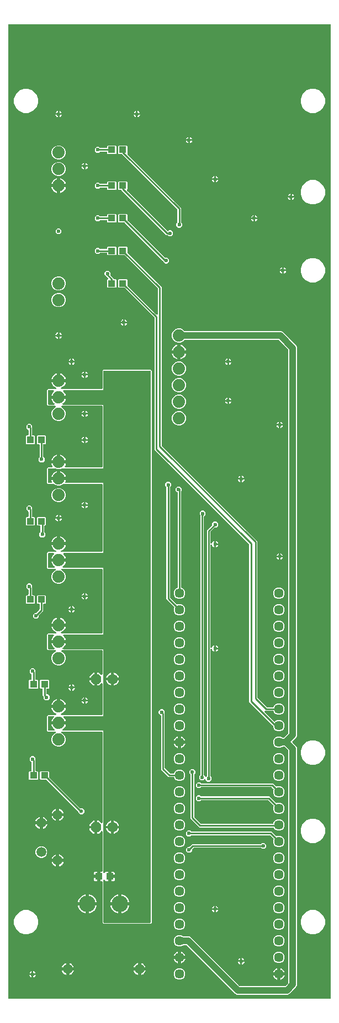
<source format=gbr>
G04 EAGLE Gerber RS-274X export*
G75*
%MOMM*%
%FSLAX34Y34*%
%LPD*%
%INTop Copper*%
%IPPOS*%
%AMOC8*
5,1,8,0,0,1.08239X$1,22.5*%
G01*
%ADD10C,1.447800*%
%ADD11C,1.879600*%
%ADD12C,2.550000*%
%ADD13C,1.500000*%
%ADD14R,1.100000X1.000000*%
%ADD15P,1.732040X8X202.500000*%
%ADD16C,1.600200*%
%ADD17C,0.600000*%
%ADD18C,0.254000*%
%ADD19C,1.016000*%

G36*
X496348Y2516D02*
X496348Y2516D01*
X496467Y2523D01*
X496505Y2536D01*
X496546Y2541D01*
X496656Y2584D01*
X496769Y2621D01*
X496804Y2643D01*
X496841Y2658D01*
X496937Y2727D01*
X497038Y2791D01*
X497066Y2821D01*
X497099Y2844D01*
X497175Y2936D01*
X497256Y3023D01*
X497276Y3058D01*
X497301Y3089D01*
X497352Y3197D01*
X497410Y3301D01*
X497420Y3341D01*
X497437Y3377D01*
X497459Y3494D01*
X497489Y3609D01*
X497493Y3669D01*
X497497Y3689D01*
X497495Y3710D01*
X497499Y3770D01*
X497499Y1496230D01*
X497484Y1496348D01*
X497477Y1496467D01*
X497464Y1496505D01*
X497459Y1496546D01*
X497416Y1496656D01*
X497379Y1496769D01*
X497357Y1496804D01*
X497342Y1496841D01*
X497273Y1496937D01*
X497209Y1497038D01*
X497179Y1497066D01*
X497156Y1497099D01*
X497064Y1497175D01*
X496977Y1497256D01*
X496942Y1497276D01*
X496911Y1497301D01*
X496803Y1497352D01*
X496699Y1497410D01*
X496659Y1497420D01*
X496623Y1497437D01*
X496506Y1497459D01*
X496391Y1497489D01*
X496331Y1497493D01*
X496311Y1497497D01*
X496290Y1497495D01*
X496230Y1497499D01*
X3770Y1497499D01*
X3652Y1497484D01*
X3533Y1497477D01*
X3495Y1497464D01*
X3454Y1497459D01*
X3344Y1497416D01*
X3231Y1497379D01*
X3196Y1497357D01*
X3159Y1497342D01*
X3063Y1497273D01*
X2962Y1497209D01*
X2934Y1497179D01*
X2901Y1497156D01*
X2825Y1497064D01*
X2744Y1496977D01*
X2724Y1496942D01*
X2699Y1496911D01*
X2648Y1496803D01*
X2590Y1496699D01*
X2580Y1496659D01*
X2563Y1496623D01*
X2541Y1496506D01*
X2511Y1496391D01*
X2507Y1496331D01*
X2503Y1496311D01*
X2505Y1496290D01*
X2501Y1496230D01*
X2501Y3770D01*
X2516Y3652D01*
X2523Y3533D01*
X2536Y3495D01*
X2541Y3454D01*
X2584Y3344D01*
X2621Y3231D01*
X2643Y3196D01*
X2658Y3159D01*
X2727Y3063D01*
X2791Y2962D01*
X2821Y2934D01*
X2844Y2901D01*
X2936Y2825D01*
X3023Y2744D01*
X3058Y2724D01*
X3089Y2699D01*
X3197Y2648D01*
X3301Y2590D01*
X3341Y2580D01*
X3377Y2563D01*
X3494Y2541D01*
X3609Y2511D01*
X3669Y2507D01*
X3689Y2503D01*
X3710Y2505D01*
X3770Y2501D01*
X496230Y2501D01*
X496348Y2516D01*
G37*
%LPC*%
G36*
X148852Y117229D02*
X148852Y117229D01*
X147229Y118852D01*
X147229Y181730D01*
X147214Y181848D01*
X147207Y181967D01*
X147194Y182005D01*
X147189Y182046D01*
X147146Y182156D01*
X147109Y182269D01*
X147087Y182304D01*
X147072Y182341D01*
X147003Y182437D01*
X146939Y182538D01*
X146909Y182566D01*
X146886Y182599D01*
X146794Y182675D01*
X146707Y182756D01*
X146672Y182776D01*
X146641Y182801D01*
X146533Y182852D01*
X146429Y182910D01*
X146389Y182920D01*
X146353Y182937D01*
X146236Y182959D01*
X146121Y182989D01*
X146061Y182993D01*
X146041Y182997D01*
X146020Y182995D01*
X145960Y182999D01*
X143999Y182999D01*
X143999Y188770D01*
X143984Y188888D01*
X143977Y189007D01*
X143964Y189045D01*
X143959Y189085D01*
X143916Y189196D01*
X143879Y189309D01*
X143857Y189343D01*
X143842Y189381D01*
X143773Y189477D01*
X143709Y189578D01*
X143679Y189606D01*
X143656Y189638D01*
X143564Y189714D01*
X143477Y189796D01*
X143442Y189815D01*
X143411Y189841D01*
X143303Y189892D01*
X143199Y189949D01*
X143159Y189959D01*
X143123Y189977D01*
X143016Y189997D01*
X143046Y190001D01*
X143156Y190045D01*
X143269Y190081D01*
X143304Y190103D01*
X143341Y190118D01*
X143437Y190188D01*
X143538Y190251D01*
X143566Y190281D01*
X143599Y190305D01*
X143675Y190396D01*
X143756Y190483D01*
X143776Y190518D01*
X143801Y190550D01*
X143852Y190657D01*
X143910Y190762D01*
X143920Y190801D01*
X143937Y190837D01*
X143959Y190954D01*
X143989Y191070D01*
X143993Y191130D01*
X143997Y191150D01*
X143995Y191170D01*
X143999Y191230D01*
X143999Y197001D01*
X145960Y197001D01*
X146078Y197016D01*
X146197Y197023D01*
X146235Y197035D01*
X146276Y197041D01*
X146386Y197084D01*
X146499Y197121D01*
X146534Y197143D01*
X146571Y197158D01*
X146667Y197227D01*
X146768Y197291D01*
X146796Y197321D01*
X146829Y197344D01*
X146905Y197436D01*
X146986Y197523D01*
X147006Y197558D01*
X147031Y197589D01*
X147082Y197697D01*
X147140Y197801D01*
X147150Y197841D01*
X147167Y197877D01*
X147189Y197994D01*
X147219Y198109D01*
X147223Y198169D01*
X147227Y198189D01*
X147225Y198210D01*
X147229Y198270D01*
X147229Y258411D01*
X147212Y258549D01*
X147199Y258688D01*
X147192Y258707D01*
X147189Y258727D01*
X147138Y258856D01*
X147091Y258987D01*
X147080Y259004D01*
X147072Y259023D01*
X146991Y259135D01*
X146913Y259250D01*
X146897Y259264D01*
X146886Y259280D01*
X146778Y259369D01*
X146674Y259461D01*
X146656Y259470D01*
X146641Y259483D01*
X146515Y259542D01*
X146391Y259605D01*
X146371Y259610D01*
X146353Y259618D01*
X146217Y259644D01*
X146081Y259675D01*
X146060Y259674D01*
X146041Y259678D01*
X145902Y259670D01*
X145763Y259665D01*
X145743Y259660D01*
X145723Y259658D01*
X145591Y259616D01*
X145457Y259577D01*
X145440Y259567D01*
X145421Y259560D01*
X145303Y259486D01*
X145183Y259415D01*
X145162Y259397D01*
X145152Y259390D01*
X145138Y259375D01*
X145063Y259309D01*
X141443Y255689D01*
X139331Y255689D01*
X139331Y264929D01*
X139316Y265047D01*
X139309Y265166D01*
X139296Y265204D01*
X139291Y265244D01*
X139248Y265355D01*
X139211Y265468D01*
X139189Y265502D01*
X139174Y265540D01*
X139105Y265636D01*
X139071Y265688D01*
X139088Y265706D01*
X139108Y265741D01*
X139133Y265773D01*
X139184Y265880D01*
X139242Y265985D01*
X139252Y266024D01*
X139269Y266060D01*
X139291Y266177D01*
X139321Y266293D01*
X139325Y266353D01*
X139329Y266373D01*
X139327Y266393D01*
X139331Y266453D01*
X139331Y275693D01*
X141443Y275693D01*
X145063Y272073D01*
X145172Y271988D01*
X145279Y271899D01*
X145298Y271891D01*
X145314Y271878D01*
X145442Y271823D01*
X145567Y271764D01*
X145587Y271760D01*
X145606Y271752D01*
X145744Y271730D01*
X145880Y271704D01*
X145900Y271705D01*
X145920Y271702D01*
X146059Y271715D01*
X146197Y271724D01*
X146216Y271730D01*
X146236Y271732D01*
X146368Y271779D01*
X146499Y271822D01*
X146517Y271832D01*
X146536Y271839D01*
X146651Y271917D01*
X146768Y271992D01*
X146782Y272007D01*
X146799Y272018D01*
X146891Y272122D01*
X146986Y272223D01*
X146996Y272241D01*
X147009Y272256D01*
X147073Y272380D01*
X147140Y272502D01*
X147145Y272521D01*
X147154Y272540D01*
X147184Y272675D01*
X147219Y272810D01*
X147221Y272838D01*
X147224Y272850D01*
X147223Y272870D01*
X147229Y272971D01*
X147229Y410960D01*
X147214Y411078D01*
X147207Y411197D01*
X147194Y411235D01*
X147189Y411276D01*
X147146Y411386D01*
X147109Y411499D01*
X147087Y411534D01*
X147072Y411571D01*
X147003Y411667D01*
X146939Y411768D01*
X146909Y411796D01*
X146886Y411829D01*
X146794Y411905D01*
X146707Y411986D01*
X146672Y412006D01*
X146641Y412031D01*
X146533Y412082D01*
X146429Y412140D01*
X146389Y412150D01*
X146353Y412167D01*
X146236Y412189D01*
X146121Y412219D01*
X146061Y412223D01*
X146041Y412227D01*
X146020Y412225D01*
X145960Y412229D01*
X85337Y412229D01*
X85267Y412221D01*
X85198Y412222D01*
X85110Y412201D01*
X85021Y412189D01*
X84956Y412164D01*
X84888Y412147D01*
X84809Y412105D01*
X84725Y412072D01*
X84669Y412031D01*
X84607Y411999D01*
X84541Y411938D01*
X84468Y411886D01*
X84424Y411832D01*
X84372Y411785D01*
X84323Y411710D01*
X84265Y411641D01*
X84235Y411577D01*
X84197Y411519D01*
X84168Y411434D01*
X84130Y411353D01*
X84117Y411284D01*
X84094Y411218D01*
X84087Y411129D01*
X84070Y411041D01*
X84074Y410971D01*
X84069Y410901D01*
X84084Y410813D01*
X84090Y410723D01*
X84111Y410657D01*
X84123Y410588D01*
X84160Y410506D01*
X84188Y410421D01*
X84225Y410362D01*
X84254Y410298D01*
X84310Y410228D01*
X84358Y410152D01*
X84409Y410104D01*
X84452Y410050D01*
X84524Y409995D01*
X84589Y409934D01*
X84651Y409900D01*
X84706Y409858D01*
X84851Y409787D01*
X86174Y409240D01*
X89240Y406174D01*
X90899Y402168D01*
X90899Y397832D01*
X89240Y393826D01*
X86174Y390760D01*
X82168Y389101D01*
X77832Y389101D01*
X73826Y390760D01*
X70760Y393826D01*
X69101Y397832D01*
X69101Y402168D01*
X70760Y406174D01*
X73826Y409240D01*
X75149Y409787D01*
X75210Y409822D01*
X75275Y409848D01*
X75347Y409900D01*
X75425Y409945D01*
X75475Y409993D01*
X75532Y410034D01*
X75589Y410104D01*
X75654Y410166D01*
X75690Y410226D01*
X75735Y410279D01*
X75773Y410361D01*
X75820Y410437D01*
X75841Y410504D01*
X75870Y410567D01*
X75887Y410655D01*
X75914Y410741D01*
X75917Y410811D01*
X75930Y410880D01*
X75925Y410969D01*
X75929Y411059D01*
X75915Y411127D01*
X75910Y411197D01*
X75883Y411282D01*
X75864Y411370D01*
X75834Y411433D01*
X75812Y411499D01*
X75764Y411575D01*
X75725Y411656D01*
X75679Y411709D01*
X75642Y411768D01*
X75577Y411830D01*
X75518Y411898D01*
X75461Y411938D01*
X75411Y411986D01*
X75332Y412029D01*
X75258Y412081D01*
X75193Y412106D01*
X75132Y412140D01*
X75045Y412162D01*
X74961Y412194D01*
X74892Y412202D01*
X74824Y412219D01*
X74663Y412229D01*
X63852Y412229D01*
X62229Y413852D01*
X62229Y436148D01*
X63852Y437771D01*
X75199Y437771D01*
X75318Y437786D01*
X75437Y437793D01*
X75475Y437806D01*
X75515Y437811D01*
X75626Y437855D01*
X75740Y437892D01*
X75773Y437913D01*
X75810Y437928D01*
X75907Y437998D01*
X76008Y438062D01*
X76036Y438091D01*
X76068Y438114D01*
X76144Y438207D01*
X76226Y438294D01*
X76245Y438329D01*
X76271Y438359D01*
X76322Y438468D01*
X76379Y438573D01*
X76389Y438611D01*
X76406Y438647D01*
X76429Y438764D01*
X76458Y438881D01*
X76458Y438920D01*
X76466Y438959D01*
X76458Y439079D01*
X76459Y439199D01*
X76449Y439237D01*
X76446Y439277D01*
X76409Y439391D01*
X76380Y439507D01*
X76360Y439541D01*
X76348Y439579D01*
X76284Y439681D01*
X76227Y439785D01*
X76199Y439814D01*
X76178Y439848D01*
X76091Y439930D01*
X76009Y440017D01*
X75975Y440039D01*
X75946Y440066D01*
X75841Y440124D01*
X75741Y440188D01*
X75685Y440210D01*
X75668Y440220D01*
X75648Y440225D01*
X75645Y440226D01*
X74026Y441051D01*
X72574Y442106D01*
X71306Y443374D01*
X70251Y444826D01*
X69436Y446424D01*
X68882Y448131D01*
X68861Y448261D01*
X78730Y448261D01*
X78848Y448276D01*
X78967Y448283D01*
X79005Y448296D01*
X79045Y448301D01*
X79156Y448344D01*
X79269Y448381D01*
X79303Y448403D01*
X79341Y448418D01*
X79437Y448488D01*
X79538Y448551D01*
X79566Y448581D01*
X79598Y448604D01*
X79674Y448696D01*
X79756Y448783D01*
X79775Y448818D01*
X79801Y448849D01*
X79852Y448957D01*
X79909Y449061D01*
X79920Y449101D01*
X79937Y449137D01*
X79959Y449254D01*
X79989Y449369D01*
X79993Y449430D01*
X79997Y449450D01*
X79995Y449470D01*
X79999Y449530D01*
X79999Y450801D01*
X80001Y450801D01*
X80001Y449530D01*
X80016Y449412D01*
X80023Y449293D01*
X80036Y449255D01*
X80041Y449214D01*
X80085Y449104D01*
X80121Y448991D01*
X80143Y448956D01*
X80158Y448919D01*
X80228Y448823D01*
X80291Y448722D01*
X80321Y448694D01*
X80345Y448661D01*
X80436Y448586D01*
X80523Y448504D01*
X80558Y448484D01*
X80590Y448459D01*
X80697Y448408D01*
X80802Y448350D01*
X80841Y448340D01*
X80877Y448323D01*
X80994Y448301D01*
X81109Y448271D01*
X81170Y448267D01*
X81190Y448263D01*
X81210Y448265D01*
X81270Y448261D01*
X91139Y448261D01*
X91118Y448131D01*
X90564Y446424D01*
X89749Y444826D01*
X88694Y443374D01*
X87426Y442106D01*
X85974Y441051D01*
X84287Y440191D01*
X84286Y440190D01*
X84190Y440152D01*
X84157Y440129D01*
X84121Y440112D01*
X84029Y440036D01*
X83932Y439966D01*
X83907Y439935D01*
X83876Y439909D01*
X83806Y439813D01*
X83729Y439721D01*
X83712Y439684D01*
X83689Y439652D01*
X83645Y439541D01*
X83594Y439433D01*
X83586Y439394D01*
X83572Y439357D01*
X83557Y439238D01*
X83534Y439120D01*
X83537Y439081D01*
X83532Y439041D01*
X83546Y438922D01*
X83554Y438803D01*
X83566Y438765D01*
X83571Y438726D01*
X83615Y438614D01*
X83652Y438501D01*
X83673Y438467D01*
X83688Y438430D01*
X83758Y438333D01*
X83822Y438232D01*
X83851Y438205D01*
X83874Y438172D01*
X83966Y438096D01*
X84054Y438014D01*
X84089Y437995D01*
X84119Y437969D01*
X84227Y437918D01*
X84332Y437860D01*
X84371Y437850D01*
X84407Y437833D01*
X84524Y437811D01*
X84640Y437781D01*
X84699Y437777D01*
X84719Y437773D01*
X84740Y437775D01*
X84801Y437771D01*
X145960Y437771D01*
X146078Y437786D01*
X146197Y437793D01*
X146235Y437806D01*
X146276Y437811D01*
X146386Y437854D01*
X146499Y437891D01*
X146534Y437913D01*
X146571Y437928D01*
X146667Y437997D01*
X146768Y438061D01*
X146796Y438091D01*
X146829Y438114D01*
X146905Y438206D01*
X146986Y438293D01*
X147006Y438328D01*
X147031Y438359D01*
X147082Y438467D01*
X147140Y438571D01*
X147150Y438611D01*
X147167Y438647D01*
X147189Y438764D01*
X147219Y438879D01*
X147223Y438939D01*
X147227Y438959D01*
X147225Y438980D01*
X147229Y439040D01*
X147229Y485720D01*
X147212Y485858D01*
X147199Y485997D01*
X147192Y486016D01*
X147189Y486036D01*
X147138Y486165D01*
X147091Y486296D01*
X147080Y486313D01*
X147072Y486332D01*
X146991Y486444D01*
X146913Y486559D01*
X146897Y486573D01*
X146886Y486589D01*
X146778Y486678D01*
X146674Y486770D01*
X146656Y486779D01*
X146641Y486792D01*
X146515Y486851D01*
X146391Y486914D01*
X146371Y486919D01*
X146353Y486927D01*
X146217Y486953D01*
X146081Y486984D01*
X146060Y486983D01*
X146041Y486987D01*
X145902Y486979D01*
X145763Y486974D01*
X145743Y486969D01*
X145723Y486967D01*
X145591Y486925D01*
X145457Y486886D01*
X145440Y486876D01*
X145421Y486869D01*
X145303Y486795D01*
X145183Y486724D01*
X145162Y486706D01*
X145152Y486699D01*
X145138Y486684D01*
X145063Y486618D01*
X141443Y482998D01*
X139331Y482998D01*
X139331Y492238D01*
X139316Y492356D01*
X139309Y492475D01*
X139296Y492513D01*
X139291Y492553D01*
X139248Y492664D01*
X139211Y492777D01*
X139189Y492811D01*
X139174Y492849D01*
X139105Y492945D01*
X139071Y492997D01*
X139088Y493015D01*
X139108Y493050D01*
X139133Y493082D01*
X139184Y493189D01*
X139242Y493294D01*
X139252Y493333D01*
X139269Y493369D01*
X139291Y493486D01*
X139321Y493602D01*
X139325Y493662D01*
X139329Y493682D01*
X139327Y493702D01*
X139331Y493762D01*
X139331Y503002D01*
X141443Y503002D01*
X145063Y499382D01*
X145172Y499297D01*
X145279Y499208D01*
X145298Y499200D01*
X145314Y499187D01*
X145442Y499132D01*
X145567Y499073D01*
X145587Y499069D01*
X145606Y499061D01*
X145744Y499039D01*
X145880Y499013D01*
X145900Y499014D01*
X145920Y499011D01*
X146059Y499024D01*
X146197Y499033D01*
X146216Y499039D01*
X146236Y499041D01*
X146368Y499088D01*
X146499Y499131D01*
X146517Y499141D01*
X146536Y499148D01*
X146651Y499226D01*
X146768Y499301D01*
X146782Y499316D01*
X146799Y499327D01*
X146891Y499431D01*
X146986Y499532D01*
X146996Y499550D01*
X147009Y499565D01*
X147073Y499689D01*
X147140Y499811D01*
X147145Y499830D01*
X147154Y499849D01*
X147184Y499984D01*
X147219Y500119D01*
X147221Y500147D01*
X147224Y500159D01*
X147223Y500179D01*
X147229Y500280D01*
X147229Y535960D01*
X147214Y536078D01*
X147207Y536197D01*
X147194Y536235D01*
X147189Y536276D01*
X147146Y536386D01*
X147109Y536499D01*
X147087Y536534D01*
X147072Y536571D01*
X147003Y536667D01*
X146939Y536768D01*
X146909Y536796D01*
X146886Y536829D01*
X146794Y536905D01*
X146707Y536986D01*
X146672Y537006D01*
X146641Y537031D01*
X146533Y537082D01*
X146429Y537140D01*
X146389Y537150D01*
X146353Y537167D01*
X146236Y537189D01*
X146121Y537219D01*
X146061Y537223D01*
X146041Y537227D01*
X146020Y537225D01*
X145960Y537229D01*
X85337Y537229D01*
X85267Y537221D01*
X85198Y537222D01*
X85110Y537201D01*
X85021Y537189D01*
X84956Y537164D01*
X84888Y537147D01*
X84809Y537105D01*
X84725Y537072D01*
X84669Y537031D01*
X84607Y536999D01*
X84541Y536938D01*
X84468Y536886D01*
X84424Y536832D01*
X84372Y536785D01*
X84323Y536710D01*
X84265Y536641D01*
X84235Y536577D01*
X84197Y536519D01*
X84168Y536434D01*
X84130Y536353D01*
X84117Y536284D01*
X84094Y536218D01*
X84087Y536129D01*
X84070Y536041D01*
X84074Y535971D01*
X84069Y535901D01*
X84084Y535813D01*
X84090Y535723D01*
X84111Y535657D01*
X84123Y535588D01*
X84160Y535506D01*
X84188Y535421D01*
X84225Y535362D01*
X84254Y535298D01*
X84310Y535228D01*
X84358Y535152D01*
X84409Y535104D01*
X84452Y535050D01*
X84524Y534995D01*
X84589Y534934D01*
X84651Y534900D01*
X84706Y534858D01*
X84851Y534787D01*
X86174Y534240D01*
X89240Y531174D01*
X90899Y527168D01*
X90899Y522832D01*
X89240Y518826D01*
X86174Y515760D01*
X82168Y514101D01*
X77832Y514101D01*
X73826Y515760D01*
X70760Y518826D01*
X69101Y522832D01*
X69101Y527168D01*
X70760Y531174D01*
X73826Y534240D01*
X75149Y534787D01*
X75210Y534822D01*
X75275Y534848D01*
X75347Y534900D01*
X75425Y534945D01*
X75475Y534993D01*
X75532Y535034D01*
X75589Y535104D01*
X75654Y535166D01*
X75690Y535226D01*
X75735Y535279D01*
X75773Y535361D01*
X75820Y535437D01*
X75841Y535504D01*
X75870Y535567D01*
X75887Y535655D01*
X75914Y535741D01*
X75917Y535811D01*
X75930Y535880D01*
X75925Y535969D01*
X75929Y536059D01*
X75915Y536127D01*
X75910Y536197D01*
X75883Y536282D01*
X75864Y536370D01*
X75834Y536433D01*
X75812Y536499D01*
X75764Y536575D01*
X75725Y536656D01*
X75679Y536709D01*
X75642Y536768D01*
X75577Y536830D01*
X75518Y536898D01*
X75461Y536938D01*
X75411Y536986D01*
X75332Y537029D01*
X75258Y537081D01*
X75193Y537106D01*
X75132Y537140D01*
X75045Y537162D01*
X74961Y537194D01*
X74892Y537202D01*
X74824Y537219D01*
X74663Y537229D01*
X63852Y537229D01*
X62229Y538852D01*
X62229Y561148D01*
X63852Y562771D01*
X75199Y562771D01*
X75318Y562786D01*
X75437Y562793D01*
X75475Y562806D01*
X75515Y562811D01*
X75626Y562855D01*
X75740Y562892D01*
X75773Y562913D01*
X75810Y562928D01*
X75907Y562998D01*
X76008Y563062D01*
X76035Y563091D01*
X76068Y563114D01*
X76144Y563207D01*
X76226Y563294D01*
X76245Y563329D01*
X76271Y563359D01*
X76321Y563467D01*
X76379Y563572D01*
X76389Y563611D01*
X76406Y563647D01*
X76429Y563764D01*
X76458Y563880D01*
X76458Y563920D01*
X76466Y563959D01*
X76458Y564079D01*
X76459Y564198D01*
X76449Y564237D01*
X76446Y564277D01*
X76409Y564390D01*
X76380Y564506D01*
X76360Y564542D01*
X76348Y564579D01*
X76284Y564680D01*
X76227Y564785D01*
X76199Y564814D01*
X76178Y564848D01*
X76091Y564930D01*
X76009Y565017D01*
X75975Y565039D01*
X75946Y565066D01*
X75842Y565124D01*
X75741Y565188D01*
X75685Y565210D01*
X75668Y565220D01*
X75648Y565225D01*
X75645Y565226D01*
X74026Y566051D01*
X72574Y567106D01*
X71306Y568374D01*
X70251Y569826D01*
X69436Y571424D01*
X68882Y573131D01*
X68861Y573261D01*
X78730Y573261D01*
X78848Y573276D01*
X78967Y573283D01*
X79005Y573296D01*
X79045Y573301D01*
X79156Y573344D01*
X79269Y573381D01*
X79303Y573403D01*
X79341Y573418D01*
X79437Y573488D01*
X79538Y573551D01*
X79566Y573581D01*
X79598Y573604D01*
X79674Y573696D01*
X79756Y573783D01*
X79775Y573818D01*
X79801Y573849D01*
X79852Y573957D01*
X79909Y574061D01*
X79920Y574101D01*
X79937Y574137D01*
X79959Y574254D01*
X79989Y574369D01*
X79993Y574430D01*
X79997Y574450D01*
X79995Y574470D01*
X79999Y574530D01*
X79999Y575801D01*
X80001Y575801D01*
X80001Y574530D01*
X80016Y574412D01*
X80023Y574293D01*
X80036Y574255D01*
X80041Y574214D01*
X80085Y574104D01*
X80121Y573991D01*
X80143Y573956D01*
X80158Y573919D01*
X80228Y573823D01*
X80291Y573722D01*
X80321Y573694D01*
X80345Y573661D01*
X80436Y573586D01*
X80523Y573504D01*
X80558Y573484D01*
X80590Y573459D01*
X80697Y573408D01*
X80802Y573350D01*
X80841Y573340D01*
X80877Y573323D01*
X80994Y573301D01*
X81109Y573271D01*
X81170Y573267D01*
X81190Y573263D01*
X81210Y573265D01*
X81270Y573261D01*
X91139Y573261D01*
X91118Y573131D01*
X90564Y571424D01*
X89749Y569826D01*
X88694Y568374D01*
X87426Y567106D01*
X85974Y566051D01*
X84287Y565191D01*
X84286Y565190D01*
X84190Y565152D01*
X84157Y565129D01*
X84121Y565112D01*
X84029Y565036D01*
X83932Y564966D01*
X83907Y564935D01*
X83876Y564909D01*
X83806Y564813D01*
X83729Y564721D01*
X83712Y564684D01*
X83689Y564652D01*
X83645Y564541D01*
X83594Y564433D01*
X83586Y564394D01*
X83572Y564357D01*
X83557Y564238D01*
X83534Y564120D01*
X83537Y564081D01*
X83532Y564041D01*
X83546Y563922D01*
X83554Y563803D01*
X83566Y563765D01*
X83571Y563725D01*
X83615Y563614D01*
X83652Y563501D01*
X83673Y563467D01*
X83688Y563430D01*
X83758Y563333D01*
X83822Y563232D01*
X83851Y563204D01*
X83875Y563172D01*
X83967Y563096D01*
X84054Y563014D01*
X84089Y562995D01*
X84119Y562969D01*
X84228Y562918D01*
X84332Y562860D01*
X84371Y562850D01*
X84407Y562833D01*
X84524Y562811D01*
X84640Y562781D01*
X84699Y562777D01*
X84719Y562773D01*
X84740Y562775D01*
X84801Y562771D01*
X145960Y562771D01*
X146078Y562786D01*
X146197Y562793D01*
X146235Y562806D01*
X146276Y562811D01*
X146386Y562854D01*
X146499Y562891D01*
X146534Y562913D01*
X146571Y562928D01*
X146667Y562997D01*
X146768Y563061D01*
X146796Y563091D01*
X146829Y563114D01*
X146905Y563206D01*
X146986Y563293D01*
X147006Y563328D01*
X147031Y563359D01*
X147082Y563467D01*
X147140Y563571D01*
X147150Y563611D01*
X147167Y563647D01*
X147189Y563764D01*
X147219Y563879D01*
X147223Y563939D01*
X147227Y563959D01*
X147225Y563980D01*
X147229Y564040D01*
X147229Y660960D01*
X147214Y661078D01*
X147207Y661197D01*
X147194Y661235D01*
X147189Y661276D01*
X147146Y661386D01*
X147109Y661499D01*
X147087Y661534D01*
X147072Y661571D01*
X147003Y661667D01*
X146939Y661768D01*
X146909Y661796D01*
X146886Y661829D01*
X146794Y661905D01*
X146707Y661986D01*
X146672Y662006D01*
X146641Y662031D01*
X146533Y662082D01*
X146429Y662140D01*
X146389Y662150D01*
X146353Y662167D01*
X146236Y662189D01*
X146121Y662219D01*
X146061Y662223D01*
X146041Y662227D01*
X146020Y662225D01*
X145960Y662229D01*
X85337Y662229D01*
X85267Y662221D01*
X85198Y662222D01*
X85110Y662201D01*
X85021Y662189D01*
X84956Y662164D01*
X84888Y662147D01*
X84809Y662105D01*
X84725Y662072D01*
X84669Y662031D01*
X84607Y661999D01*
X84541Y661938D01*
X84468Y661886D01*
X84424Y661832D01*
X84372Y661785D01*
X84323Y661710D01*
X84265Y661641D01*
X84235Y661577D01*
X84197Y661519D01*
X84168Y661434D01*
X84130Y661353D01*
X84117Y661284D01*
X84094Y661218D01*
X84087Y661129D01*
X84070Y661041D01*
X84074Y660971D01*
X84069Y660901D01*
X84084Y660813D01*
X84090Y660723D01*
X84111Y660657D01*
X84123Y660588D01*
X84160Y660506D01*
X84188Y660421D01*
X84225Y660362D01*
X84254Y660298D01*
X84310Y660228D01*
X84358Y660152D01*
X84409Y660104D01*
X84452Y660050D01*
X84524Y659995D01*
X84589Y659934D01*
X84651Y659900D01*
X84706Y659858D01*
X84851Y659787D01*
X86174Y659240D01*
X89240Y656174D01*
X90899Y652168D01*
X90899Y647832D01*
X89240Y643826D01*
X86174Y640760D01*
X82168Y639101D01*
X77832Y639101D01*
X73826Y640760D01*
X70760Y643826D01*
X69101Y647832D01*
X69101Y652168D01*
X70760Y656174D01*
X73826Y659240D01*
X75149Y659787D01*
X75210Y659822D01*
X75275Y659848D01*
X75347Y659900D01*
X75425Y659945D01*
X75475Y659993D01*
X75532Y660034D01*
X75589Y660104D01*
X75654Y660166D01*
X75690Y660226D01*
X75735Y660279D01*
X75773Y660361D01*
X75820Y660437D01*
X75841Y660504D01*
X75870Y660567D01*
X75887Y660655D01*
X75914Y660741D01*
X75917Y660811D01*
X75930Y660880D01*
X75925Y660969D01*
X75929Y661059D01*
X75915Y661127D01*
X75910Y661197D01*
X75883Y661282D01*
X75864Y661370D01*
X75834Y661433D01*
X75812Y661499D01*
X75764Y661575D01*
X75725Y661656D01*
X75679Y661709D01*
X75642Y661768D01*
X75577Y661830D01*
X75518Y661898D01*
X75461Y661938D01*
X75411Y661986D01*
X75332Y662029D01*
X75258Y662081D01*
X75193Y662106D01*
X75132Y662140D01*
X75045Y662162D01*
X74961Y662194D01*
X74892Y662202D01*
X74824Y662219D01*
X74663Y662229D01*
X63852Y662229D01*
X62229Y663852D01*
X62229Y686148D01*
X63852Y687771D01*
X75199Y687771D01*
X75318Y687786D01*
X75437Y687793D01*
X75475Y687806D01*
X75515Y687811D01*
X75626Y687855D01*
X75740Y687892D01*
X75773Y687913D01*
X75810Y687928D01*
X75907Y687998D01*
X76008Y688062D01*
X76035Y688091D01*
X76068Y688114D01*
X76144Y688207D01*
X76226Y688294D01*
X76245Y688329D01*
X76271Y688359D01*
X76321Y688467D01*
X76379Y688572D01*
X76389Y688611D01*
X76406Y688647D01*
X76429Y688764D01*
X76458Y688880D01*
X76458Y688920D01*
X76466Y688959D01*
X76458Y689079D01*
X76459Y689198D01*
X76449Y689237D01*
X76446Y689277D01*
X76409Y689390D01*
X76380Y689506D01*
X76360Y689542D01*
X76348Y689579D01*
X76284Y689680D01*
X76227Y689785D01*
X76199Y689814D01*
X76178Y689848D01*
X76091Y689930D01*
X76009Y690017D01*
X75975Y690039D01*
X75946Y690066D01*
X75842Y690124D01*
X75741Y690188D01*
X75685Y690210D01*
X75668Y690220D01*
X75648Y690225D01*
X75645Y690226D01*
X74026Y691051D01*
X72574Y692106D01*
X71306Y693374D01*
X70251Y694826D01*
X69436Y696424D01*
X68882Y698131D01*
X68861Y698261D01*
X78730Y698261D01*
X78848Y698276D01*
X78967Y698283D01*
X79005Y698296D01*
X79045Y698301D01*
X79156Y698344D01*
X79269Y698381D01*
X79303Y698403D01*
X79341Y698418D01*
X79437Y698488D01*
X79538Y698551D01*
X79566Y698581D01*
X79598Y698604D01*
X79674Y698696D01*
X79756Y698783D01*
X79775Y698818D01*
X79801Y698849D01*
X79852Y698957D01*
X79909Y699061D01*
X79920Y699101D01*
X79937Y699137D01*
X79959Y699254D01*
X79989Y699369D01*
X79993Y699430D01*
X79997Y699450D01*
X79995Y699470D01*
X79999Y699530D01*
X79999Y700801D01*
X80001Y700801D01*
X80001Y699530D01*
X80016Y699412D01*
X80023Y699293D01*
X80036Y699255D01*
X80041Y699214D01*
X80085Y699104D01*
X80121Y698991D01*
X80143Y698956D01*
X80158Y698919D01*
X80228Y698823D01*
X80291Y698722D01*
X80321Y698694D01*
X80345Y698661D01*
X80436Y698586D01*
X80523Y698504D01*
X80558Y698484D01*
X80590Y698459D01*
X80697Y698408D01*
X80802Y698350D01*
X80841Y698340D01*
X80877Y698323D01*
X80994Y698301D01*
X81109Y698271D01*
X81170Y698267D01*
X81190Y698263D01*
X81210Y698265D01*
X81270Y698261D01*
X91139Y698261D01*
X91118Y698131D01*
X90564Y696424D01*
X89749Y694826D01*
X88694Y693374D01*
X87426Y692106D01*
X85974Y691051D01*
X84287Y690191D01*
X84286Y690190D01*
X84190Y690152D01*
X84157Y690129D01*
X84121Y690112D01*
X84029Y690036D01*
X83932Y689966D01*
X83907Y689935D01*
X83876Y689909D01*
X83806Y689813D01*
X83729Y689721D01*
X83712Y689684D01*
X83689Y689652D01*
X83645Y689541D01*
X83594Y689433D01*
X83586Y689394D01*
X83572Y689357D01*
X83557Y689238D01*
X83534Y689120D01*
X83537Y689081D01*
X83532Y689041D01*
X83546Y688922D01*
X83554Y688803D01*
X83566Y688765D01*
X83571Y688725D01*
X83615Y688614D01*
X83652Y688501D01*
X83673Y688467D01*
X83688Y688430D01*
X83758Y688333D01*
X83822Y688232D01*
X83851Y688204D01*
X83875Y688172D01*
X83967Y688096D01*
X84054Y688014D01*
X84089Y687995D01*
X84119Y687969D01*
X84228Y687918D01*
X84332Y687860D01*
X84371Y687850D01*
X84407Y687833D01*
X84524Y687811D01*
X84640Y687781D01*
X84699Y687777D01*
X84719Y687773D01*
X84740Y687775D01*
X84801Y687771D01*
X145960Y687771D01*
X146078Y687786D01*
X146197Y687793D01*
X146235Y687806D01*
X146276Y687811D01*
X146386Y687854D01*
X146499Y687891D01*
X146534Y687913D01*
X146571Y687928D01*
X146667Y687997D01*
X146768Y688061D01*
X146796Y688091D01*
X146829Y688114D01*
X146905Y688206D01*
X146986Y688293D01*
X147006Y688328D01*
X147031Y688359D01*
X147082Y688467D01*
X147140Y688571D01*
X147150Y688611D01*
X147167Y688647D01*
X147189Y688764D01*
X147219Y688879D01*
X147223Y688939D01*
X147227Y688959D01*
X147225Y688980D01*
X147229Y689040D01*
X147229Y790960D01*
X147214Y791078D01*
X147207Y791197D01*
X147194Y791235D01*
X147189Y791276D01*
X147146Y791386D01*
X147109Y791499D01*
X147087Y791534D01*
X147072Y791571D01*
X147003Y791667D01*
X146939Y791768D01*
X146909Y791796D01*
X146886Y791829D01*
X146794Y791905D01*
X146707Y791986D01*
X146672Y792006D01*
X146641Y792031D01*
X146533Y792082D01*
X146429Y792140D01*
X146389Y792150D01*
X146353Y792167D01*
X146236Y792189D01*
X146121Y792219D01*
X146061Y792223D01*
X146041Y792227D01*
X146020Y792225D01*
X145960Y792229D01*
X87768Y792229D01*
X87670Y792217D01*
X87571Y792214D01*
X87513Y792197D01*
X87453Y792189D01*
X87361Y792153D01*
X87265Y792125D01*
X87213Y792095D01*
X87157Y792072D01*
X87077Y792014D01*
X86991Y791964D01*
X86916Y791898D01*
X86900Y791886D01*
X86892Y791876D01*
X86871Y791857D01*
X86174Y791160D01*
X82168Y789501D01*
X77832Y789501D01*
X73826Y791160D01*
X73129Y791857D01*
X73051Y791918D01*
X72979Y791986D01*
X72926Y792015D01*
X72878Y792052D01*
X72787Y792092D01*
X72701Y792140D01*
X72642Y792155D01*
X72586Y792179D01*
X72488Y792194D01*
X72393Y792219D01*
X72293Y792225D01*
X72272Y792229D01*
X72260Y792227D01*
X72232Y792229D01*
X63852Y792229D01*
X62229Y793852D01*
X62229Y816148D01*
X63852Y817771D01*
X69253Y817771D01*
X69292Y817776D01*
X69332Y817773D01*
X69450Y817796D01*
X69568Y817811D01*
X69606Y817825D01*
X69645Y817833D01*
X69753Y817884D01*
X69864Y817928D01*
X69896Y817951D01*
X69933Y817968D01*
X70025Y818044D01*
X70122Y818114D01*
X70147Y818145D01*
X70178Y818171D01*
X70248Y818267D01*
X70324Y818359D01*
X70341Y818395D01*
X70365Y818428D01*
X70409Y818539D01*
X70460Y818647D01*
X70467Y818686D01*
X70482Y818723D01*
X70497Y818842D01*
X70520Y818959D01*
X70517Y818999D01*
X70522Y819039D01*
X70507Y819158D01*
X70500Y819277D01*
X70488Y819315D01*
X70483Y819354D01*
X70439Y819466D01*
X70402Y819579D01*
X70381Y819613D01*
X70366Y819650D01*
X70280Y819786D01*
X70251Y819826D01*
X69436Y821424D01*
X68882Y823131D01*
X68861Y823261D01*
X78730Y823261D01*
X78848Y823276D01*
X78967Y823283D01*
X79005Y823296D01*
X79045Y823301D01*
X79156Y823344D01*
X79269Y823381D01*
X79303Y823403D01*
X79341Y823418D01*
X79437Y823488D01*
X79538Y823551D01*
X79566Y823581D01*
X79598Y823604D01*
X79674Y823696D01*
X79756Y823783D01*
X79775Y823818D01*
X79801Y823849D01*
X79852Y823957D01*
X79909Y824061D01*
X79920Y824101D01*
X79937Y824137D01*
X79959Y824254D01*
X79989Y824369D01*
X79993Y824430D01*
X79997Y824450D01*
X79995Y824470D01*
X79999Y824530D01*
X79999Y825801D01*
X80001Y825801D01*
X80001Y824530D01*
X80016Y824412D01*
X80023Y824293D01*
X80036Y824255D01*
X80041Y824214D01*
X80085Y824104D01*
X80121Y823991D01*
X80143Y823956D01*
X80158Y823919D01*
X80228Y823823D01*
X80291Y823722D01*
X80321Y823694D01*
X80345Y823661D01*
X80436Y823586D01*
X80523Y823504D01*
X80558Y823484D01*
X80590Y823459D01*
X80697Y823408D01*
X80802Y823350D01*
X80841Y823340D01*
X80877Y823323D01*
X80994Y823301D01*
X81109Y823271D01*
X81170Y823267D01*
X81190Y823263D01*
X81210Y823265D01*
X81270Y823261D01*
X91139Y823261D01*
X91118Y823131D01*
X90564Y821424D01*
X89749Y819826D01*
X89720Y819786D01*
X89701Y819751D01*
X89676Y819721D01*
X89625Y819612D01*
X89567Y819507D01*
X89557Y819469D01*
X89540Y819433D01*
X89518Y819315D01*
X89488Y819199D01*
X89488Y819160D01*
X89480Y819120D01*
X89488Y819001D01*
X89488Y818881D01*
X89498Y818843D01*
X89500Y818803D01*
X89537Y818689D01*
X89567Y818573D01*
X89586Y818538D01*
X89598Y818501D01*
X89662Y818400D01*
X89720Y818295D01*
X89747Y818266D01*
X89768Y818232D01*
X89855Y818150D01*
X89937Y818063D01*
X89971Y818041D01*
X90000Y818014D01*
X90105Y817956D01*
X90206Y817892D01*
X90244Y817880D01*
X90278Y817860D01*
X90394Y817831D01*
X90508Y817793D01*
X90548Y817791D01*
X90586Y817781D01*
X90747Y817771D01*
X145960Y817771D01*
X146078Y817786D01*
X146197Y817793D01*
X146235Y817806D01*
X146276Y817811D01*
X146386Y817854D01*
X146499Y817891D01*
X146534Y817913D01*
X146571Y817928D01*
X146667Y817997D01*
X146768Y818061D01*
X146796Y818091D01*
X146829Y818114D01*
X146905Y818206D01*
X146986Y818293D01*
X147006Y818328D01*
X147031Y818359D01*
X147082Y818467D01*
X147140Y818571D01*
X147150Y818611D01*
X147167Y818647D01*
X147189Y818764D01*
X147219Y818879D01*
X147223Y818939D01*
X147227Y818959D01*
X147225Y818980D01*
X147229Y819040D01*
X147229Y910960D01*
X147214Y911078D01*
X147207Y911197D01*
X147194Y911235D01*
X147189Y911276D01*
X147146Y911386D01*
X147109Y911499D01*
X147087Y911534D01*
X147072Y911571D01*
X147003Y911667D01*
X146939Y911768D01*
X146909Y911796D01*
X146886Y911829D01*
X146794Y911905D01*
X146707Y911986D01*
X146672Y912006D01*
X146641Y912031D01*
X146533Y912082D01*
X146429Y912140D01*
X146389Y912150D01*
X146353Y912167D01*
X146236Y912189D01*
X146121Y912219D01*
X146061Y912223D01*
X146041Y912227D01*
X146020Y912225D01*
X145960Y912229D01*
X85337Y912229D01*
X85267Y912221D01*
X85198Y912222D01*
X85110Y912201D01*
X85021Y912189D01*
X84956Y912164D01*
X84888Y912147D01*
X84809Y912105D01*
X84725Y912072D01*
X84669Y912031D01*
X84607Y911999D01*
X84541Y911938D01*
X84468Y911886D01*
X84424Y911832D01*
X84372Y911785D01*
X84323Y911710D01*
X84265Y911641D01*
X84235Y911577D01*
X84197Y911519D01*
X84168Y911434D01*
X84130Y911353D01*
X84117Y911284D01*
X84094Y911218D01*
X84087Y911129D01*
X84070Y911041D01*
X84074Y910971D01*
X84069Y910901D01*
X84084Y910813D01*
X84090Y910723D01*
X84111Y910657D01*
X84123Y910588D01*
X84160Y910506D01*
X84188Y910421D01*
X84225Y910362D01*
X84254Y910298D01*
X84310Y910228D01*
X84358Y910152D01*
X84409Y910104D01*
X84452Y910050D01*
X84524Y909995D01*
X84589Y909934D01*
X84651Y909900D01*
X84706Y909858D01*
X84851Y909787D01*
X86174Y909240D01*
X89240Y906174D01*
X90899Y902168D01*
X90899Y897832D01*
X89240Y893826D01*
X86174Y890760D01*
X82168Y889101D01*
X77832Y889101D01*
X73826Y890760D01*
X70760Y893826D01*
X69101Y897832D01*
X69101Y902168D01*
X70760Y906174D01*
X73826Y909240D01*
X75149Y909787D01*
X75210Y909822D01*
X75275Y909848D01*
X75347Y909900D01*
X75425Y909945D01*
X75475Y909993D01*
X75532Y910034D01*
X75589Y910104D01*
X75654Y910166D01*
X75690Y910226D01*
X75735Y910279D01*
X75773Y910361D01*
X75820Y910437D01*
X75841Y910504D01*
X75870Y910567D01*
X75887Y910655D01*
X75914Y910741D01*
X75917Y910811D01*
X75930Y910880D01*
X75925Y910969D01*
X75929Y911059D01*
X75915Y911127D01*
X75910Y911197D01*
X75883Y911282D01*
X75864Y911370D01*
X75834Y911433D01*
X75812Y911499D01*
X75764Y911575D01*
X75725Y911656D01*
X75679Y911709D01*
X75642Y911768D01*
X75577Y911830D01*
X75518Y911898D01*
X75461Y911938D01*
X75411Y911986D01*
X75332Y912029D01*
X75258Y912081D01*
X75193Y912106D01*
X75132Y912140D01*
X75045Y912162D01*
X74961Y912194D01*
X74892Y912202D01*
X74824Y912219D01*
X74663Y912229D01*
X63852Y912229D01*
X62229Y913852D01*
X62229Y936148D01*
X63852Y937771D01*
X75199Y937771D01*
X75318Y937786D01*
X75437Y937793D01*
X75475Y937806D01*
X75515Y937811D01*
X75626Y937855D01*
X75740Y937892D01*
X75773Y937913D01*
X75810Y937928D01*
X75907Y937998D01*
X76008Y938062D01*
X76035Y938091D01*
X76068Y938114D01*
X76144Y938207D01*
X76226Y938294D01*
X76245Y938329D01*
X76271Y938359D01*
X76321Y938467D01*
X76379Y938572D01*
X76389Y938611D01*
X76406Y938647D01*
X76429Y938764D01*
X76458Y938880D01*
X76458Y938920D01*
X76466Y938959D01*
X76458Y939079D01*
X76459Y939198D01*
X76449Y939237D01*
X76446Y939277D01*
X76409Y939390D01*
X76380Y939506D01*
X76360Y939542D01*
X76348Y939579D01*
X76284Y939680D01*
X76227Y939785D01*
X76199Y939814D01*
X76178Y939848D01*
X76091Y939930D01*
X76009Y940017D01*
X75975Y940039D01*
X75946Y940066D01*
X75842Y940124D01*
X75741Y940188D01*
X75685Y940210D01*
X75668Y940220D01*
X75648Y940225D01*
X75645Y940226D01*
X74026Y941051D01*
X72574Y942106D01*
X71306Y943374D01*
X70251Y944826D01*
X69436Y946424D01*
X68882Y948131D01*
X68861Y948261D01*
X78730Y948261D01*
X78848Y948276D01*
X78967Y948283D01*
X79005Y948296D01*
X79045Y948301D01*
X79156Y948344D01*
X79269Y948381D01*
X79303Y948403D01*
X79341Y948418D01*
X79437Y948488D01*
X79538Y948551D01*
X79566Y948581D01*
X79598Y948604D01*
X79674Y948696D01*
X79756Y948783D01*
X79775Y948818D01*
X79801Y948849D01*
X79852Y948957D01*
X79909Y949061D01*
X79920Y949101D01*
X79937Y949137D01*
X79959Y949254D01*
X79989Y949369D01*
X79993Y949430D01*
X79997Y949450D01*
X79995Y949470D01*
X79999Y949530D01*
X79999Y950801D01*
X80001Y950801D01*
X80001Y949530D01*
X80016Y949412D01*
X80023Y949293D01*
X80036Y949255D01*
X80041Y949214D01*
X80085Y949104D01*
X80121Y948991D01*
X80143Y948956D01*
X80158Y948919D01*
X80228Y948823D01*
X80291Y948722D01*
X80321Y948694D01*
X80345Y948661D01*
X80436Y948586D01*
X80523Y948504D01*
X80558Y948484D01*
X80590Y948459D01*
X80697Y948408D01*
X80802Y948350D01*
X80841Y948340D01*
X80877Y948323D01*
X80994Y948301D01*
X81109Y948271D01*
X81170Y948267D01*
X81190Y948263D01*
X81210Y948265D01*
X81270Y948261D01*
X91139Y948261D01*
X91118Y948131D01*
X90564Y946424D01*
X89749Y944826D01*
X88694Y943374D01*
X87426Y942106D01*
X85974Y941051D01*
X84287Y940191D01*
X84286Y940190D01*
X84190Y940152D01*
X84157Y940129D01*
X84121Y940112D01*
X84029Y940036D01*
X83932Y939966D01*
X83907Y939935D01*
X83876Y939909D01*
X83806Y939813D01*
X83729Y939721D01*
X83712Y939684D01*
X83689Y939652D01*
X83645Y939541D01*
X83594Y939433D01*
X83586Y939394D01*
X83572Y939357D01*
X83557Y939238D01*
X83534Y939120D01*
X83537Y939081D01*
X83532Y939041D01*
X83546Y938922D01*
X83554Y938803D01*
X83566Y938765D01*
X83571Y938726D01*
X83615Y938614D01*
X83652Y938501D01*
X83673Y938467D01*
X83688Y938430D01*
X83758Y938333D01*
X83822Y938232D01*
X83851Y938205D01*
X83874Y938172D01*
X83966Y938096D01*
X84054Y938014D01*
X84089Y937995D01*
X84119Y937969D01*
X84227Y937918D01*
X84332Y937860D01*
X84371Y937850D01*
X84407Y937833D01*
X84524Y937811D01*
X84640Y937781D01*
X84699Y937777D01*
X84719Y937773D01*
X84740Y937775D01*
X84801Y937771D01*
X145960Y937771D01*
X146078Y937786D01*
X146197Y937793D01*
X146235Y937806D01*
X146276Y937811D01*
X146386Y937854D01*
X146499Y937891D01*
X146534Y937913D01*
X146571Y937928D01*
X146667Y937997D01*
X146768Y938061D01*
X146796Y938091D01*
X146829Y938114D01*
X146905Y938206D01*
X146986Y938293D01*
X147006Y938328D01*
X147031Y938359D01*
X147082Y938467D01*
X147140Y938571D01*
X147150Y938611D01*
X147167Y938647D01*
X147189Y938764D01*
X147219Y938879D01*
X147223Y938939D01*
X147227Y938959D01*
X147225Y938980D01*
X147229Y939040D01*
X147229Y966148D01*
X148852Y967771D01*
X221148Y967771D01*
X222771Y966148D01*
X222771Y118852D01*
X221148Y117229D01*
X148852Y117229D01*
G37*
%LPD*%
G36*
X220118Y118746D02*
X220118Y118746D01*
X220237Y118753D01*
X220275Y118766D01*
X220316Y118771D01*
X220426Y118814D01*
X220539Y118851D01*
X220574Y118873D01*
X220611Y118888D01*
X220707Y118958D01*
X220808Y119021D01*
X220836Y119051D01*
X220869Y119074D01*
X220945Y119166D01*
X221026Y119253D01*
X221046Y119288D01*
X221071Y119319D01*
X221122Y119427D01*
X221180Y119531D01*
X221190Y119571D01*
X221207Y119607D01*
X221229Y119724D01*
X221259Y119839D01*
X221263Y119900D01*
X221267Y119920D01*
X221265Y119940D01*
X221269Y120000D01*
X221269Y965000D01*
X221254Y965118D01*
X221247Y965237D01*
X221234Y965275D01*
X221229Y965316D01*
X221186Y965426D01*
X221149Y965539D01*
X221127Y965574D01*
X221112Y965611D01*
X221043Y965707D01*
X220979Y965808D01*
X220949Y965836D01*
X220926Y965869D01*
X220834Y965945D01*
X220747Y966026D01*
X220712Y966046D01*
X220681Y966071D01*
X220573Y966122D01*
X220469Y966180D01*
X220429Y966190D01*
X220393Y966207D01*
X220276Y966229D01*
X220161Y966259D01*
X220101Y966263D01*
X220081Y966267D01*
X220060Y966265D01*
X220000Y966269D01*
X150000Y966269D01*
X149882Y966254D01*
X149763Y966247D01*
X149725Y966234D01*
X149684Y966229D01*
X149574Y966186D01*
X149461Y966149D01*
X149426Y966127D01*
X149389Y966112D01*
X149293Y966043D01*
X149192Y965979D01*
X149164Y965949D01*
X149131Y965926D01*
X149056Y965834D01*
X148974Y965747D01*
X148954Y965712D01*
X148929Y965681D01*
X148878Y965573D01*
X148820Y965469D01*
X148810Y965429D01*
X148793Y965393D01*
X148771Y965276D01*
X148741Y965161D01*
X148737Y965101D01*
X148733Y965081D01*
X148735Y965060D01*
X148731Y965000D01*
X148731Y936269D01*
X88315Y936269D01*
X88178Y936252D01*
X88039Y936239D01*
X88020Y936232D01*
X88000Y936229D01*
X87871Y936178D01*
X87740Y936131D01*
X87723Y936120D01*
X87704Y936112D01*
X87592Y936031D01*
X87476Y935953D01*
X87463Y935937D01*
X87447Y935926D01*
X87358Y935818D01*
X87266Y935714D01*
X87257Y935696D01*
X87244Y935681D01*
X87185Y935555D01*
X87121Y935431D01*
X87117Y935411D01*
X87108Y935393D01*
X87082Y935257D01*
X87052Y935121D01*
X87052Y935100D01*
X87049Y935081D01*
X87057Y934942D01*
X87061Y934803D01*
X87067Y934783D01*
X87068Y934763D01*
X87111Y934631D01*
X87150Y934497D01*
X87160Y934480D01*
X87166Y934461D01*
X87241Y934343D01*
X87311Y934223D01*
X87330Y934202D01*
X87336Y934192D01*
X87351Y934178D01*
X87418Y934103D01*
X88694Y932826D01*
X89749Y931374D01*
X90564Y929776D01*
X91118Y928069D01*
X91139Y927939D01*
X81270Y927939D01*
X81152Y927924D01*
X81033Y927917D01*
X80995Y927904D01*
X80955Y927899D01*
X80844Y927856D01*
X80731Y927819D01*
X80697Y927797D01*
X80659Y927782D01*
X80563Y927712D01*
X80462Y927649D01*
X80434Y927619D01*
X80402Y927595D01*
X80326Y927504D01*
X80244Y927417D01*
X80225Y927382D01*
X80199Y927351D01*
X80148Y927243D01*
X80091Y927139D01*
X80080Y927099D01*
X80063Y927063D01*
X80041Y926946D01*
X80011Y926831D01*
X80007Y926770D01*
X80003Y926750D01*
X80005Y926730D01*
X80001Y926670D01*
X80001Y924130D01*
X80016Y924012D01*
X80023Y923893D01*
X80036Y923855D01*
X80041Y923814D01*
X80085Y923704D01*
X80121Y923591D01*
X80143Y923556D01*
X80158Y923519D01*
X80228Y923423D01*
X80291Y923322D01*
X80321Y923294D01*
X80345Y923261D01*
X80436Y923186D01*
X80523Y923104D01*
X80558Y923084D01*
X80590Y923059D01*
X80697Y923008D01*
X80802Y922950D01*
X80841Y922940D01*
X80877Y922923D01*
X80994Y922901D01*
X81109Y922871D01*
X81170Y922867D01*
X81190Y922863D01*
X81210Y922865D01*
X81270Y922861D01*
X91139Y922861D01*
X91118Y922731D01*
X90564Y921024D01*
X89749Y919426D01*
X88694Y917974D01*
X87426Y916705D01*
X86492Y916027D01*
X86434Y915972D01*
X86369Y915926D01*
X86318Y915864D01*
X86260Y915809D01*
X86217Y915742D01*
X86166Y915681D01*
X86132Y915608D01*
X86089Y915541D01*
X86065Y915465D01*
X86031Y915393D01*
X86016Y915314D01*
X85991Y915238D01*
X85986Y915159D01*
X85971Y915081D01*
X85976Y915001D01*
X85971Y914921D01*
X85986Y914843D01*
X85991Y914763D01*
X86015Y914687D01*
X86030Y914608D01*
X86064Y914536D01*
X86089Y914461D01*
X86132Y914393D01*
X86166Y914321D01*
X86216Y914259D01*
X86259Y914192D01*
X86317Y914137D01*
X86368Y914075D01*
X86433Y914029D01*
X86491Y913974D01*
X86561Y913935D01*
X86625Y913888D01*
X86699Y913859D01*
X86769Y913820D01*
X86847Y913800D01*
X86921Y913771D01*
X87000Y913761D01*
X87077Y913741D01*
X87235Y913731D01*
X87236Y913731D01*
X87237Y913731D01*
X87238Y913731D01*
X148731Y913731D01*
X148731Y816269D01*
X85723Y816269D01*
X85714Y816268D01*
X85704Y816269D01*
X85556Y816248D01*
X85407Y816229D01*
X85399Y816226D01*
X85390Y816225D01*
X85237Y816173D01*
X82168Y814901D01*
X77832Y814901D01*
X74763Y816173D01*
X74754Y816175D01*
X74746Y816180D01*
X74601Y816217D01*
X74456Y816257D01*
X74447Y816257D01*
X74438Y816259D01*
X74277Y816269D01*
X65000Y816269D01*
X64882Y816254D01*
X64763Y816247D01*
X64725Y816234D01*
X64684Y816229D01*
X64574Y816186D01*
X64461Y816149D01*
X64426Y816127D01*
X64389Y816112D01*
X64293Y816043D01*
X64192Y815979D01*
X64164Y815949D01*
X64131Y815926D01*
X64056Y815834D01*
X63974Y815747D01*
X63954Y815712D01*
X63929Y815681D01*
X63878Y815573D01*
X63820Y815469D01*
X63810Y815429D01*
X63793Y815393D01*
X63771Y815276D01*
X63741Y815161D01*
X63737Y815101D01*
X63733Y815081D01*
X63735Y815060D01*
X63731Y815000D01*
X63731Y795000D01*
X63746Y794882D01*
X63753Y794763D01*
X63766Y794725D01*
X63771Y794684D01*
X63814Y794574D01*
X63851Y794461D01*
X63873Y794426D01*
X63888Y794389D01*
X63958Y794293D01*
X64021Y794192D01*
X64051Y794164D01*
X64074Y794131D01*
X64166Y794056D01*
X64253Y793974D01*
X64288Y793954D01*
X64319Y793929D01*
X64427Y793878D01*
X64531Y793820D01*
X64571Y793810D01*
X64607Y793793D01*
X64724Y793771D01*
X64839Y793741D01*
X64900Y793737D01*
X64920Y793733D01*
X64940Y793735D01*
X65000Y793731D01*
X68534Y793731D01*
X68632Y793743D01*
X68732Y793746D01*
X68790Y793763D01*
X68849Y793771D01*
X68942Y793807D01*
X69037Y793835D01*
X69089Y793865D01*
X69145Y793888D01*
X69226Y793946D01*
X69311Y793997D01*
X69354Y794039D01*
X69402Y794074D01*
X69466Y794151D01*
X69536Y794221D01*
X69567Y794273D01*
X69605Y794319D01*
X69647Y794409D01*
X69698Y794495D01*
X69715Y794553D01*
X69741Y794607D01*
X69759Y794705D01*
X69787Y794800D01*
X69789Y794860D01*
X69801Y794920D01*
X69794Y795019D01*
X69798Y795118D01*
X69785Y795177D01*
X69781Y795237D01*
X69750Y795331D01*
X69729Y795428D01*
X69689Y795520D01*
X69683Y795539D01*
X69676Y795550D01*
X69665Y795576D01*
X69436Y796024D01*
X68882Y797731D01*
X68861Y797861D01*
X78730Y797861D01*
X78848Y797876D01*
X78967Y797883D01*
X79005Y797896D01*
X79045Y797901D01*
X79156Y797944D01*
X79269Y797981D01*
X79303Y798003D01*
X79341Y798018D01*
X79437Y798088D01*
X79538Y798151D01*
X79566Y798181D01*
X79598Y798204D01*
X79674Y798296D01*
X79756Y798383D01*
X79775Y798418D01*
X79801Y798449D01*
X79852Y798557D01*
X79909Y798661D01*
X79920Y798701D01*
X79937Y798737D01*
X79959Y798854D01*
X79989Y798969D01*
X79993Y799030D01*
X79997Y799050D01*
X79995Y799070D01*
X79999Y799130D01*
X79999Y800401D01*
X80001Y800401D01*
X80001Y799130D01*
X80016Y799012D01*
X80023Y798893D01*
X80036Y798855D01*
X80041Y798814D01*
X80085Y798704D01*
X80121Y798591D01*
X80143Y798556D01*
X80158Y798519D01*
X80228Y798423D01*
X80291Y798322D01*
X80321Y798294D01*
X80345Y798261D01*
X80436Y798186D01*
X80523Y798104D01*
X80558Y798084D01*
X80590Y798059D01*
X80697Y798008D01*
X80802Y797950D01*
X80841Y797940D01*
X80877Y797923D01*
X80994Y797901D01*
X81109Y797871D01*
X81170Y797867D01*
X81190Y797863D01*
X81210Y797865D01*
X81270Y797861D01*
X91139Y797861D01*
X91118Y797731D01*
X90564Y796024D01*
X90335Y795576D01*
X90302Y795483D01*
X90259Y795393D01*
X90248Y795334D01*
X90228Y795277D01*
X90218Y795178D01*
X90199Y795081D01*
X90203Y795020D01*
X90198Y794960D01*
X90213Y794862D01*
X90219Y794763D01*
X90238Y794706D01*
X90247Y794646D01*
X90287Y794555D01*
X90317Y794461D01*
X90350Y794410D01*
X90373Y794354D01*
X90434Y794276D01*
X90487Y794192D01*
X90531Y794151D01*
X90568Y794103D01*
X90647Y794042D01*
X90719Y793974D01*
X90772Y793945D01*
X90819Y793908D01*
X90911Y793868D01*
X90998Y793820D01*
X91056Y793805D01*
X91111Y793781D01*
X91209Y793766D01*
X91305Y793741D01*
X91405Y793735D01*
X91425Y793731D01*
X91438Y793733D01*
X91466Y793731D01*
X148731Y793731D01*
X148731Y686269D01*
X88315Y686269D01*
X88178Y686252D01*
X88039Y686239D01*
X88020Y686232D01*
X88000Y686229D01*
X87871Y686178D01*
X87740Y686131D01*
X87723Y686120D01*
X87704Y686112D01*
X87592Y686031D01*
X87476Y685953D01*
X87463Y685937D01*
X87447Y685926D01*
X87358Y685818D01*
X87266Y685714D01*
X87257Y685696D01*
X87244Y685681D01*
X87185Y685555D01*
X87121Y685431D01*
X87117Y685411D01*
X87108Y685393D01*
X87082Y685257D01*
X87052Y685121D01*
X87052Y685100D01*
X87049Y685081D01*
X87057Y684942D01*
X87061Y684803D01*
X87067Y684783D01*
X87068Y684763D01*
X87111Y684631D01*
X87150Y684497D01*
X87160Y684480D01*
X87166Y684461D01*
X87241Y684343D01*
X87311Y684223D01*
X87330Y684202D01*
X87336Y684192D01*
X87351Y684178D01*
X87418Y684103D01*
X88694Y682826D01*
X89749Y681374D01*
X90564Y679776D01*
X91118Y678069D01*
X91139Y677939D01*
X81270Y677939D01*
X81152Y677924D01*
X81033Y677917D01*
X80995Y677904D01*
X80955Y677899D01*
X80844Y677856D01*
X80731Y677819D01*
X80697Y677797D01*
X80659Y677782D01*
X80563Y677712D01*
X80462Y677649D01*
X80434Y677619D01*
X80402Y677595D01*
X80326Y677504D01*
X80244Y677417D01*
X80225Y677382D01*
X80199Y677351D01*
X80148Y677243D01*
X80091Y677139D01*
X80080Y677099D01*
X80063Y677063D01*
X80041Y676946D01*
X80011Y676831D01*
X80007Y676770D01*
X80003Y676750D01*
X80005Y676730D01*
X80001Y676670D01*
X80001Y674130D01*
X80016Y674012D01*
X80023Y673893D01*
X80036Y673855D01*
X80041Y673814D01*
X80085Y673704D01*
X80121Y673591D01*
X80143Y673556D01*
X80158Y673519D01*
X80228Y673423D01*
X80291Y673322D01*
X80321Y673294D01*
X80345Y673261D01*
X80436Y673186D01*
X80523Y673104D01*
X80558Y673084D01*
X80590Y673059D01*
X80697Y673008D01*
X80802Y672950D01*
X80841Y672940D01*
X80877Y672923D01*
X80994Y672901D01*
X81109Y672871D01*
X81170Y672867D01*
X81190Y672863D01*
X81210Y672865D01*
X81270Y672861D01*
X91139Y672861D01*
X91118Y672731D01*
X90564Y671024D01*
X89749Y669426D01*
X88694Y667974D01*
X87426Y666706D01*
X86492Y666027D01*
X86433Y665972D01*
X86369Y665926D01*
X86318Y665864D01*
X86260Y665809D01*
X86217Y665742D01*
X86166Y665681D01*
X86132Y665608D01*
X86089Y665541D01*
X86065Y665465D01*
X86031Y665393D01*
X86016Y665314D01*
X85991Y665238D01*
X85986Y665159D01*
X85971Y665081D01*
X85976Y665001D01*
X85971Y664921D01*
X85986Y664843D01*
X85991Y664763D01*
X86015Y664687D01*
X86030Y664608D01*
X86064Y664536D01*
X86089Y664461D01*
X86132Y664393D01*
X86166Y664321D01*
X86216Y664259D01*
X86259Y664192D01*
X86317Y664137D01*
X86368Y664075D01*
X86432Y664029D01*
X86491Y663974D01*
X86561Y663935D01*
X86625Y663888D01*
X86699Y663859D01*
X86769Y663820D01*
X86846Y663800D01*
X86921Y663771D01*
X87000Y663761D01*
X87077Y663741D01*
X87235Y663731D01*
X87236Y663731D01*
X87237Y663731D01*
X87238Y663731D01*
X148731Y663731D01*
X148731Y561269D01*
X88315Y561269D01*
X88178Y561252D01*
X88039Y561239D01*
X88020Y561232D01*
X88000Y561229D01*
X87871Y561178D01*
X87740Y561131D01*
X87723Y561120D01*
X87704Y561112D01*
X87592Y561031D01*
X87476Y560953D01*
X87463Y560937D01*
X87447Y560926D01*
X87358Y560818D01*
X87266Y560714D01*
X87257Y560696D01*
X87244Y560681D01*
X87185Y560555D01*
X87121Y560431D01*
X87117Y560411D01*
X87108Y560393D01*
X87082Y560257D01*
X87052Y560121D01*
X87052Y560100D01*
X87049Y560081D01*
X87057Y559942D01*
X87061Y559803D01*
X87067Y559783D01*
X87068Y559763D01*
X87111Y559631D01*
X87150Y559497D01*
X87160Y559480D01*
X87166Y559461D01*
X87241Y559343D01*
X87311Y559223D01*
X87330Y559202D01*
X87336Y559192D01*
X87351Y559178D01*
X87418Y559103D01*
X88694Y557826D01*
X89749Y556374D01*
X90564Y554776D01*
X91118Y553069D01*
X91139Y552939D01*
X81270Y552939D01*
X81152Y552924D01*
X81033Y552917D01*
X80995Y552904D01*
X80955Y552899D01*
X80844Y552856D01*
X80731Y552819D01*
X80697Y552797D01*
X80659Y552782D01*
X80563Y552712D01*
X80462Y552649D01*
X80434Y552619D01*
X80402Y552595D01*
X80326Y552504D01*
X80244Y552417D01*
X80225Y552382D01*
X80199Y552351D01*
X80148Y552243D01*
X80091Y552139D01*
X80080Y552099D01*
X80063Y552063D01*
X80041Y551946D01*
X80011Y551831D01*
X80007Y551770D01*
X80003Y551750D01*
X80005Y551730D01*
X80001Y551670D01*
X80001Y549130D01*
X80016Y549012D01*
X80023Y548893D01*
X80036Y548855D01*
X80041Y548814D01*
X80085Y548704D01*
X80121Y548591D01*
X80143Y548556D01*
X80158Y548519D01*
X80228Y548423D01*
X80291Y548322D01*
X80321Y548294D01*
X80345Y548261D01*
X80436Y548186D01*
X80523Y548104D01*
X80558Y548084D01*
X80590Y548059D01*
X80697Y548008D01*
X80802Y547950D01*
X80841Y547940D01*
X80877Y547923D01*
X80994Y547901D01*
X81109Y547871D01*
X81170Y547867D01*
X81190Y547863D01*
X81210Y547865D01*
X81270Y547861D01*
X91139Y547861D01*
X91118Y547731D01*
X90564Y546024D01*
X89749Y544426D01*
X88694Y542974D01*
X87426Y541706D01*
X86492Y541027D01*
X86433Y540972D01*
X86369Y540926D01*
X86318Y540864D01*
X86260Y540809D01*
X86217Y540742D01*
X86166Y540681D01*
X86132Y540608D01*
X86089Y540541D01*
X86065Y540465D01*
X86031Y540393D01*
X86016Y540314D01*
X85991Y540238D01*
X85986Y540159D01*
X85971Y540081D01*
X85976Y540001D01*
X85971Y539921D01*
X85986Y539843D01*
X85991Y539763D01*
X86015Y539687D01*
X86030Y539608D01*
X86064Y539536D01*
X86089Y539461D01*
X86132Y539393D01*
X86166Y539321D01*
X86216Y539259D01*
X86259Y539192D01*
X86317Y539137D01*
X86368Y539075D01*
X86432Y539029D01*
X86491Y538974D01*
X86561Y538935D01*
X86625Y538888D01*
X86699Y538859D01*
X86769Y538820D01*
X86846Y538800D01*
X86921Y538771D01*
X87000Y538761D01*
X87077Y538741D01*
X87235Y538731D01*
X87236Y538731D01*
X87237Y538731D01*
X87238Y538731D01*
X148731Y538731D01*
X148731Y436269D01*
X88315Y436269D01*
X88178Y436252D01*
X88039Y436239D01*
X88020Y436232D01*
X88000Y436229D01*
X87871Y436178D01*
X87740Y436131D01*
X87723Y436120D01*
X87704Y436112D01*
X87592Y436031D01*
X87476Y435953D01*
X87463Y435937D01*
X87447Y435926D01*
X87358Y435818D01*
X87266Y435714D01*
X87257Y435696D01*
X87244Y435681D01*
X87185Y435555D01*
X87121Y435431D01*
X87117Y435411D01*
X87108Y435393D01*
X87082Y435257D01*
X87052Y435121D01*
X87052Y435100D01*
X87049Y435081D01*
X87057Y434942D01*
X87061Y434803D01*
X87067Y434783D01*
X87068Y434763D01*
X87111Y434631D01*
X87150Y434497D01*
X87160Y434480D01*
X87166Y434461D01*
X87241Y434343D01*
X87311Y434223D01*
X87330Y434202D01*
X87336Y434192D01*
X87351Y434178D01*
X87418Y434103D01*
X88694Y432826D01*
X89749Y431374D01*
X90564Y429776D01*
X91118Y428069D01*
X91139Y427939D01*
X81270Y427939D01*
X81152Y427924D01*
X81033Y427917D01*
X80995Y427904D01*
X80955Y427899D01*
X80844Y427856D01*
X80731Y427819D01*
X80697Y427797D01*
X80659Y427782D01*
X80563Y427712D01*
X80462Y427649D01*
X80434Y427619D01*
X80402Y427595D01*
X80326Y427504D01*
X80244Y427417D01*
X80225Y427382D01*
X80199Y427351D01*
X80148Y427243D01*
X80091Y427139D01*
X80080Y427099D01*
X80063Y427063D01*
X80041Y426946D01*
X80011Y426831D01*
X80007Y426770D01*
X80003Y426750D01*
X80005Y426730D01*
X80001Y426670D01*
X80001Y424130D01*
X80016Y424012D01*
X80023Y423893D01*
X80036Y423855D01*
X80041Y423814D01*
X80085Y423704D01*
X80121Y423591D01*
X80143Y423556D01*
X80158Y423519D01*
X80228Y423423D01*
X80291Y423322D01*
X80321Y423294D01*
X80345Y423261D01*
X80436Y423186D01*
X80523Y423104D01*
X80558Y423084D01*
X80590Y423059D01*
X80697Y423008D01*
X80802Y422950D01*
X80841Y422940D01*
X80877Y422923D01*
X80994Y422901D01*
X81109Y422871D01*
X81170Y422867D01*
X81190Y422863D01*
X81210Y422865D01*
X81270Y422861D01*
X91139Y422861D01*
X91118Y422731D01*
X90564Y421024D01*
X89749Y419426D01*
X88694Y417974D01*
X87426Y416705D01*
X86492Y416027D01*
X86434Y415972D01*
X86369Y415926D01*
X86318Y415864D01*
X86260Y415809D01*
X86217Y415742D01*
X86166Y415681D01*
X86132Y415608D01*
X86089Y415541D01*
X86065Y415465D01*
X86031Y415393D01*
X86016Y415314D01*
X85991Y415238D01*
X85986Y415159D01*
X85971Y415081D01*
X85976Y415001D01*
X85971Y414921D01*
X85986Y414843D01*
X85991Y414763D01*
X86015Y414687D01*
X86030Y414608D01*
X86064Y414536D01*
X86089Y414461D01*
X86132Y414393D01*
X86166Y414321D01*
X86216Y414259D01*
X86259Y414192D01*
X86317Y414137D01*
X86368Y414075D01*
X86433Y414029D01*
X86491Y413974D01*
X86561Y413935D01*
X86625Y413888D01*
X86699Y413859D01*
X86769Y413820D01*
X86847Y413800D01*
X86921Y413771D01*
X87000Y413761D01*
X87077Y413741D01*
X87235Y413731D01*
X87236Y413731D01*
X87237Y413731D01*
X87238Y413731D01*
X148731Y413731D01*
X148731Y196344D01*
X148749Y196199D01*
X148764Y196054D01*
X148769Y196042D01*
X148771Y196028D01*
X148824Y195892D01*
X148875Y195756D01*
X148883Y195745D01*
X148888Y195733D01*
X148973Y195615D01*
X149056Y195495D01*
X149067Y195486D01*
X149074Y195475D01*
X149186Y195383D01*
X149297Y195287D01*
X149309Y195281D01*
X149319Y195272D01*
X149451Y195210D01*
X149582Y195145D01*
X149595Y195143D01*
X149607Y195137D01*
X149750Y195110D01*
X149893Y195079D01*
X149906Y195080D01*
X149920Y195077D01*
X150065Y195086D01*
X150211Y195092D01*
X150223Y195096D01*
X150237Y195097D01*
X150376Y195142D01*
X150515Y195184D01*
X150527Y195191D01*
X150539Y195195D01*
X150663Y195273D01*
X150787Y195348D01*
X150797Y195358D01*
X150808Y195365D01*
X150908Y195471D01*
X151010Y195575D01*
X151020Y195591D01*
X151026Y195597D01*
X151034Y195612D01*
X151099Y195709D01*
X151399Y196228D01*
X151771Y196601D01*
X152228Y196864D01*
X152737Y197001D01*
X156001Y197001D01*
X156001Y191230D01*
X156016Y191112D01*
X156023Y190993D01*
X156035Y190955D01*
X156041Y190915D01*
X156084Y190804D01*
X156121Y190691D01*
X156143Y190657D01*
X156158Y190619D01*
X156227Y190523D01*
X156291Y190422D01*
X156321Y190394D01*
X156344Y190362D01*
X156436Y190286D01*
X156523Y190204D01*
X156558Y190185D01*
X156589Y190159D01*
X156697Y190108D01*
X156801Y190051D01*
X156841Y190041D01*
X156877Y190023D01*
X156984Y190003D01*
X156954Y189999D01*
X156844Y189955D01*
X156731Y189919D01*
X156696Y189897D01*
X156659Y189882D01*
X156562Y189812D01*
X156462Y189749D01*
X156434Y189719D01*
X156401Y189695D01*
X156325Y189604D01*
X156244Y189517D01*
X156224Y189482D01*
X156199Y189450D01*
X156148Y189343D01*
X156090Y189238D01*
X156080Y189199D01*
X156063Y189163D01*
X156041Y189046D01*
X156011Y188930D01*
X156007Y188870D01*
X156003Y188850D01*
X156005Y188830D01*
X156001Y188770D01*
X156001Y182999D01*
X152737Y182999D01*
X152228Y183136D01*
X151771Y183399D01*
X151399Y183772D01*
X151099Y184291D01*
X151011Y184407D01*
X150926Y184525D01*
X150915Y184533D01*
X150907Y184544D01*
X150793Y184634D01*
X150681Y184728D01*
X150668Y184733D01*
X150658Y184742D01*
X150525Y184801D01*
X150393Y184863D01*
X150380Y184866D01*
X150367Y184871D01*
X150223Y184896D01*
X150081Y184923D01*
X150067Y184922D01*
X150054Y184924D01*
X149908Y184912D01*
X149763Y184903D01*
X149750Y184899D01*
X149737Y184898D01*
X149599Y184850D01*
X149461Y184805D01*
X149449Y184798D01*
X149436Y184793D01*
X149315Y184713D01*
X149192Y184635D01*
X149183Y184625D01*
X149171Y184618D01*
X149074Y184510D01*
X148974Y184403D01*
X148967Y184392D01*
X148958Y184382D01*
X148891Y184252D01*
X148820Y184125D01*
X148817Y184112D01*
X148811Y184100D01*
X148777Y183957D01*
X148741Y183817D01*
X148740Y183799D01*
X148738Y183790D01*
X148738Y183773D01*
X148731Y183656D01*
X148731Y120000D01*
X148746Y119882D01*
X148753Y119763D01*
X148766Y119725D01*
X148771Y119684D01*
X148814Y119574D01*
X148851Y119461D01*
X148873Y119426D01*
X148888Y119389D01*
X148958Y119293D01*
X149021Y119192D01*
X149051Y119164D01*
X149074Y119131D01*
X149166Y119056D01*
X149253Y118974D01*
X149288Y118954D01*
X149319Y118929D01*
X149427Y118878D01*
X149531Y118820D01*
X149571Y118810D01*
X149607Y118793D01*
X149724Y118771D01*
X149839Y118741D01*
X149900Y118737D01*
X149920Y118733D01*
X149940Y118735D01*
X150000Y118731D01*
X220000Y118731D01*
X220118Y118746D01*
G37*
%LPC*%
G36*
X353451Y8659D02*
X353451Y8659D01*
X351032Y9661D01*
X276446Y84248D01*
X276368Y84308D01*
X276296Y84376D01*
X276243Y84405D01*
X276195Y84442D01*
X276104Y84482D01*
X276017Y84530D01*
X275958Y84545D01*
X275903Y84569D01*
X275805Y84584D01*
X275709Y84609D01*
X275609Y84615D01*
X275589Y84619D01*
X275576Y84617D01*
X275548Y84619D01*
X271705Y84619D01*
X271606Y84607D01*
X271508Y84604D01*
X271449Y84587D01*
X271389Y84579D01*
X271297Y84543D01*
X271202Y84515D01*
X271150Y84485D01*
X271094Y84462D01*
X271014Y84404D01*
X270928Y84354D01*
X270853Y84288D01*
X270836Y84276D01*
X270828Y84266D01*
X270807Y84247D01*
X270351Y83791D01*
X267138Y82460D01*
X263662Y82460D01*
X260449Y83791D01*
X257991Y86249D01*
X256660Y89462D01*
X256660Y92938D01*
X257991Y96151D01*
X260449Y98609D01*
X263662Y99940D01*
X267138Y99940D01*
X270351Y98609D01*
X270807Y98153D01*
X270886Y98092D01*
X270958Y98024D01*
X271011Y97995D01*
X271059Y97958D01*
X271150Y97918D01*
X271236Y97870D01*
X271295Y97855D01*
X271350Y97831D01*
X271448Y97816D01*
X271544Y97791D01*
X271644Y97785D01*
X271665Y97781D01*
X271677Y97783D01*
X271705Y97781D01*
X280109Y97781D01*
X282528Y96779D01*
X357114Y22192D01*
X357192Y22132D01*
X357264Y22064D01*
X357317Y22035D01*
X357365Y21998D01*
X357456Y21958D01*
X357543Y21910D01*
X357602Y21895D01*
X357657Y21871D01*
X357755Y21856D01*
X357851Y21831D01*
X357951Y21825D01*
X357971Y21821D01*
X357984Y21823D01*
X358012Y21821D01*
X426748Y21821D01*
X426847Y21833D01*
X426946Y21836D01*
X427004Y21853D01*
X427064Y21861D01*
X427156Y21897D01*
X427251Y21925D01*
X427303Y21955D01*
X427360Y21978D01*
X427440Y22036D01*
X427525Y22086D01*
X427600Y22152D01*
X427617Y22164D01*
X427625Y22174D01*
X427646Y22192D01*
X431808Y26354D01*
X431868Y26432D01*
X431936Y26504D01*
X431965Y26557D01*
X432002Y26605D01*
X432042Y26696D01*
X432090Y26783D01*
X432105Y26842D01*
X432129Y26897D01*
X432144Y26995D01*
X432169Y27091D01*
X432175Y27191D01*
X432179Y27211D01*
X432177Y27224D01*
X432179Y27252D01*
X432179Y382988D01*
X432167Y383087D01*
X432164Y383186D01*
X432147Y383244D01*
X432139Y383304D01*
X432103Y383396D01*
X432075Y383491D01*
X432045Y383543D01*
X432022Y383600D01*
X431964Y383680D01*
X431914Y383765D01*
X431848Y383840D01*
X431836Y383857D01*
X431826Y383865D01*
X431808Y383886D01*
X426646Y389048D01*
X426568Y389108D01*
X426496Y389176D01*
X426443Y389205D01*
X426395Y389242D01*
X426304Y389282D01*
X426217Y389330D01*
X426159Y389345D01*
X426103Y389369D01*
X426005Y389384D01*
X425909Y389409D01*
X425809Y389415D01*
X425789Y389419D01*
X425776Y389417D01*
X425748Y389419D01*
X424105Y389419D01*
X424006Y389407D01*
X423908Y389404D01*
X423849Y389387D01*
X423789Y389379D01*
X423697Y389343D01*
X423602Y389315D01*
X423550Y389285D01*
X423494Y389262D01*
X423414Y389204D01*
X423328Y389154D01*
X423253Y389088D01*
X423236Y389076D01*
X423228Y389066D01*
X423207Y389047D01*
X422751Y388591D01*
X419538Y387260D01*
X416062Y387260D01*
X412849Y388591D01*
X410391Y391049D01*
X409060Y394262D01*
X409060Y397738D01*
X410391Y400951D01*
X412849Y403409D01*
X416062Y404740D01*
X419538Y404740D01*
X422751Y403409D01*
X423207Y402953D01*
X423286Y402892D01*
X423358Y402824D01*
X423411Y402795D01*
X423459Y402758D01*
X423550Y402718D01*
X423636Y402670D01*
X423695Y402655D01*
X423750Y402631D01*
X423848Y402616D01*
X423944Y402591D01*
X424044Y402585D01*
X424065Y402581D01*
X424077Y402583D01*
X424105Y402581D01*
X424748Y402581D01*
X424847Y402593D01*
X424946Y402596D01*
X425004Y402613D01*
X425064Y402621D01*
X425156Y402657D01*
X425251Y402685D01*
X425303Y402715D01*
X425360Y402738D01*
X425440Y402796D01*
X425525Y402846D01*
X425600Y402912D01*
X425617Y402924D01*
X425625Y402934D01*
X425646Y402952D01*
X432048Y409354D01*
X432108Y409432D01*
X432176Y409504D01*
X432205Y409557D01*
X432242Y409605D01*
X432282Y409696D01*
X432330Y409783D01*
X432345Y409842D01*
X432369Y409897D01*
X432384Y409995D01*
X432409Y410091D01*
X432415Y410191D01*
X432419Y410211D01*
X432417Y410224D01*
X432419Y410252D01*
X432419Y997748D01*
X432407Y997847D01*
X432404Y997946D01*
X432387Y998004D01*
X432379Y998064D01*
X432343Y998156D01*
X432315Y998251D01*
X432285Y998303D01*
X432262Y998360D01*
X432204Y998440D01*
X432154Y998525D01*
X432088Y998600D01*
X432076Y998617D01*
X432066Y998625D01*
X432048Y998646D01*
X417546Y1013148D01*
X417468Y1013208D01*
X417396Y1013276D01*
X417343Y1013305D01*
X417295Y1013342D01*
X417204Y1013382D01*
X417117Y1013430D01*
X417058Y1013445D01*
X417003Y1013469D01*
X416905Y1013484D01*
X416809Y1013509D01*
X416709Y1013515D01*
X416689Y1013519D01*
X416676Y1013517D01*
X416648Y1013519D01*
X273958Y1013519D01*
X273860Y1013507D01*
X273761Y1013504D01*
X273703Y1013487D01*
X273643Y1013479D01*
X273551Y1013443D01*
X273455Y1013415D01*
X273403Y1013385D01*
X273347Y1013362D01*
X273267Y1013304D01*
X273181Y1013254D01*
X273106Y1013188D01*
X273090Y1013176D01*
X273082Y1013166D01*
X273061Y1013148D01*
X270774Y1010860D01*
X266768Y1009201D01*
X262432Y1009201D01*
X258426Y1010860D01*
X255360Y1013926D01*
X253701Y1017932D01*
X253701Y1022268D01*
X255360Y1026274D01*
X258426Y1029340D01*
X262432Y1030999D01*
X266768Y1030999D01*
X270774Y1029340D01*
X273061Y1027052D01*
X273139Y1026992D01*
X273211Y1026924D01*
X273264Y1026895D01*
X273312Y1026858D01*
X273403Y1026818D01*
X273490Y1026770D01*
X273548Y1026755D01*
X273604Y1026731D01*
X273702Y1026716D01*
X273797Y1026691D01*
X273897Y1026685D01*
X273918Y1026681D01*
X273930Y1026683D01*
X273958Y1026681D01*
X421209Y1026681D01*
X423628Y1025679D01*
X444579Y1004728D01*
X445581Y1002309D01*
X445581Y405691D01*
X444579Y403272D01*
X438704Y397397D01*
X438631Y397303D01*
X438552Y397214D01*
X438534Y397178D01*
X438509Y397146D01*
X438462Y397037D01*
X438408Y396931D01*
X438399Y396892D01*
X438383Y396854D01*
X438364Y396737D01*
X438338Y396621D01*
X438339Y396580D01*
X438333Y396540D01*
X438344Y396422D01*
X438348Y396303D01*
X438359Y396264D01*
X438363Y396224D01*
X438403Y396111D01*
X438436Y395997D01*
X438457Y395962D01*
X438470Y395924D01*
X438537Y395826D01*
X438598Y395723D01*
X438637Y395678D01*
X438649Y395661D01*
X438664Y395648D01*
X438704Y395602D01*
X442309Y391997D01*
X444339Y389968D01*
X445341Y387549D01*
X445341Y22691D01*
X444339Y20272D01*
X433728Y9661D01*
X431309Y8659D01*
X353451Y8659D01*
G37*
%LPD*%
%LPC*%
G36*
X416062Y412660D02*
X416062Y412660D01*
X412849Y413991D01*
X410391Y416449D01*
X409060Y419662D01*
X409060Y420496D01*
X409048Y420594D01*
X409045Y420693D01*
X409028Y420751D01*
X409020Y420811D01*
X408984Y420903D01*
X408956Y420998D01*
X408926Y421050D01*
X408903Y421107D01*
X408845Y421187D01*
X408795Y421272D01*
X408729Y421348D01*
X408717Y421364D01*
X408707Y421372D01*
X408689Y421393D01*
X372229Y457852D01*
X372229Y699327D01*
X372217Y699425D01*
X372214Y699524D01*
X372208Y699545D01*
X372207Y699556D01*
X372196Y699589D01*
X372189Y699642D01*
X372153Y699734D01*
X372125Y699829D01*
X372110Y699856D01*
X372109Y699858D01*
X372100Y699873D01*
X372095Y699881D01*
X372072Y699938D01*
X372014Y700018D01*
X371964Y700103D01*
X371898Y700179D01*
X371886Y700195D01*
X371876Y700203D01*
X371858Y700224D01*
X227229Y844852D01*
X227229Y1046827D01*
X227217Y1046925D01*
X227214Y1047024D01*
X227197Y1047082D01*
X227189Y1047142D01*
X227153Y1047234D01*
X227125Y1047329D01*
X227095Y1047381D01*
X227072Y1047438D01*
X227014Y1047518D01*
X226964Y1047603D01*
X226898Y1047679D01*
X226886Y1047695D01*
X226876Y1047703D01*
X226858Y1047724D01*
X181454Y1093128D01*
X181376Y1093188D01*
X181304Y1093256D01*
X181251Y1093285D01*
X181203Y1093322D01*
X181112Y1093362D01*
X181025Y1093410D01*
X180967Y1093425D01*
X180911Y1093449D01*
X180813Y1093464D01*
X180717Y1093489D01*
X180617Y1093495D01*
X180597Y1093499D01*
X180585Y1093497D01*
X180557Y1093499D01*
X172378Y1093499D01*
X171499Y1094378D01*
X171499Y1105622D01*
X172378Y1106501D01*
X184622Y1106501D01*
X185501Y1105622D01*
X185501Y1097443D01*
X185513Y1097345D01*
X185516Y1097246D01*
X185533Y1097188D01*
X185541Y1097128D01*
X185577Y1097036D01*
X185605Y1096941D01*
X185635Y1096889D01*
X185658Y1096832D01*
X185716Y1096752D01*
X185766Y1096667D01*
X185832Y1096591D01*
X185844Y1096575D01*
X185854Y1096567D01*
X185872Y1096546D01*
X230063Y1052356D01*
X230172Y1052271D01*
X230279Y1052182D01*
X230298Y1052173D01*
X230314Y1052161D01*
X230442Y1052105D01*
X230567Y1052046D01*
X230587Y1052043D01*
X230606Y1052035D01*
X230744Y1052013D01*
X230880Y1051987D01*
X230900Y1051988D01*
X230920Y1051985D01*
X231059Y1051998D01*
X231197Y1052006D01*
X231216Y1052013D01*
X231236Y1052015D01*
X231368Y1052062D01*
X231499Y1052104D01*
X231517Y1052115D01*
X231536Y1052122D01*
X231651Y1052200D01*
X231768Y1052275D01*
X231782Y1052289D01*
X231799Y1052301D01*
X231891Y1052405D01*
X231986Y1052506D01*
X231996Y1052524D01*
X232009Y1052539D01*
X232073Y1052663D01*
X232140Y1052785D01*
X232145Y1052804D01*
X232154Y1052822D01*
X232184Y1052958D01*
X232219Y1053093D01*
X232221Y1053121D01*
X232224Y1053133D01*
X232223Y1053153D01*
X232229Y1053253D01*
X232229Y1091827D01*
X232217Y1091925D01*
X232214Y1092024D01*
X232197Y1092082D01*
X232189Y1092142D01*
X232153Y1092234D01*
X232125Y1092329D01*
X232095Y1092381D01*
X232072Y1092438D01*
X232014Y1092518D01*
X231964Y1092603D01*
X231898Y1092679D01*
X231886Y1092695D01*
X231876Y1092703D01*
X231858Y1092724D01*
X181454Y1143128D01*
X181376Y1143188D01*
X181304Y1143256D01*
X181251Y1143285D01*
X181203Y1143322D01*
X181112Y1143362D01*
X181025Y1143410D01*
X180967Y1143425D01*
X180911Y1143449D01*
X180813Y1143464D01*
X180717Y1143489D01*
X180617Y1143495D01*
X180597Y1143499D01*
X180585Y1143497D01*
X180557Y1143499D01*
X172378Y1143499D01*
X171499Y1144378D01*
X171499Y1155622D01*
X172378Y1156501D01*
X184622Y1156501D01*
X185501Y1155622D01*
X185501Y1147443D01*
X185513Y1147345D01*
X185516Y1147246D01*
X185533Y1147188D01*
X185541Y1147128D01*
X185577Y1147036D01*
X185605Y1146941D01*
X185635Y1146889D01*
X185658Y1146832D01*
X185716Y1146752D01*
X185766Y1146667D01*
X185832Y1146591D01*
X185844Y1146575D01*
X185854Y1146567D01*
X185872Y1146546D01*
X237771Y1094648D01*
X237771Y851673D01*
X237783Y851575D01*
X237786Y851476D01*
X237803Y851418D01*
X237811Y851358D01*
X237847Y851266D01*
X237875Y851171D01*
X237905Y851119D01*
X237928Y851062D01*
X237986Y850982D01*
X238036Y850897D01*
X238102Y850821D01*
X238114Y850805D01*
X238124Y850797D01*
X238142Y850776D01*
X384771Y704148D01*
X384771Y464673D01*
X384783Y464575D01*
X384786Y464476D01*
X384803Y464418D01*
X384811Y464358D01*
X384847Y464266D01*
X384875Y464171D01*
X384905Y464119D01*
X384928Y464062D01*
X384986Y463982D01*
X385036Y463897D01*
X385102Y463821D01*
X385114Y463805D01*
X385124Y463797D01*
X385142Y463776D01*
X398976Y449942D01*
X399054Y449882D01*
X399126Y449814D01*
X399179Y449785D01*
X399227Y449748D01*
X399318Y449708D01*
X399405Y449660D01*
X399463Y449645D01*
X399519Y449621D01*
X399617Y449606D01*
X399713Y449581D01*
X399813Y449575D01*
X399833Y449571D01*
X399845Y449573D01*
X399873Y449571D01*
X408640Y449571D01*
X408669Y449574D01*
X408698Y449572D01*
X408827Y449594D01*
X408955Y449611D01*
X408983Y449621D01*
X409012Y449626D01*
X409130Y449680D01*
X409251Y449728D01*
X409275Y449745D01*
X409302Y449757D01*
X409403Y449838D01*
X409508Y449914D01*
X409527Y449937D01*
X409550Y449956D01*
X409628Y450059D01*
X409711Y450159D01*
X409724Y450186D01*
X409741Y450210D01*
X409812Y450354D01*
X410391Y451751D01*
X412849Y454209D01*
X416062Y455540D01*
X419538Y455540D01*
X422751Y454209D01*
X425209Y451751D01*
X426540Y448538D01*
X426540Y445062D01*
X425209Y441849D01*
X422751Y439391D01*
X419538Y438060D01*
X416062Y438060D01*
X412849Y439391D01*
X410391Y441849D01*
X409812Y443246D01*
X409798Y443271D01*
X409789Y443299D01*
X409719Y443409D01*
X409655Y443522D01*
X409634Y443543D01*
X409619Y443568D01*
X409524Y443657D01*
X409434Y443750D01*
X409408Y443766D01*
X409387Y443786D01*
X409273Y443849D01*
X409162Y443917D01*
X409134Y443925D01*
X409108Y443940D01*
X408983Y443972D01*
X408859Y444010D01*
X408829Y444012D01*
X408800Y444019D01*
X408640Y444029D01*
X396953Y444029D01*
X396816Y444012D01*
X396677Y443999D01*
X396658Y443992D01*
X396638Y443989D01*
X396509Y443938D01*
X396378Y443891D01*
X396361Y443880D01*
X396342Y443872D01*
X396230Y443791D01*
X396115Y443713D01*
X396101Y443697D01*
X396085Y443686D01*
X395996Y443578D01*
X395904Y443474D01*
X395895Y443456D01*
X395882Y443441D01*
X395823Y443315D01*
X395760Y443191D01*
X395755Y443171D01*
X395746Y443153D01*
X395720Y443017D01*
X395690Y442881D01*
X395690Y442860D01*
X395687Y442841D01*
X395695Y442702D01*
X395700Y442563D01*
X395705Y442543D01*
X395706Y442523D01*
X395749Y442391D01*
X395788Y442257D01*
X395798Y442240D01*
X395804Y442221D01*
X395879Y442103D01*
X395949Y441983D01*
X395968Y441962D01*
X395975Y441952D01*
X395989Y441938D01*
X396056Y441863D01*
X410082Y427837D01*
X410176Y427764D01*
X410265Y427685D01*
X410301Y427666D01*
X410333Y427642D01*
X410442Y427594D01*
X410548Y427540D01*
X410588Y427531D01*
X410625Y427515D01*
X410743Y427497D01*
X410859Y427471D01*
X410899Y427472D01*
X410939Y427465D01*
X411058Y427477D01*
X411176Y427480D01*
X411215Y427492D01*
X411256Y427495D01*
X411368Y427536D01*
X411482Y427569D01*
X411517Y427589D01*
X411555Y427603D01*
X411653Y427670D01*
X411756Y427730D01*
X411801Y427770D01*
X411818Y427781D01*
X411831Y427797D01*
X411877Y427837D01*
X412849Y428809D01*
X416062Y430140D01*
X419538Y430140D01*
X422751Y428809D01*
X425209Y426351D01*
X426540Y423138D01*
X426540Y419662D01*
X425209Y416449D01*
X422751Y413991D01*
X419538Y412660D01*
X416062Y412660D01*
G37*
%LPD*%
%LPC*%
G36*
X308136Y335499D02*
X308136Y335499D01*
X305490Y338145D01*
X305482Y338208D01*
X305469Y338346D01*
X305462Y338366D01*
X305459Y338386D01*
X305408Y338514D01*
X305361Y338646D01*
X305350Y338662D01*
X305342Y338681D01*
X305261Y338794D01*
X305183Y338909D01*
X305167Y338922D01*
X305156Y338939D01*
X305048Y339027D01*
X304944Y339119D01*
X304926Y339128D01*
X304911Y339141D01*
X304785Y339201D01*
X304661Y339264D01*
X304641Y339268D01*
X304623Y339277D01*
X304486Y339303D01*
X304351Y339334D01*
X304330Y339333D01*
X304311Y339337D01*
X304172Y339328D01*
X304033Y339324D01*
X304013Y339318D01*
X303993Y339317D01*
X303861Y339274D01*
X303727Y339235D01*
X303710Y339225D01*
X303691Y339219D01*
X303573Y339144D01*
X303453Y339074D01*
X303432Y339055D01*
X303422Y339049D01*
X303408Y339034D01*
X303333Y338968D01*
X301864Y337499D01*
X298136Y337499D01*
X295499Y340136D01*
X295499Y343864D01*
X296858Y345223D01*
X296918Y345301D01*
X296986Y345373D01*
X297015Y345426D01*
X297052Y345474D01*
X297092Y345565D01*
X297140Y345651D01*
X297155Y345710D01*
X297179Y345766D01*
X297194Y345864D01*
X297219Y345959D01*
X297225Y346059D01*
X297229Y346080D01*
X297227Y346092D01*
X297229Y346120D01*
X297229Y743880D01*
X297217Y743978D01*
X297214Y744077D01*
X297197Y744135D01*
X297189Y744196D01*
X297153Y744288D01*
X297125Y744383D01*
X297095Y744435D01*
X297072Y744491D01*
X297014Y744571D01*
X296964Y744657D01*
X296898Y744732D01*
X296886Y744749D01*
X296876Y744756D01*
X296858Y744777D01*
X296499Y745136D01*
X296499Y748864D01*
X299136Y751501D01*
X302864Y751501D01*
X305501Y748864D01*
X305501Y745136D01*
X303142Y742777D01*
X303082Y742699D01*
X303014Y742627D01*
X302985Y742574D01*
X302948Y742526D01*
X302908Y742435D01*
X302860Y742349D01*
X302845Y742290D01*
X302821Y742234D01*
X302806Y742136D01*
X302781Y742041D01*
X302775Y741941D01*
X302771Y741920D01*
X302773Y741908D01*
X302771Y741880D01*
X302771Y346120D01*
X302783Y346022D01*
X302786Y345923D01*
X302803Y345865D01*
X302811Y345804D01*
X302847Y345712D01*
X302875Y345617D01*
X302905Y345565D01*
X302928Y345509D01*
X302986Y345429D01*
X303036Y345343D01*
X303102Y345268D01*
X303114Y345251D01*
X303124Y345244D01*
X303142Y345223D01*
X304510Y343855D01*
X304518Y343792D01*
X304531Y343653D01*
X304538Y343634D01*
X304541Y343614D01*
X304592Y343485D01*
X304639Y343354D01*
X304650Y343338D01*
X304658Y343319D01*
X304739Y343206D01*
X304817Y343091D01*
X304833Y343078D01*
X304844Y343061D01*
X304952Y342973D01*
X305056Y342881D01*
X305074Y342871D01*
X305089Y342859D01*
X305215Y342799D01*
X305339Y342736D01*
X305359Y342732D01*
X305377Y342723D01*
X305514Y342697D01*
X305649Y342666D01*
X305670Y342667D01*
X305689Y342663D01*
X305828Y342672D01*
X305967Y342676D01*
X305987Y342682D01*
X306007Y342683D01*
X306139Y342726D01*
X306273Y342765D01*
X306290Y342775D01*
X306309Y342781D01*
X306427Y342856D01*
X306547Y342926D01*
X306568Y342945D01*
X306578Y342951D01*
X306592Y342966D01*
X306668Y343033D01*
X306858Y343223D01*
X306918Y343301D01*
X306986Y343373D01*
X307015Y343426D01*
X307052Y343474D01*
X307092Y343565D01*
X307140Y343651D01*
X307155Y343710D01*
X307179Y343766D01*
X307194Y343864D01*
X307219Y343959D01*
X307225Y344060D01*
X307229Y344080D01*
X307227Y344092D01*
X307229Y344120D01*
X307229Y721148D01*
X315128Y729046D01*
X315188Y729124D01*
X315256Y729196D01*
X315285Y729249D01*
X315322Y729297D01*
X315362Y729388D01*
X315410Y729475D01*
X315425Y729533D01*
X315449Y729589D01*
X315464Y729687D01*
X315489Y729783D01*
X315495Y729883D01*
X315499Y729903D01*
X315497Y729915D01*
X315499Y729943D01*
X315499Y731864D01*
X318136Y734501D01*
X321864Y734501D01*
X324501Y731864D01*
X324501Y728136D01*
X321864Y725499D01*
X319943Y725499D01*
X319845Y725487D01*
X319746Y725484D01*
X319688Y725467D01*
X319628Y725459D01*
X319536Y725423D01*
X319441Y725395D01*
X319389Y725365D01*
X319332Y725342D01*
X319252Y725284D01*
X319167Y725234D01*
X319091Y725168D01*
X319075Y725156D01*
X319067Y725146D01*
X319046Y725128D01*
X313142Y719224D01*
X313082Y719146D01*
X313014Y719074D01*
X312985Y719021D01*
X312948Y718973D01*
X312908Y718882D01*
X312860Y718795D01*
X312845Y718737D01*
X312821Y718681D01*
X312806Y718583D01*
X312781Y718487D01*
X312775Y718387D01*
X312771Y718367D01*
X312773Y718355D01*
X312771Y718327D01*
X312771Y701995D01*
X312779Y701926D01*
X312778Y701856D01*
X312799Y701769D01*
X312811Y701680D01*
X312836Y701615D01*
X312853Y701547D01*
X312895Y701468D01*
X312928Y701384D01*
X312969Y701328D01*
X313001Y701266D01*
X313062Y701200D01*
X313114Y701127D01*
X313168Y701082D01*
X313215Y701031D01*
X313290Y700981D01*
X313359Y700924D01*
X313423Y700894D01*
X313481Y700856D01*
X313566Y700827D01*
X313647Y700789D01*
X313716Y700775D01*
X313782Y700753D01*
X313871Y700746D01*
X313959Y700729D01*
X314029Y700733D01*
X314099Y700728D01*
X314187Y700743D01*
X314277Y700749D01*
X314343Y700770D01*
X314412Y700782D01*
X314494Y700819D01*
X314579Y700847D01*
X314638Y700884D01*
X314702Y700913D01*
X314772Y700969D01*
X314848Y701017D01*
X314896Y701068D01*
X314950Y701111D01*
X315005Y701183D01*
X315066Y701248D01*
X315100Y701309D01*
X315142Y701365D01*
X315213Y701510D01*
X315568Y702369D01*
X316116Y703188D01*
X316812Y703884D01*
X317631Y704432D01*
X318541Y704809D01*
X318731Y704846D01*
X318731Y700000D01*
X318731Y695154D01*
X318541Y695191D01*
X317631Y695568D01*
X316812Y696116D01*
X316116Y696812D01*
X315568Y697631D01*
X315213Y698490D01*
X315178Y698551D01*
X315152Y698616D01*
X315100Y698688D01*
X315055Y698766D01*
X315007Y698817D01*
X314966Y698873D01*
X314896Y698930D01*
X314834Y698995D01*
X314774Y699031D01*
X314721Y699076D01*
X314639Y699114D01*
X314563Y699161D01*
X314496Y699182D01*
X314433Y699211D01*
X314345Y699228D01*
X314259Y699255D01*
X314189Y699258D01*
X314120Y699271D01*
X314031Y699266D01*
X313941Y699270D01*
X313873Y699256D01*
X313803Y699251D01*
X313718Y699224D01*
X313630Y699206D01*
X313567Y699175D01*
X313501Y699153D01*
X313425Y699105D01*
X313344Y699066D01*
X313291Y699021D01*
X313232Y698983D01*
X313170Y698918D01*
X313102Y698860D01*
X313062Y698803D01*
X313014Y698752D01*
X312971Y698673D01*
X312919Y698600D01*
X312894Y698534D01*
X312860Y698473D01*
X312838Y698386D01*
X312806Y698302D01*
X312798Y698233D01*
X312781Y698165D01*
X312771Y698005D01*
X312771Y541995D01*
X312779Y541926D01*
X312778Y541856D01*
X312799Y541769D01*
X312811Y541680D01*
X312836Y541615D01*
X312853Y541547D01*
X312895Y541468D01*
X312928Y541384D01*
X312969Y541328D01*
X313001Y541266D01*
X313062Y541200D01*
X313114Y541127D01*
X313168Y541082D01*
X313215Y541031D01*
X313290Y540981D01*
X313359Y540924D01*
X313423Y540894D01*
X313481Y540856D01*
X313566Y540827D01*
X313647Y540789D01*
X313716Y540775D01*
X313782Y540753D01*
X313871Y540746D01*
X313959Y540729D01*
X314029Y540733D01*
X314099Y540728D01*
X314187Y540743D01*
X314277Y540749D01*
X314343Y540770D01*
X314412Y540782D01*
X314494Y540819D01*
X314579Y540847D01*
X314638Y540884D01*
X314702Y540913D01*
X314772Y540969D01*
X314848Y541017D01*
X314896Y541068D01*
X314950Y541111D01*
X315005Y541183D01*
X315066Y541248D01*
X315100Y541309D01*
X315142Y541365D01*
X315213Y541510D01*
X315568Y542369D01*
X316116Y543188D01*
X316812Y543884D01*
X317631Y544432D01*
X318541Y544809D01*
X318731Y544846D01*
X318731Y540000D01*
X318731Y535154D01*
X318541Y535191D01*
X317631Y535568D01*
X316812Y536116D01*
X316116Y536812D01*
X315568Y537631D01*
X315213Y538490D01*
X315178Y538551D01*
X315152Y538616D01*
X315100Y538688D01*
X315055Y538766D01*
X315007Y538817D01*
X314966Y538873D01*
X314896Y538930D01*
X314834Y538995D01*
X314774Y539031D01*
X314721Y539076D01*
X314639Y539114D01*
X314563Y539161D01*
X314496Y539182D01*
X314433Y539211D01*
X314345Y539228D01*
X314259Y539255D01*
X314189Y539258D01*
X314120Y539271D01*
X314031Y539266D01*
X313941Y539270D01*
X313873Y539256D01*
X313803Y539251D01*
X313718Y539224D01*
X313630Y539206D01*
X313567Y539175D01*
X313501Y539153D01*
X313425Y539105D01*
X313344Y539066D01*
X313291Y539021D01*
X313232Y538983D01*
X313170Y538918D01*
X313102Y538860D01*
X313062Y538803D01*
X313014Y538752D01*
X312971Y538673D01*
X312919Y538600D01*
X312894Y538534D01*
X312860Y538473D01*
X312838Y538386D01*
X312806Y538302D01*
X312798Y538233D01*
X312781Y538165D01*
X312771Y538005D01*
X312771Y344120D01*
X312783Y344022D01*
X312786Y343923D01*
X312803Y343865D01*
X312811Y343804D01*
X312847Y343712D01*
X312875Y343617D01*
X312905Y343565D01*
X312928Y343509D01*
X312986Y343429D01*
X313036Y343343D01*
X313102Y343268D01*
X313114Y343251D01*
X313124Y343244D01*
X313142Y343223D01*
X314501Y341864D01*
X314501Y338136D01*
X311864Y335499D01*
X308136Y335499D01*
G37*
%LPD*%
%LPC*%
G36*
X416062Y260260D02*
X416062Y260260D01*
X412849Y261591D01*
X410391Y264049D01*
X410227Y264446D01*
X410212Y264471D01*
X410203Y264499D01*
X410133Y264609D01*
X410069Y264722D01*
X410049Y264743D01*
X410033Y264768D01*
X409938Y264857D01*
X409848Y264950D01*
X409823Y264966D01*
X409801Y264986D01*
X409687Y265049D01*
X409577Y265117D01*
X409548Y265125D01*
X409523Y265140D01*
X409397Y265172D01*
X409273Y265210D01*
X409243Y265212D01*
X409215Y265219D01*
X409054Y265229D01*
X295852Y265229D01*
X282229Y278852D01*
X282229Y345880D01*
X282217Y345978D01*
X282214Y346077D01*
X282197Y346135D01*
X282189Y346196D01*
X282153Y346288D01*
X282125Y346383D01*
X282095Y346435D01*
X282072Y346491D01*
X282014Y346571D01*
X281964Y346657D01*
X281898Y346732D01*
X281886Y346749D01*
X281876Y346756D01*
X281858Y346777D01*
X280499Y348136D01*
X280499Y351864D01*
X283136Y354501D01*
X286864Y354501D01*
X289501Y351864D01*
X289501Y348136D01*
X288142Y346777D01*
X288082Y346699D01*
X288014Y346627D01*
X287985Y346574D01*
X287948Y346526D01*
X287908Y346435D01*
X287860Y346349D01*
X287845Y346290D01*
X287821Y346234D01*
X287806Y346136D01*
X287781Y346041D01*
X287775Y345941D01*
X287771Y345920D01*
X287773Y345908D01*
X287771Y345880D01*
X287771Y281673D01*
X287783Y281575D01*
X287786Y281476D01*
X287803Y281418D01*
X287811Y281358D01*
X287847Y281266D01*
X287875Y281171D01*
X287905Y281119D01*
X287928Y281062D01*
X287986Y280982D01*
X288036Y280897D01*
X288102Y280821D01*
X288114Y280805D01*
X288124Y280797D01*
X288142Y280776D01*
X297776Y271142D01*
X297854Y271082D01*
X297926Y271014D01*
X297979Y270985D01*
X298027Y270948D01*
X298118Y270908D01*
X298205Y270860D01*
X298263Y270845D01*
X298319Y270821D01*
X298417Y270806D01*
X298513Y270781D01*
X298613Y270775D01*
X298633Y270771D01*
X298645Y270773D01*
X298673Y270771D01*
X408226Y270771D01*
X408255Y270774D01*
X408284Y270772D01*
X408412Y270794D01*
X408541Y270811D01*
X408569Y270821D01*
X408598Y270826D01*
X408716Y270880D01*
X408837Y270928D01*
X408861Y270945D01*
X408888Y270957D01*
X408989Y271038D01*
X409094Y271114D01*
X409113Y271137D01*
X409136Y271156D01*
X409214Y271259D01*
X409297Y271359D01*
X409310Y271386D01*
X409327Y271410D01*
X409398Y271554D01*
X410391Y273951D01*
X412849Y276409D01*
X416062Y277740D01*
X419538Y277740D01*
X422751Y276409D01*
X425209Y273951D01*
X426540Y270738D01*
X426540Y267262D01*
X425209Y264049D01*
X422751Y261591D01*
X419538Y260260D01*
X416062Y260260D01*
G37*
%LPD*%
%LPC*%
G36*
X263662Y590460D02*
X263662Y590460D01*
X260449Y591791D01*
X257991Y594249D01*
X256660Y597462D01*
X256660Y600938D01*
X257239Y602335D01*
X257246Y602363D01*
X257260Y602390D01*
X257288Y602516D01*
X257323Y602642D01*
X257323Y602671D01*
X257330Y602700D01*
X257326Y602830D01*
X257328Y602960D01*
X257321Y602988D01*
X257320Y603018D01*
X257284Y603142D01*
X257254Y603269D01*
X257240Y603295D01*
X257231Y603323D01*
X257166Y603435D01*
X257105Y603550D01*
X257085Y603572D01*
X257070Y603597D01*
X256964Y603718D01*
X247224Y613458D01*
X245229Y615452D01*
X245229Y786880D01*
X245217Y786978D01*
X245214Y787077D01*
X245197Y787135D01*
X245189Y787196D01*
X245153Y787288D01*
X245125Y787383D01*
X245095Y787435D01*
X245072Y787491D01*
X245014Y787571D01*
X244964Y787657D01*
X244923Y787703D01*
X244922Y787705D01*
X244919Y787708D01*
X244898Y787732D01*
X244886Y787749D01*
X244876Y787756D01*
X244858Y787777D01*
X243499Y789136D01*
X243499Y792864D01*
X246136Y795501D01*
X249864Y795501D01*
X252501Y792864D01*
X252501Y789136D01*
X251142Y787777D01*
X251082Y787699D01*
X251014Y787627D01*
X250989Y787581D01*
X250986Y787578D01*
X250983Y787572D01*
X250948Y787526D01*
X250908Y787435D01*
X250860Y787349D01*
X250845Y787290D01*
X250821Y787234D01*
X250806Y787136D01*
X250781Y787041D01*
X250775Y786941D01*
X250771Y786920D01*
X250773Y786908D01*
X250771Y786880D01*
X250771Y618273D01*
X250783Y618175D01*
X250786Y618076D01*
X250803Y618018D01*
X250811Y617958D01*
X250847Y617866D01*
X250875Y617771D01*
X250905Y617719D01*
X250928Y617662D01*
X250986Y617582D01*
X251036Y617497D01*
X251102Y617421D01*
X251114Y617405D01*
X251124Y617397D01*
X251142Y617376D01*
X260882Y607636D01*
X260905Y607618D01*
X260924Y607596D01*
X261031Y607521D01*
X261133Y607442D01*
X261160Y607430D01*
X261184Y607413D01*
X261306Y607367D01*
X261425Y607315D01*
X261454Y607311D01*
X261482Y607300D01*
X261611Y607286D01*
X261739Y607265D01*
X261769Y607268D01*
X261798Y607265D01*
X261926Y607283D01*
X262056Y607295D01*
X262084Y607305D01*
X262113Y607309D01*
X262265Y607361D01*
X263662Y607940D01*
X267138Y607940D01*
X270351Y606609D01*
X272809Y604151D01*
X274140Y600938D01*
X274140Y597462D01*
X272809Y594249D01*
X270351Y591791D01*
X267138Y590460D01*
X263662Y590460D01*
G37*
%LPD*%
%LPC*%
G36*
X263662Y615860D02*
X263662Y615860D01*
X260449Y617191D01*
X257991Y619649D01*
X256660Y622862D01*
X256660Y626338D01*
X257991Y629551D01*
X260449Y632009D01*
X261846Y632588D01*
X261871Y632602D01*
X261899Y632611D01*
X262009Y632681D01*
X262122Y632745D01*
X262143Y632766D01*
X262168Y632781D01*
X262257Y632876D01*
X262350Y632966D01*
X262366Y632992D01*
X262386Y633013D01*
X262449Y633127D01*
X262517Y633238D01*
X262525Y633266D01*
X262540Y633292D01*
X262572Y633417D01*
X262610Y633541D01*
X262612Y633571D01*
X262619Y633600D01*
X262629Y633760D01*
X262629Y778480D01*
X262617Y778578D01*
X262614Y778677D01*
X262597Y778735D01*
X262589Y778796D01*
X262553Y778888D01*
X262525Y778983D01*
X262495Y779035D01*
X262472Y779091D01*
X262414Y779171D01*
X262364Y779257D01*
X262298Y779332D01*
X262286Y779349D01*
X262276Y779356D01*
X262258Y779377D01*
X259499Y782136D01*
X259499Y785864D01*
X262136Y788501D01*
X265864Y788501D01*
X268501Y785864D01*
X268501Y782124D01*
X268482Y782099D01*
X268414Y782027D01*
X268385Y781974D01*
X268348Y781926D01*
X268308Y781835D01*
X268260Y781749D01*
X268245Y781690D01*
X268221Y781634D01*
X268206Y781536D01*
X268181Y781441D01*
X268175Y781341D01*
X268171Y781320D01*
X268173Y781308D01*
X268171Y781280D01*
X268171Y633760D01*
X268174Y633731D01*
X268172Y633702D01*
X268194Y633573D01*
X268211Y633445D01*
X268221Y633417D01*
X268226Y633388D01*
X268280Y633270D01*
X268328Y633149D01*
X268345Y633125D01*
X268357Y633098D01*
X268438Y632997D01*
X268514Y632892D01*
X268537Y632873D01*
X268556Y632850D01*
X268659Y632772D01*
X268759Y632689D01*
X268786Y632676D01*
X268810Y632659D01*
X268954Y632588D01*
X270351Y632009D01*
X272809Y629551D01*
X274140Y626338D01*
X274140Y622862D01*
X272809Y619649D01*
X270351Y617191D01*
X267138Y615860D01*
X263662Y615860D01*
G37*
%LPD*%
%LPC*%
G36*
X466320Y1101499D02*
X466320Y1101499D01*
X459520Y1104316D01*
X454316Y1109520D01*
X451499Y1116320D01*
X451499Y1123680D01*
X454316Y1130480D01*
X459520Y1135684D01*
X466320Y1138501D01*
X473680Y1138501D01*
X480480Y1135684D01*
X485684Y1130480D01*
X488501Y1123680D01*
X488501Y1116320D01*
X485684Y1109520D01*
X480480Y1104316D01*
X473680Y1101499D01*
X466320Y1101499D01*
G37*
%LPD*%
%LPC*%
G36*
X466320Y241499D02*
X466320Y241499D01*
X459520Y244316D01*
X454316Y249520D01*
X451499Y256320D01*
X451499Y263680D01*
X454316Y270480D01*
X459520Y275684D01*
X466320Y278501D01*
X473680Y278501D01*
X480480Y275684D01*
X485684Y270480D01*
X488501Y263680D01*
X488501Y256320D01*
X485684Y249520D01*
X480480Y244316D01*
X473680Y241499D01*
X466320Y241499D01*
G37*
%LPD*%
%LPC*%
G36*
X466320Y101499D02*
X466320Y101499D01*
X459520Y104316D01*
X454316Y109520D01*
X451499Y116320D01*
X451499Y123680D01*
X454316Y130480D01*
X459520Y135684D01*
X466320Y138501D01*
X473680Y138501D01*
X480480Y135684D01*
X485684Y130480D01*
X488501Y123680D01*
X488501Y116320D01*
X485684Y109520D01*
X480480Y104316D01*
X473680Y101499D01*
X466320Y101499D01*
G37*
%LPD*%
%LPC*%
G36*
X26320Y101499D02*
X26320Y101499D01*
X19520Y104316D01*
X14316Y109520D01*
X11499Y116320D01*
X11499Y123680D01*
X14316Y130480D01*
X19520Y135684D01*
X26320Y138501D01*
X33680Y138501D01*
X40480Y135684D01*
X45684Y130480D01*
X48501Y123680D01*
X48501Y116320D01*
X45684Y109520D01*
X40480Y104316D01*
X33680Y101499D01*
X26320Y101499D01*
G37*
%LPD*%
%LPC*%
G36*
X26320Y1361499D02*
X26320Y1361499D01*
X19520Y1364316D01*
X14316Y1369520D01*
X11499Y1376320D01*
X11499Y1383680D01*
X14316Y1390480D01*
X19520Y1395684D01*
X26320Y1398501D01*
X33680Y1398501D01*
X40480Y1395684D01*
X45684Y1390480D01*
X48501Y1383680D01*
X48501Y1376320D01*
X45684Y1369520D01*
X40480Y1364316D01*
X33680Y1361499D01*
X26320Y1361499D01*
G37*
%LPD*%
%LPC*%
G36*
X466320Y361499D02*
X466320Y361499D01*
X459520Y364316D01*
X454316Y369520D01*
X451499Y376320D01*
X451499Y383680D01*
X454316Y390480D01*
X459520Y395684D01*
X466320Y398501D01*
X473680Y398501D01*
X480480Y395684D01*
X485684Y390480D01*
X488501Y383680D01*
X488501Y376320D01*
X485684Y369520D01*
X480480Y364316D01*
X473680Y361499D01*
X466320Y361499D01*
G37*
%LPD*%
%LPC*%
G36*
X466320Y1361499D02*
X466320Y1361499D01*
X459520Y1364316D01*
X454316Y1369520D01*
X451499Y1376320D01*
X451499Y1383680D01*
X454316Y1390480D01*
X459520Y1395684D01*
X466320Y1398501D01*
X473680Y1398501D01*
X480480Y1395684D01*
X485684Y1390480D01*
X488501Y1383680D01*
X488501Y1376320D01*
X485684Y1369520D01*
X480480Y1364316D01*
X473680Y1361499D01*
X466320Y1361499D01*
G37*
%LPD*%
%LPC*%
G36*
X466320Y1221499D02*
X466320Y1221499D01*
X459520Y1224316D01*
X454316Y1229520D01*
X451499Y1236320D01*
X451499Y1243680D01*
X454316Y1250480D01*
X459520Y1255684D01*
X466320Y1258501D01*
X473680Y1258501D01*
X480480Y1255684D01*
X485684Y1250480D01*
X488501Y1243680D01*
X488501Y1236320D01*
X485684Y1229520D01*
X480480Y1224316D01*
X473680Y1221499D01*
X466320Y1221499D01*
G37*
%LPD*%
%LPC*%
G36*
X416062Y234860D02*
X416062Y234860D01*
X412849Y236191D01*
X410391Y238649D01*
X409060Y241862D01*
X409060Y245338D01*
X409639Y246735D01*
X409646Y246763D01*
X409660Y246790D01*
X409688Y246916D01*
X409723Y247042D01*
X409723Y247071D01*
X409730Y247100D01*
X409726Y247229D01*
X409728Y247360D01*
X409721Y247388D01*
X409720Y247418D01*
X409684Y247542D01*
X409654Y247669D01*
X409640Y247695D01*
X409631Y247723D01*
X409566Y247835D01*
X409505Y247950D01*
X409485Y247972D01*
X409470Y247997D01*
X409364Y248118D01*
X404624Y252858D01*
X404546Y252918D01*
X404474Y252986D01*
X404421Y253015D01*
X404373Y253052D01*
X404282Y253092D01*
X404195Y253140D01*
X404137Y253155D01*
X404081Y253179D01*
X403983Y253194D01*
X403887Y253219D01*
X403787Y253225D01*
X403767Y253229D01*
X403755Y253227D01*
X403727Y253229D01*
X284120Y253229D01*
X284022Y253217D01*
X283923Y253214D01*
X283865Y253197D01*
X283804Y253189D01*
X283712Y253153D01*
X283617Y253125D01*
X283565Y253095D01*
X283509Y253072D01*
X283429Y253014D01*
X283343Y252964D01*
X283268Y252898D01*
X283251Y252886D01*
X283244Y252876D01*
X283223Y252858D01*
X281864Y251499D01*
X278136Y251499D01*
X275499Y254136D01*
X275499Y257864D01*
X278136Y260501D01*
X281864Y260501D01*
X283223Y259142D01*
X283301Y259082D01*
X283373Y259014D01*
X283426Y258985D01*
X283474Y258948D01*
X283565Y258908D01*
X283651Y258860D01*
X283710Y258845D01*
X283766Y258821D01*
X283864Y258806D01*
X283959Y258781D01*
X284059Y258775D01*
X284080Y258771D01*
X284092Y258773D01*
X284120Y258771D01*
X406548Y258771D01*
X413282Y252036D01*
X413305Y252018D01*
X413324Y251996D01*
X413431Y251921D01*
X413533Y251842D01*
X413560Y251830D01*
X413584Y251813D01*
X413706Y251767D01*
X413825Y251715D01*
X413854Y251711D01*
X413882Y251700D01*
X414011Y251686D01*
X414139Y251665D01*
X414169Y251668D01*
X414198Y251665D01*
X414326Y251683D01*
X414456Y251695D01*
X414484Y251705D01*
X414513Y251709D01*
X414665Y251761D01*
X416062Y252340D01*
X419538Y252340D01*
X422751Y251009D01*
X425209Y248551D01*
X426540Y245338D01*
X426540Y241862D01*
X425209Y238649D01*
X422751Y236191D01*
X419538Y234860D01*
X416062Y234860D01*
G37*
%LPD*%
%LPC*%
G36*
X263136Y1185499D02*
X263136Y1185499D01*
X260499Y1188136D01*
X260499Y1191864D01*
X261858Y1193223D01*
X261918Y1193301D01*
X261986Y1193373D01*
X262015Y1193426D01*
X262052Y1193474D01*
X262092Y1193565D01*
X262140Y1193651D01*
X262155Y1193710D01*
X262179Y1193766D01*
X262194Y1193864D01*
X262219Y1193959D01*
X262225Y1194059D01*
X262229Y1194080D01*
X262227Y1194092D01*
X262229Y1194120D01*
X262229Y1212827D01*
X262217Y1212925D01*
X262214Y1213024D01*
X262197Y1213082D01*
X262189Y1213142D01*
X262153Y1213234D01*
X262125Y1213329D01*
X262095Y1213381D01*
X262072Y1213438D01*
X262014Y1213518D01*
X261964Y1213603D01*
X261898Y1213679D01*
X261886Y1213695D01*
X261876Y1213703D01*
X261858Y1213724D01*
X177724Y1297857D01*
X177454Y1298127D01*
X177376Y1298188D01*
X177304Y1298256D01*
X177251Y1298285D01*
X177203Y1298322D01*
X177112Y1298362D01*
X177025Y1298410D01*
X176967Y1298425D01*
X176911Y1298449D01*
X176813Y1298464D01*
X176717Y1298489D01*
X176617Y1298495D01*
X176597Y1298499D01*
X176585Y1298497D01*
X176557Y1298499D01*
X172378Y1298499D01*
X171499Y1299378D01*
X171499Y1310622D01*
X172378Y1311501D01*
X184622Y1311501D01*
X185501Y1310622D01*
X185501Y1299332D01*
X185498Y1299326D01*
X185473Y1299294D01*
X185426Y1299185D01*
X185372Y1299079D01*
X185363Y1299040D01*
X185347Y1299002D01*
X185328Y1298885D01*
X185302Y1298769D01*
X185303Y1298728D01*
X185297Y1298688D01*
X185308Y1298570D01*
X185312Y1298451D01*
X185323Y1298412D01*
X185327Y1298372D01*
X185367Y1298259D01*
X185400Y1298145D01*
X185420Y1298111D01*
X185434Y1298072D01*
X185501Y1297974D01*
X185561Y1297871D01*
X185601Y1297826D01*
X185613Y1297809D01*
X185628Y1297796D01*
X185668Y1297751D01*
X267771Y1215648D01*
X267771Y1194120D01*
X267783Y1194022D01*
X267786Y1193923D01*
X267803Y1193865D01*
X267811Y1193804D01*
X267847Y1193712D01*
X267875Y1193617D01*
X267905Y1193565D01*
X267928Y1193509D01*
X267986Y1193429D01*
X268036Y1193343D01*
X268102Y1193268D01*
X268114Y1193251D01*
X268124Y1193244D01*
X268142Y1193223D01*
X269501Y1191864D01*
X269501Y1188136D01*
X266864Y1185499D01*
X263136Y1185499D01*
G37*
%LPD*%
%LPC*%
G36*
X416062Y285660D02*
X416062Y285660D01*
X412849Y286991D01*
X410391Y289449D01*
X409060Y292662D01*
X409060Y296138D01*
X409639Y297535D01*
X409646Y297563D01*
X409660Y297590D01*
X409688Y297716D01*
X409723Y297842D01*
X409723Y297871D01*
X409730Y297900D01*
X409726Y298030D01*
X409728Y298160D01*
X409721Y298188D01*
X409720Y298218D01*
X409684Y298342D01*
X409654Y298469D01*
X409640Y298495D01*
X409631Y298523D01*
X409566Y298635D01*
X409505Y298750D01*
X409485Y298772D01*
X409470Y298797D01*
X409364Y298918D01*
X401424Y306858D01*
X401346Y306918D01*
X401274Y306986D01*
X401221Y307015D01*
X401173Y307052D01*
X401082Y307092D01*
X400995Y307140D01*
X400937Y307155D01*
X400881Y307179D01*
X400783Y307194D01*
X400687Y307219D01*
X400587Y307225D01*
X400567Y307229D01*
X400555Y307227D01*
X400527Y307229D01*
X299120Y307229D01*
X299022Y307217D01*
X298923Y307214D01*
X298865Y307197D01*
X298804Y307189D01*
X298712Y307153D01*
X298617Y307125D01*
X298565Y307095D01*
X298509Y307072D01*
X298429Y307014D01*
X298343Y306964D01*
X298268Y306898D01*
X298251Y306886D01*
X298244Y306876D01*
X298223Y306858D01*
X296864Y305499D01*
X293136Y305499D01*
X290499Y308136D01*
X290499Y311864D01*
X293136Y314501D01*
X296864Y314501D01*
X298223Y313142D01*
X298301Y313082D01*
X298373Y313014D01*
X298426Y312985D01*
X298474Y312948D01*
X298565Y312908D01*
X298651Y312860D01*
X298710Y312845D01*
X298766Y312821D01*
X298864Y312806D01*
X298959Y312781D01*
X299059Y312775D01*
X299080Y312771D01*
X299092Y312773D01*
X299120Y312771D01*
X403348Y312771D01*
X413282Y302836D01*
X413305Y302818D01*
X413324Y302796D01*
X413430Y302721D01*
X413533Y302642D01*
X413560Y302630D01*
X413584Y302613D01*
X413706Y302567D01*
X413825Y302515D01*
X413854Y302511D01*
X413882Y302500D01*
X414011Y302486D01*
X414139Y302465D01*
X414169Y302468D01*
X414198Y302465D01*
X414326Y302483D01*
X414456Y302495D01*
X414484Y302505D01*
X414513Y302509D01*
X414665Y302561D01*
X416062Y303140D01*
X419538Y303140D01*
X422751Y301809D01*
X425209Y299351D01*
X426540Y296138D01*
X426540Y292662D01*
X425209Y289449D01*
X422751Y286991D01*
X419538Y285660D01*
X416062Y285660D01*
G37*
%LPD*%
%LPC*%
G36*
X416062Y311060D02*
X416062Y311060D01*
X412849Y312391D01*
X410391Y314849D01*
X409060Y318062D01*
X409060Y321538D01*
X409639Y322935D01*
X409646Y322963D01*
X409660Y322990D01*
X409688Y323116D01*
X409723Y323242D01*
X409723Y323271D01*
X409730Y323300D01*
X409726Y323430D01*
X409728Y323560D01*
X409721Y323588D01*
X409720Y323618D01*
X409684Y323742D01*
X409654Y323869D01*
X409640Y323895D01*
X409631Y323923D01*
X409566Y324035D01*
X409505Y324150D01*
X409485Y324172D01*
X409470Y324197D01*
X409364Y324318D01*
X406824Y326858D01*
X406746Y326918D01*
X406674Y326986D01*
X406621Y327015D01*
X406573Y327052D01*
X406482Y327092D01*
X406395Y327140D01*
X406337Y327155D01*
X406281Y327179D01*
X406183Y327194D01*
X406087Y327219D01*
X405987Y327225D01*
X405967Y327229D01*
X405955Y327227D01*
X405927Y327229D01*
X299120Y327229D01*
X299022Y327217D01*
X298923Y327214D01*
X298865Y327197D01*
X298804Y327189D01*
X298712Y327153D01*
X298617Y327125D01*
X298565Y327095D01*
X298509Y327072D01*
X298429Y327014D01*
X298343Y326964D01*
X298268Y326898D01*
X298251Y326886D01*
X298244Y326876D01*
X298223Y326858D01*
X296864Y325499D01*
X293136Y325499D01*
X290499Y328136D01*
X290499Y331864D01*
X293136Y334501D01*
X296864Y334501D01*
X298223Y333142D01*
X298301Y333082D01*
X298373Y333014D01*
X298426Y332985D01*
X298474Y332948D01*
X298565Y332908D01*
X298651Y332860D01*
X298710Y332845D01*
X298766Y332821D01*
X298864Y332806D01*
X298959Y332781D01*
X299059Y332775D01*
X299080Y332771D01*
X299092Y332773D01*
X299120Y332771D01*
X408748Y332771D01*
X413282Y328236D01*
X413305Y328218D01*
X413324Y328196D01*
X413431Y328121D01*
X413533Y328042D01*
X413560Y328030D01*
X413584Y328013D01*
X413706Y327967D01*
X413825Y327915D01*
X413854Y327911D01*
X413882Y327900D01*
X414011Y327886D01*
X414139Y327865D01*
X414169Y327868D01*
X414198Y327865D01*
X414326Y327883D01*
X414456Y327895D01*
X414484Y327905D01*
X414513Y327909D01*
X414665Y327961D01*
X416062Y328540D01*
X419538Y328540D01*
X422751Y327209D01*
X425209Y324751D01*
X426540Y321538D01*
X426540Y318062D01*
X425209Y314849D01*
X422751Y312391D01*
X419538Y311060D01*
X416062Y311060D01*
G37*
%LPD*%
%LPC*%
G36*
X263662Y336460D02*
X263662Y336460D01*
X260449Y337791D01*
X257991Y340249D01*
X257412Y341646D01*
X257398Y341671D01*
X257389Y341699D01*
X257319Y341809D01*
X257255Y341922D01*
X257234Y341943D01*
X257219Y341968D01*
X257124Y342057D01*
X257034Y342150D01*
X257008Y342166D01*
X256987Y342186D01*
X256873Y342249D01*
X256762Y342317D01*
X256734Y342325D01*
X256708Y342340D01*
X256583Y342372D01*
X256459Y342410D01*
X256429Y342412D01*
X256400Y342419D01*
X256240Y342429D01*
X248652Y342429D01*
X237229Y353852D01*
X237229Y436230D01*
X237214Y436348D01*
X237207Y436467D01*
X237194Y436505D01*
X237189Y436546D01*
X237146Y436656D01*
X237109Y436769D01*
X237087Y436804D01*
X237072Y436841D01*
X237003Y436937D01*
X236939Y437038D01*
X236909Y437066D01*
X236886Y437099D01*
X236794Y437175D01*
X236707Y437256D01*
X236672Y437276D01*
X236641Y437301D01*
X236533Y437352D01*
X236429Y437410D01*
X236389Y437420D01*
X236353Y437437D01*
X236236Y437459D01*
X236155Y437480D01*
X233499Y440136D01*
X233499Y443864D01*
X236136Y446501D01*
X239864Y446501D01*
X242501Y443864D01*
X242501Y441943D01*
X242513Y441845D01*
X242516Y441746D01*
X242533Y441688D01*
X242541Y441628D01*
X242577Y441536D01*
X242605Y441441D01*
X242635Y441389D01*
X242658Y441332D01*
X242716Y441252D01*
X242766Y441167D01*
X242771Y441161D01*
X242771Y356673D01*
X242783Y356575D01*
X242786Y356476D01*
X242803Y356418D01*
X242811Y356358D01*
X242847Y356266D01*
X242875Y356171D01*
X242905Y356119D01*
X242928Y356062D01*
X242986Y355982D01*
X243036Y355897D01*
X243102Y355821D01*
X243114Y355805D01*
X243124Y355797D01*
X243142Y355776D01*
X250576Y348342D01*
X250654Y348282D01*
X250726Y348214D01*
X250779Y348185D01*
X250827Y348148D01*
X250918Y348108D01*
X251005Y348060D01*
X251063Y348045D01*
X251119Y348021D01*
X251217Y348006D01*
X251313Y347981D01*
X251413Y347975D01*
X251433Y347971D01*
X251445Y347973D01*
X251473Y347971D01*
X256240Y347971D01*
X256269Y347974D01*
X256298Y347972D01*
X256427Y347994D01*
X256555Y348011D01*
X256583Y348021D01*
X256612Y348026D01*
X256730Y348080D01*
X256851Y348128D01*
X256875Y348145D01*
X256902Y348157D01*
X257003Y348238D01*
X257108Y348314D01*
X257127Y348337D01*
X257150Y348356D01*
X257228Y348459D01*
X257311Y348559D01*
X257324Y348586D01*
X257341Y348610D01*
X257412Y348754D01*
X257991Y350151D01*
X260449Y352609D01*
X263662Y353940D01*
X267138Y353940D01*
X270351Y352609D01*
X272809Y350151D01*
X274140Y346938D01*
X274140Y343462D01*
X272809Y340249D01*
X270351Y337791D01*
X267138Y336460D01*
X263662Y336460D01*
G37*
%LPD*%
%LPC*%
G36*
X249136Y1172499D02*
X249136Y1172499D01*
X247777Y1173858D01*
X247699Y1173918D01*
X247627Y1173986D01*
X247574Y1174015D01*
X247526Y1174052D01*
X247435Y1174092D01*
X247349Y1174140D01*
X247290Y1174155D01*
X247234Y1174179D01*
X247136Y1174194D01*
X247041Y1174219D01*
X246941Y1174225D01*
X246920Y1174229D01*
X246908Y1174227D01*
X246880Y1174229D01*
X245352Y1174229D01*
X176454Y1243128D01*
X176376Y1243188D01*
X176304Y1243256D01*
X176251Y1243285D01*
X176203Y1243322D01*
X176112Y1243362D01*
X176025Y1243410D01*
X175967Y1243425D01*
X175911Y1243449D01*
X175813Y1243464D01*
X175717Y1243489D01*
X175617Y1243495D01*
X175597Y1243499D01*
X175585Y1243497D01*
X175557Y1243499D01*
X172378Y1243499D01*
X171499Y1244378D01*
X171499Y1255622D01*
X172378Y1256501D01*
X184622Y1256501D01*
X185501Y1255622D01*
X185501Y1244378D01*
X185168Y1244046D01*
X185095Y1243951D01*
X185016Y1243862D01*
X184998Y1243826D01*
X184973Y1243794D01*
X184926Y1243685D01*
X184872Y1243579D01*
X184863Y1243540D01*
X184847Y1243502D01*
X184828Y1243385D01*
X184802Y1243269D01*
X184803Y1243228D01*
X184797Y1243188D01*
X184808Y1243070D01*
X184812Y1242951D01*
X184823Y1242912D01*
X184827Y1242872D01*
X184867Y1242759D01*
X184900Y1242645D01*
X184920Y1242611D01*
X184934Y1242572D01*
X185001Y1242474D01*
X185061Y1242371D01*
X185101Y1242326D01*
X185113Y1242309D01*
X185128Y1242296D01*
X185168Y1242251D01*
X246629Y1180789D01*
X246723Y1180716D01*
X246813Y1180637D01*
X246848Y1180619D01*
X246880Y1180594D01*
X246990Y1180547D01*
X247096Y1180493D01*
X247135Y1180484D01*
X247172Y1180468D01*
X247290Y1180449D01*
X247406Y1180423D01*
X247446Y1180424D01*
X247486Y1180418D01*
X247605Y1180429D01*
X247724Y1180433D01*
X247763Y1180444D01*
X247803Y1180448D01*
X247915Y1180488D01*
X248029Y1180521D01*
X248064Y1180542D01*
X248102Y1180555D01*
X248201Y1180622D01*
X248303Y1180683D01*
X248349Y1180723D01*
X248365Y1180734D01*
X248379Y1180749D01*
X248424Y1180789D01*
X249136Y1181501D01*
X252864Y1181501D01*
X255501Y1178864D01*
X255501Y1175136D01*
X252864Y1172499D01*
X249136Y1172499D01*
G37*
%LPD*%
%LPC*%
G36*
X278136Y226499D02*
X278136Y226499D01*
X275499Y229136D01*
X275499Y232864D01*
X278136Y235501D01*
X280057Y235501D01*
X280155Y235513D01*
X280254Y235516D01*
X280312Y235533D01*
X280372Y235541D01*
X280464Y235577D01*
X280559Y235605D01*
X280611Y235635D01*
X280668Y235658D01*
X280748Y235716D01*
X280833Y235766D01*
X280909Y235832D01*
X280925Y235844D01*
X280933Y235854D01*
X280954Y235872D01*
X284852Y239771D01*
X389880Y239771D01*
X389978Y239783D01*
X390077Y239786D01*
X390135Y239803D01*
X390196Y239811D01*
X390288Y239847D01*
X390383Y239875D01*
X390435Y239905D01*
X390491Y239928D01*
X390571Y239986D01*
X390657Y240036D01*
X390732Y240102D01*
X390749Y240114D01*
X390756Y240124D01*
X390777Y240142D01*
X392136Y241501D01*
X395864Y241501D01*
X398501Y238864D01*
X398501Y235136D01*
X395864Y232499D01*
X392136Y232499D01*
X390777Y233858D01*
X390699Y233918D01*
X390627Y233986D01*
X390574Y234015D01*
X390526Y234052D01*
X390435Y234092D01*
X390349Y234140D01*
X390290Y234155D01*
X390234Y234179D01*
X390136Y234194D01*
X390041Y234219D01*
X389941Y234225D01*
X389920Y234229D01*
X389908Y234227D01*
X389880Y234229D01*
X287673Y234229D01*
X287575Y234217D01*
X287476Y234214D01*
X287418Y234197D01*
X287358Y234189D01*
X287266Y234153D01*
X287171Y234125D01*
X287119Y234095D01*
X287062Y234072D01*
X286982Y234014D01*
X286897Y233964D01*
X286821Y233898D01*
X286805Y233886D01*
X286797Y233876D01*
X286776Y233858D01*
X284872Y231954D01*
X284812Y231876D01*
X284744Y231804D01*
X284715Y231751D01*
X284678Y231703D01*
X284638Y231612D01*
X284590Y231525D01*
X284575Y231467D01*
X284551Y231411D01*
X284536Y231313D01*
X284511Y231217D01*
X284505Y231117D01*
X284501Y231097D01*
X284503Y231085D01*
X284501Y231057D01*
X284501Y229136D01*
X281864Y226499D01*
X278136Y226499D01*
G37*
%LPD*%
%LPC*%
G36*
X243136Y1130499D02*
X243136Y1130499D01*
X240499Y1133136D01*
X240499Y1133557D01*
X240487Y1133655D01*
X240484Y1133754D01*
X240467Y1133812D01*
X240459Y1133872D01*
X240423Y1133964D01*
X240395Y1134059D01*
X240365Y1134111D01*
X240342Y1134168D01*
X240284Y1134248D01*
X240234Y1134333D01*
X240168Y1134409D01*
X240156Y1134425D01*
X240146Y1134433D01*
X240128Y1134454D01*
X181454Y1193128D01*
X181376Y1193188D01*
X181304Y1193256D01*
X181251Y1193285D01*
X181203Y1193322D01*
X181112Y1193362D01*
X181025Y1193410D01*
X180967Y1193425D01*
X180911Y1193449D01*
X180813Y1193464D01*
X180717Y1193489D01*
X180617Y1193495D01*
X180597Y1193499D01*
X180585Y1193497D01*
X180557Y1193499D01*
X172378Y1193499D01*
X171499Y1194378D01*
X171499Y1205622D01*
X172378Y1206501D01*
X184622Y1206501D01*
X185501Y1205622D01*
X185501Y1197443D01*
X185513Y1197345D01*
X185516Y1197246D01*
X185533Y1197188D01*
X185541Y1197128D01*
X185577Y1197036D01*
X185605Y1196941D01*
X185635Y1196889D01*
X185658Y1196832D01*
X185716Y1196752D01*
X185766Y1196667D01*
X185832Y1196591D01*
X185844Y1196575D01*
X185854Y1196567D01*
X185872Y1196546D01*
X242546Y1139872D01*
X242624Y1139812D01*
X242696Y1139744D01*
X242749Y1139715D01*
X242797Y1139678D01*
X242888Y1139638D01*
X242975Y1139590D01*
X243033Y1139575D01*
X243089Y1139551D01*
X243187Y1139536D01*
X243283Y1139511D01*
X243383Y1139505D01*
X243403Y1139501D01*
X243415Y1139503D01*
X243443Y1139501D01*
X246864Y1139501D01*
X249501Y1136864D01*
X249501Y1133136D01*
X246864Y1130499D01*
X243136Y1130499D01*
G37*
%LPD*%
%LPC*%
G36*
X113136Y285499D02*
X113136Y285499D01*
X110499Y288136D01*
X110499Y288557D01*
X110487Y288655D01*
X110484Y288754D01*
X110467Y288812D01*
X110459Y288872D01*
X110423Y288964D01*
X110395Y289059D01*
X110365Y289111D01*
X110342Y289168D01*
X110284Y289248D01*
X110234Y289333D01*
X110168Y289409D01*
X110156Y289425D01*
X110146Y289433D01*
X110128Y289454D01*
X61454Y338128D01*
X61376Y338188D01*
X61304Y338256D01*
X61251Y338285D01*
X61203Y338322D01*
X61112Y338362D01*
X61025Y338410D01*
X60967Y338425D01*
X60911Y338449D01*
X60813Y338464D01*
X60717Y338489D01*
X60617Y338495D01*
X60597Y338499D01*
X60585Y338497D01*
X60557Y338499D01*
X52378Y338499D01*
X51499Y339378D01*
X51499Y350622D01*
X52378Y351501D01*
X64622Y351501D01*
X65501Y350622D01*
X65501Y342443D01*
X65513Y342345D01*
X65516Y342246D01*
X65533Y342188D01*
X65541Y342128D01*
X65577Y342036D01*
X65605Y341941D01*
X65635Y341889D01*
X65658Y341832D01*
X65716Y341752D01*
X65766Y341667D01*
X65832Y341591D01*
X65844Y341575D01*
X65854Y341567D01*
X65872Y341546D01*
X112546Y294872D01*
X112624Y294812D01*
X112696Y294744D01*
X112749Y294715D01*
X112797Y294678D01*
X112888Y294638D01*
X112975Y294590D01*
X113033Y294575D01*
X113089Y294551D01*
X113187Y294536D01*
X113283Y294511D01*
X113383Y294505D01*
X113403Y294501D01*
X113415Y294503D01*
X113443Y294501D01*
X116864Y294501D01*
X119501Y291864D01*
X119501Y288136D01*
X116864Y285499D01*
X113136Y285499D01*
G37*
%LPD*%
%LPC*%
G36*
X262432Y882201D02*
X262432Y882201D01*
X258426Y883860D01*
X255360Y886926D01*
X253701Y890932D01*
X253701Y895268D01*
X255360Y899274D01*
X258426Y902340D01*
X262432Y903999D01*
X266768Y903999D01*
X270774Y902340D01*
X273840Y899274D01*
X275499Y895268D01*
X275499Y890932D01*
X273840Y886926D01*
X270774Y883860D01*
X266768Y882201D01*
X262432Y882201D01*
G37*
%LPD*%
%LPC*%
G36*
X262432Y958401D02*
X262432Y958401D01*
X258426Y960060D01*
X255360Y963126D01*
X253701Y967132D01*
X253701Y971468D01*
X255360Y975474D01*
X258426Y978540D01*
X262432Y980199D01*
X266768Y980199D01*
X270774Y978540D01*
X273840Y975474D01*
X275499Y971468D01*
X275499Y967132D01*
X273840Y963126D01*
X270774Y960060D01*
X266768Y958401D01*
X262432Y958401D01*
G37*
%LPD*%
%LPC*%
G36*
X77832Y1264501D02*
X77832Y1264501D01*
X73826Y1266160D01*
X70760Y1269226D01*
X69101Y1273232D01*
X69101Y1277568D01*
X70760Y1281574D01*
X73826Y1284640D01*
X77832Y1286299D01*
X82168Y1286299D01*
X86174Y1284640D01*
X89240Y1281574D01*
X90899Y1277568D01*
X90899Y1273232D01*
X89240Y1269226D01*
X86174Y1266160D01*
X82168Y1264501D01*
X77832Y1264501D01*
G37*
%LPD*%
%LPC*%
G36*
X262432Y933001D02*
X262432Y933001D01*
X258426Y934660D01*
X255360Y937726D01*
X253701Y941732D01*
X253701Y946068D01*
X255360Y950074D01*
X258426Y953140D01*
X262432Y954799D01*
X266768Y954799D01*
X270774Y953140D01*
X273840Y950074D01*
X275499Y946068D01*
X275499Y941732D01*
X273840Y937726D01*
X270774Y934660D01*
X266768Y933001D01*
X262432Y933001D01*
G37*
%LPD*%
%LPC*%
G36*
X77832Y1289901D02*
X77832Y1289901D01*
X73826Y1291560D01*
X70760Y1294626D01*
X69101Y1298632D01*
X69101Y1302968D01*
X70760Y1306974D01*
X73826Y1310040D01*
X77832Y1311699D01*
X82168Y1311699D01*
X86174Y1310040D01*
X89240Y1306974D01*
X90899Y1302968D01*
X90899Y1298632D01*
X89240Y1294626D01*
X86174Y1291560D01*
X82168Y1289901D01*
X77832Y1289901D01*
G37*
%LPD*%
%LPC*%
G36*
X77832Y1089101D02*
X77832Y1089101D01*
X73826Y1090760D01*
X70760Y1093826D01*
X69101Y1097832D01*
X69101Y1102168D01*
X70760Y1106174D01*
X73826Y1109240D01*
X77832Y1110899D01*
X82168Y1110899D01*
X86174Y1109240D01*
X89240Y1106174D01*
X90899Y1102168D01*
X90899Y1097832D01*
X89240Y1093826D01*
X86174Y1090760D01*
X82168Y1089101D01*
X77832Y1089101D01*
G37*
%LPD*%
%LPC*%
G36*
X262432Y907601D02*
X262432Y907601D01*
X258426Y909260D01*
X255360Y912326D01*
X253701Y916332D01*
X253701Y920668D01*
X255360Y924674D01*
X258426Y927740D01*
X262432Y929399D01*
X266768Y929399D01*
X270774Y927740D01*
X273840Y924674D01*
X275499Y920668D01*
X275499Y916332D01*
X273840Y912326D01*
X270774Y909260D01*
X266768Y907601D01*
X262432Y907601D01*
G37*
%LPD*%
%LPC*%
G36*
X77832Y764101D02*
X77832Y764101D01*
X73826Y765760D01*
X70760Y768826D01*
X69101Y772832D01*
X69101Y777168D01*
X70760Y781174D01*
X73826Y784240D01*
X77832Y785899D01*
X82168Y785899D01*
X86174Y784240D01*
X89240Y781174D01*
X90899Y777168D01*
X90899Y772832D01*
X89240Y768826D01*
X86174Y765760D01*
X82168Y764101D01*
X77832Y764101D01*
G37*
%LPD*%
%LPC*%
G36*
X77832Y1063701D02*
X77832Y1063701D01*
X73826Y1065360D01*
X70760Y1068426D01*
X69101Y1072432D01*
X69101Y1076768D01*
X70760Y1080774D01*
X73826Y1083840D01*
X77832Y1085499D01*
X82168Y1085499D01*
X86174Y1083840D01*
X89240Y1080774D01*
X90899Y1076768D01*
X90899Y1072432D01*
X89240Y1068426D01*
X86174Y1065360D01*
X82168Y1063701D01*
X77832Y1063701D01*
G37*
%LPD*%
%LPC*%
G36*
X52136Y825499D02*
X52136Y825499D01*
X49499Y828136D01*
X49499Y831864D01*
X50358Y832723D01*
X50418Y832801D01*
X50486Y832873D01*
X50515Y832926D01*
X50552Y832974D01*
X50592Y833065D01*
X50640Y833151D01*
X50655Y833210D01*
X50679Y833266D01*
X50694Y833364D01*
X50719Y833459D01*
X50725Y833559D01*
X50729Y833580D01*
X50727Y833592D01*
X50729Y833620D01*
X50729Y852230D01*
X50714Y852348D01*
X50707Y852467D01*
X50694Y852505D01*
X50689Y852546D01*
X50646Y852656D01*
X50609Y852769D01*
X50587Y852804D01*
X50572Y852841D01*
X50503Y852937D01*
X50439Y853038D01*
X50409Y853066D01*
X50386Y853099D01*
X50294Y853175D01*
X50207Y853256D01*
X50172Y853276D01*
X50141Y853301D01*
X50033Y853352D01*
X49929Y853410D01*
X49889Y853420D01*
X49853Y853437D01*
X49736Y853459D01*
X49621Y853489D01*
X49561Y853493D01*
X49541Y853497D01*
X49520Y853495D01*
X49460Y853499D01*
X47378Y853499D01*
X46499Y854378D01*
X46499Y865622D01*
X47378Y866501D01*
X59622Y866501D01*
X60501Y865622D01*
X60501Y854378D01*
X59622Y853499D01*
X57540Y853499D01*
X57422Y853484D01*
X57303Y853477D01*
X57265Y853464D01*
X57224Y853459D01*
X57114Y853416D01*
X57001Y853379D01*
X56966Y853357D01*
X56929Y853342D01*
X56833Y853273D01*
X56732Y853209D01*
X56704Y853179D01*
X56671Y853156D01*
X56595Y853064D01*
X56514Y852977D01*
X56494Y852942D01*
X56469Y852911D01*
X56418Y852803D01*
X56360Y852699D01*
X56350Y852659D01*
X56333Y852623D01*
X56311Y852506D01*
X56281Y852391D01*
X56277Y852331D01*
X56273Y852311D01*
X56275Y852290D01*
X56271Y852230D01*
X56271Y834620D01*
X56283Y834522D01*
X56286Y834423D01*
X56303Y834365D01*
X56311Y834304D01*
X56347Y834212D01*
X56375Y834117D01*
X56405Y834065D01*
X56428Y834009D01*
X56486Y833929D01*
X56536Y833843D01*
X56602Y833768D01*
X56614Y833751D01*
X56624Y833744D01*
X56642Y833723D01*
X58501Y831864D01*
X58501Y828136D01*
X55864Y825499D01*
X52136Y825499D01*
G37*
%LPD*%
%LPC*%
G36*
X43136Y585499D02*
X43136Y585499D01*
X40499Y588136D01*
X40499Y591864D01*
X43136Y594501D01*
X45057Y594501D01*
X45155Y594513D01*
X45254Y594516D01*
X45312Y594533D01*
X45372Y594541D01*
X45464Y594577D01*
X45559Y594605D01*
X45611Y594635D01*
X45668Y594658D01*
X45748Y594716D01*
X45833Y594766D01*
X45909Y594832D01*
X45925Y594844D01*
X45933Y594854D01*
X45954Y594872D01*
X50358Y599276D01*
X50418Y599354D01*
X50486Y599426D01*
X50515Y599479D01*
X50552Y599527D01*
X50592Y599618D01*
X50640Y599705D01*
X50655Y599763D01*
X50679Y599819D01*
X50694Y599917D01*
X50719Y600013D01*
X50725Y600113D01*
X50729Y600133D01*
X50727Y600145D01*
X50729Y600173D01*
X50729Y607230D01*
X50714Y607348D01*
X50707Y607467D01*
X50694Y607505D01*
X50689Y607546D01*
X50646Y607656D01*
X50609Y607769D01*
X50587Y607804D01*
X50572Y607841D01*
X50503Y607937D01*
X50439Y608038D01*
X50409Y608066D01*
X50386Y608099D01*
X50294Y608175D01*
X50207Y608256D01*
X50172Y608276D01*
X50141Y608301D01*
X50033Y608352D01*
X49929Y608410D01*
X49889Y608420D01*
X49853Y608437D01*
X49736Y608459D01*
X49621Y608489D01*
X49561Y608493D01*
X49541Y608497D01*
X49520Y608495D01*
X49460Y608499D01*
X47378Y608499D01*
X46499Y609378D01*
X46499Y620622D01*
X47378Y621501D01*
X59622Y621501D01*
X60501Y620622D01*
X60501Y609378D01*
X59622Y608499D01*
X57540Y608499D01*
X57422Y608484D01*
X57303Y608477D01*
X57265Y608464D01*
X57224Y608459D01*
X57114Y608416D01*
X57001Y608379D01*
X56966Y608357D01*
X56929Y608342D01*
X56833Y608273D01*
X56732Y608209D01*
X56704Y608179D01*
X56671Y608156D01*
X56595Y608064D01*
X56514Y607977D01*
X56494Y607942D01*
X56469Y607911D01*
X56418Y607803D01*
X56360Y607699D01*
X56350Y607659D01*
X56333Y607623D01*
X56311Y607506D01*
X56281Y607391D01*
X56277Y607331D01*
X56273Y607311D01*
X56275Y607290D01*
X56271Y607230D01*
X56271Y597352D01*
X49872Y590954D01*
X49812Y590876D01*
X49744Y590804D01*
X49715Y590751D01*
X49678Y590703D01*
X49638Y590612D01*
X49590Y590525D01*
X49575Y590467D01*
X49551Y590411D01*
X49536Y590313D01*
X49511Y590217D01*
X49505Y590117D01*
X49501Y590097D01*
X49503Y590085D01*
X49501Y590057D01*
X49501Y588136D01*
X46864Y585499D01*
X43136Y585499D01*
G37*
%LPD*%
%LPC*%
G36*
X35378Y338499D02*
X35378Y338499D01*
X34499Y339378D01*
X34499Y350622D01*
X35378Y351501D01*
X37460Y351501D01*
X37578Y351516D01*
X37697Y351523D01*
X37735Y351536D01*
X37776Y351541D01*
X37886Y351584D01*
X37999Y351621D01*
X38034Y351643D01*
X38071Y351658D01*
X38167Y351727D01*
X38268Y351791D01*
X38296Y351821D01*
X38329Y351844D01*
X38405Y351936D01*
X38486Y352023D01*
X38506Y352058D01*
X38531Y352089D01*
X38582Y352197D01*
X38640Y352301D01*
X38650Y352341D01*
X38667Y352377D01*
X38689Y352494D01*
X38719Y352609D01*
X38723Y352669D01*
X38727Y352689D01*
X38725Y352710D01*
X38729Y352770D01*
X38729Y364380D01*
X38717Y364478D01*
X38714Y364577D01*
X38697Y364635D01*
X38689Y364696D01*
X38653Y364788D01*
X38625Y364883D01*
X38595Y364935D01*
X38572Y364991D01*
X38514Y365071D01*
X38464Y365157D01*
X38398Y365232D01*
X38386Y365249D01*
X38376Y365256D01*
X38358Y365277D01*
X35499Y368136D01*
X35499Y371864D01*
X38136Y374501D01*
X41864Y374501D01*
X44501Y371864D01*
X44501Y368103D01*
X44485Y368074D01*
X44448Y368026D01*
X44408Y367935D01*
X44360Y367849D01*
X44345Y367790D01*
X44321Y367734D01*
X44306Y367636D01*
X44281Y367541D01*
X44275Y367441D01*
X44271Y367420D01*
X44273Y367408D01*
X44271Y367380D01*
X44271Y352770D01*
X44286Y352652D01*
X44293Y352533D01*
X44306Y352495D01*
X44311Y352454D01*
X44354Y352344D01*
X44391Y352231D01*
X44413Y352196D01*
X44428Y352159D01*
X44497Y352063D01*
X44561Y351962D01*
X44591Y351934D01*
X44614Y351901D01*
X44706Y351825D01*
X44793Y351744D01*
X44828Y351724D01*
X44859Y351699D01*
X44967Y351648D01*
X45071Y351590D01*
X45111Y351580D01*
X45147Y351563D01*
X45264Y351541D01*
X45379Y351511D01*
X45439Y351507D01*
X45459Y351503D01*
X45480Y351505D01*
X45540Y351501D01*
X47622Y351501D01*
X48501Y350622D01*
X48501Y339378D01*
X47622Y338499D01*
X35378Y338499D01*
G37*
%LPD*%
%LPC*%
G36*
X59712Y460499D02*
X59712Y460499D01*
X57075Y463136D01*
X57075Y465057D01*
X57063Y465155D01*
X57060Y465254D01*
X57043Y465312D01*
X57035Y465372D01*
X56999Y465464D01*
X56971Y465559D01*
X56941Y465611D01*
X56918Y465668D01*
X56860Y465748D01*
X56810Y465833D01*
X56744Y465909D01*
X56732Y465925D01*
X56722Y465933D01*
X56704Y465954D01*
X55729Y466928D01*
X55729Y477230D01*
X55714Y477348D01*
X55707Y477467D01*
X55694Y477505D01*
X55689Y477546D01*
X55646Y477656D01*
X55609Y477769D01*
X55587Y477804D01*
X55572Y477841D01*
X55503Y477937D01*
X55439Y478038D01*
X55409Y478066D01*
X55386Y478099D01*
X55294Y478175D01*
X55207Y478256D01*
X55172Y478276D01*
X55141Y478301D01*
X55033Y478352D01*
X54929Y478410D01*
X54889Y478420D01*
X54853Y478437D01*
X54736Y478459D01*
X54621Y478489D01*
X54561Y478493D01*
X54541Y478497D01*
X54520Y478495D01*
X54460Y478499D01*
X52378Y478499D01*
X51499Y479378D01*
X51499Y490622D01*
X52378Y491501D01*
X64622Y491501D01*
X65501Y490622D01*
X65501Y479378D01*
X64622Y478499D01*
X62540Y478499D01*
X62422Y478484D01*
X62303Y478477D01*
X62265Y478464D01*
X62224Y478459D01*
X62114Y478416D01*
X62001Y478379D01*
X61966Y478357D01*
X61929Y478342D01*
X61833Y478273D01*
X61732Y478209D01*
X61704Y478179D01*
X61671Y478156D01*
X61595Y478064D01*
X61514Y477977D01*
X61494Y477942D01*
X61469Y477911D01*
X61418Y477803D01*
X61360Y477699D01*
X61350Y477659D01*
X61333Y477623D01*
X61311Y477506D01*
X61281Y477391D01*
X61277Y477331D01*
X61273Y477311D01*
X61275Y477290D01*
X61274Y477286D01*
X61273Y477281D01*
X61274Y477275D01*
X61271Y477230D01*
X61271Y470770D01*
X61286Y470652D01*
X61293Y470533D01*
X61306Y470495D01*
X61311Y470454D01*
X61354Y470344D01*
X61391Y470231D01*
X61413Y470196D01*
X61428Y470159D01*
X61497Y470063D01*
X61561Y469962D01*
X61591Y469934D01*
X61614Y469901D01*
X61706Y469825D01*
X61793Y469744D01*
X61828Y469724D01*
X61859Y469699D01*
X61967Y469648D01*
X62071Y469590D01*
X62111Y469580D01*
X62147Y469563D01*
X62264Y469541D01*
X62379Y469511D01*
X62439Y469507D01*
X62459Y469503D01*
X62480Y469505D01*
X62540Y469501D01*
X63440Y469501D01*
X66077Y466864D01*
X66077Y463136D01*
X63440Y460499D01*
X59712Y460499D01*
G37*
%LPD*%
%LPC*%
G36*
X155378Y1193499D02*
X155378Y1193499D01*
X154499Y1194378D01*
X154499Y1195960D01*
X154484Y1196078D01*
X154477Y1196197D01*
X154464Y1196235D01*
X154459Y1196276D01*
X154416Y1196386D01*
X154379Y1196499D01*
X154357Y1196534D01*
X154342Y1196571D01*
X154273Y1196667D01*
X154209Y1196768D01*
X154179Y1196796D01*
X154156Y1196829D01*
X154064Y1196905D01*
X153977Y1196986D01*
X153942Y1197006D01*
X153911Y1197031D01*
X153803Y1197082D01*
X153699Y1197140D01*
X153659Y1197150D01*
X153623Y1197167D01*
X153506Y1197189D01*
X153391Y1197219D01*
X153331Y1197223D01*
X153311Y1197227D01*
X153290Y1197225D01*
X153230Y1197229D01*
X144120Y1197229D01*
X144022Y1197217D01*
X143923Y1197214D01*
X143865Y1197197D01*
X143804Y1197189D01*
X143712Y1197153D01*
X143617Y1197125D01*
X143565Y1197095D01*
X143509Y1197072D01*
X143429Y1197014D01*
X143343Y1196964D01*
X143268Y1196898D01*
X143251Y1196886D01*
X143244Y1196876D01*
X143223Y1196858D01*
X141864Y1195499D01*
X138136Y1195499D01*
X135499Y1198136D01*
X135499Y1201864D01*
X138136Y1204501D01*
X141864Y1204501D01*
X143223Y1203142D01*
X143301Y1203082D01*
X143373Y1203014D01*
X143426Y1202985D01*
X143474Y1202948D01*
X143565Y1202908D01*
X143651Y1202860D01*
X143710Y1202845D01*
X143766Y1202821D01*
X143864Y1202806D01*
X143959Y1202781D01*
X144059Y1202775D01*
X144080Y1202771D01*
X144092Y1202773D01*
X144120Y1202771D01*
X153230Y1202771D01*
X153348Y1202786D01*
X153467Y1202793D01*
X153505Y1202806D01*
X153546Y1202811D01*
X153656Y1202854D01*
X153769Y1202891D01*
X153804Y1202913D01*
X153841Y1202928D01*
X153937Y1202997D01*
X154038Y1203061D01*
X154066Y1203091D01*
X154099Y1203114D01*
X154175Y1203206D01*
X154256Y1203293D01*
X154276Y1203328D01*
X154301Y1203359D01*
X154352Y1203467D01*
X154410Y1203571D01*
X154420Y1203611D01*
X154437Y1203647D01*
X154459Y1203764D01*
X154489Y1203879D01*
X154493Y1203939D01*
X154497Y1203959D01*
X154495Y1203980D01*
X154499Y1204040D01*
X154499Y1205622D01*
X155378Y1206501D01*
X167622Y1206501D01*
X168501Y1205622D01*
X168501Y1194378D01*
X167622Y1193499D01*
X155378Y1193499D01*
G37*
%LPD*%
%LPC*%
G36*
X155378Y1143499D02*
X155378Y1143499D01*
X154499Y1144378D01*
X154499Y1145960D01*
X154484Y1146078D01*
X154477Y1146197D01*
X154464Y1146235D01*
X154459Y1146276D01*
X154416Y1146386D01*
X154379Y1146499D01*
X154357Y1146534D01*
X154342Y1146571D01*
X154273Y1146667D01*
X154209Y1146768D01*
X154179Y1146796D01*
X154156Y1146829D01*
X154064Y1146905D01*
X153977Y1146986D01*
X153942Y1147006D01*
X153911Y1147031D01*
X153803Y1147082D01*
X153699Y1147140D01*
X153659Y1147150D01*
X153623Y1147167D01*
X153506Y1147189D01*
X153391Y1147219D01*
X153331Y1147223D01*
X153311Y1147227D01*
X153290Y1147225D01*
X153230Y1147229D01*
X144120Y1147229D01*
X144022Y1147217D01*
X143923Y1147214D01*
X143865Y1147197D01*
X143804Y1147189D01*
X143712Y1147153D01*
X143617Y1147125D01*
X143565Y1147095D01*
X143509Y1147072D01*
X143429Y1147014D01*
X143343Y1146964D01*
X143268Y1146898D01*
X143251Y1146886D01*
X143244Y1146876D01*
X143223Y1146858D01*
X141864Y1145499D01*
X138136Y1145499D01*
X135499Y1148136D01*
X135499Y1151864D01*
X138136Y1154501D01*
X141864Y1154501D01*
X143223Y1153142D01*
X143301Y1153082D01*
X143373Y1153014D01*
X143426Y1152985D01*
X143474Y1152948D01*
X143565Y1152908D01*
X143651Y1152860D01*
X143710Y1152845D01*
X143766Y1152821D01*
X143864Y1152806D01*
X143959Y1152781D01*
X144059Y1152775D01*
X144080Y1152771D01*
X144092Y1152773D01*
X144120Y1152771D01*
X153230Y1152771D01*
X153348Y1152786D01*
X153467Y1152793D01*
X153505Y1152806D01*
X153546Y1152811D01*
X153656Y1152854D01*
X153769Y1152891D01*
X153804Y1152913D01*
X153841Y1152928D01*
X153937Y1152997D01*
X154038Y1153061D01*
X154066Y1153091D01*
X154099Y1153114D01*
X154175Y1153206D01*
X154256Y1153293D01*
X154276Y1153328D01*
X154301Y1153359D01*
X154352Y1153467D01*
X154410Y1153571D01*
X154420Y1153611D01*
X154437Y1153647D01*
X154459Y1153764D01*
X154489Y1153879D01*
X154493Y1153939D01*
X154497Y1153959D01*
X154495Y1153980D01*
X154499Y1154040D01*
X154499Y1155622D01*
X155378Y1156501D01*
X167622Y1156501D01*
X168501Y1155622D01*
X168501Y1144378D01*
X167622Y1143499D01*
X155378Y1143499D01*
G37*
%LPD*%
%LPC*%
G36*
X155378Y1298499D02*
X155378Y1298499D01*
X154499Y1299378D01*
X154499Y1300960D01*
X154484Y1301078D01*
X154477Y1301197D01*
X154464Y1301235D01*
X154459Y1301276D01*
X154416Y1301386D01*
X154379Y1301499D01*
X154357Y1301534D01*
X154342Y1301571D01*
X154273Y1301667D01*
X154209Y1301768D01*
X154179Y1301796D01*
X154156Y1301829D01*
X154064Y1301905D01*
X153977Y1301986D01*
X153942Y1302006D01*
X153911Y1302031D01*
X153803Y1302082D01*
X153699Y1302140D01*
X153659Y1302150D01*
X153623Y1302167D01*
X153506Y1302189D01*
X153391Y1302219D01*
X153331Y1302223D01*
X153311Y1302227D01*
X153290Y1302225D01*
X153230Y1302229D01*
X144120Y1302229D01*
X144022Y1302217D01*
X143923Y1302214D01*
X143865Y1302197D01*
X143804Y1302189D01*
X143712Y1302153D01*
X143617Y1302125D01*
X143565Y1302095D01*
X143509Y1302072D01*
X143429Y1302014D01*
X143343Y1301964D01*
X143268Y1301898D01*
X143251Y1301886D01*
X143244Y1301876D01*
X143239Y1301872D01*
X143235Y1301869D01*
X143233Y1301867D01*
X143223Y1301858D01*
X141864Y1300499D01*
X138136Y1300499D01*
X135499Y1303136D01*
X135499Y1306864D01*
X138136Y1309501D01*
X141864Y1309501D01*
X143223Y1308142D01*
X143301Y1308082D01*
X143373Y1308014D01*
X143426Y1307985D01*
X143474Y1307948D01*
X143565Y1307908D01*
X143651Y1307860D01*
X143710Y1307845D01*
X143766Y1307821D01*
X143864Y1307806D01*
X143959Y1307781D01*
X144059Y1307775D01*
X144080Y1307771D01*
X144092Y1307773D01*
X144120Y1307771D01*
X153230Y1307771D01*
X153348Y1307786D01*
X153467Y1307793D01*
X153505Y1307806D01*
X153546Y1307811D01*
X153656Y1307854D01*
X153769Y1307891D01*
X153804Y1307913D01*
X153841Y1307928D01*
X153937Y1307997D01*
X154038Y1308061D01*
X154066Y1308091D01*
X154099Y1308114D01*
X154175Y1308206D01*
X154256Y1308293D01*
X154276Y1308328D01*
X154301Y1308359D01*
X154352Y1308467D01*
X154410Y1308571D01*
X154420Y1308611D01*
X154437Y1308647D01*
X154459Y1308764D01*
X154489Y1308879D01*
X154493Y1308939D01*
X154497Y1308959D01*
X154495Y1308980D01*
X154499Y1309040D01*
X154499Y1310622D01*
X155378Y1311501D01*
X167622Y1311501D01*
X168501Y1310622D01*
X168501Y1299378D01*
X167622Y1298499D01*
X155378Y1298499D01*
G37*
%LPD*%
%LPC*%
G36*
X155378Y1243499D02*
X155378Y1243499D01*
X154499Y1244378D01*
X154499Y1245960D01*
X154484Y1246078D01*
X154477Y1246197D01*
X154464Y1246235D01*
X154459Y1246276D01*
X154416Y1246386D01*
X154379Y1246499D01*
X154357Y1246534D01*
X154342Y1246571D01*
X154273Y1246667D01*
X154209Y1246768D01*
X154179Y1246796D01*
X154156Y1246829D01*
X154064Y1246905D01*
X153977Y1246986D01*
X153942Y1247006D01*
X153911Y1247031D01*
X153803Y1247082D01*
X153699Y1247140D01*
X153659Y1247150D01*
X153623Y1247167D01*
X153506Y1247189D01*
X153391Y1247219D01*
X153331Y1247223D01*
X153311Y1247227D01*
X153290Y1247225D01*
X153230Y1247229D01*
X144120Y1247229D01*
X144022Y1247217D01*
X143923Y1247214D01*
X143865Y1247197D01*
X143804Y1247189D01*
X143712Y1247153D01*
X143617Y1247125D01*
X143565Y1247095D01*
X143509Y1247072D01*
X143429Y1247014D01*
X143343Y1246964D01*
X143268Y1246898D01*
X143251Y1246886D01*
X143244Y1246876D01*
X143223Y1246858D01*
X141864Y1245499D01*
X138136Y1245499D01*
X135499Y1248136D01*
X135499Y1251864D01*
X138136Y1254501D01*
X141864Y1254501D01*
X143223Y1253142D01*
X143301Y1253082D01*
X143373Y1253014D01*
X143426Y1252985D01*
X143474Y1252948D01*
X143565Y1252908D01*
X143651Y1252860D01*
X143710Y1252845D01*
X143766Y1252821D01*
X143864Y1252806D01*
X143959Y1252781D01*
X144059Y1252775D01*
X144080Y1252771D01*
X144092Y1252773D01*
X144120Y1252771D01*
X153230Y1252771D01*
X153348Y1252786D01*
X153467Y1252793D01*
X153505Y1252806D01*
X153546Y1252811D01*
X153656Y1252854D01*
X153769Y1252891D01*
X153804Y1252913D01*
X153841Y1252928D01*
X153937Y1252997D01*
X154038Y1253061D01*
X154066Y1253091D01*
X154099Y1253114D01*
X154175Y1253206D01*
X154256Y1253293D01*
X154276Y1253328D01*
X154301Y1253359D01*
X154352Y1253467D01*
X154410Y1253571D01*
X154420Y1253611D01*
X154437Y1253647D01*
X154459Y1253764D01*
X154489Y1253879D01*
X154493Y1253939D01*
X154497Y1253959D01*
X154495Y1253980D01*
X154499Y1254040D01*
X154499Y1255622D01*
X155378Y1256501D01*
X167622Y1256501D01*
X168501Y1255622D01*
X168501Y1244378D01*
X167622Y1243499D01*
X155378Y1243499D01*
G37*
%LPD*%
%LPC*%
G36*
X30378Y853499D02*
X30378Y853499D01*
X29499Y854378D01*
X29499Y865622D01*
X30378Y866501D01*
X32460Y866501D01*
X32578Y866516D01*
X32697Y866523D01*
X32735Y866536D01*
X32776Y866541D01*
X32886Y866584D01*
X32999Y866621D01*
X33034Y866643D01*
X33071Y866658D01*
X33167Y866727D01*
X33268Y866791D01*
X33296Y866821D01*
X33329Y866844D01*
X33405Y866936D01*
X33486Y867023D01*
X33506Y867058D01*
X33531Y867089D01*
X33582Y867197D01*
X33640Y867301D01*
X33650Y867341D01*
X33667Y867377D01*
X33689Y867494D01*
X33719Y867609D01*
X33723Y867669D01*
X33727Y867689D01*
X33725Y867710D01*
X33729Y867770D01*
X33729Y874380D01*
X33717Y874478D01*
X33714Y874577D01*
X33697Y874635D01*
X33689Y874696D01*
X33653Y874788D01*
X33625Y874883D01*
X33595Y874935D01*
X33572Y874991D01*
X33514Y875071D01*
X33464Y875157D01*
X33398Y875232D01*
X33386Y875249D01*
X33376Y875256D01*
X33358Y875277D01*
X30499Y878136D01*
X30499Y881864D01*
X33136Y884501D01*
X36864Y884501D01*
X39501Y881864D01*
X39501Y878103D01*
X39485Y878074D01*
X39448Y878026D01*
X39408Y877935D01*
X39360Y877849D01*
X39345Y877790D01*
X39321Y877734D01*
X39306Y877636D01*
X39281Y877541D01*
X39275Y877441D01*
X39271Y877420D01*
X39273Y877408D01*
X39271Y877380D01*
X39271Y867770D01*
X39286Y867652D01*
X39293Y867533D01*
X39306Y867495D01*
X39311Y867454D01*
X39354Y867344D01*
X39391Y867231D01*
X39413Y867196D01*
X39428Y867159D01*
X39497Y867063D01*
X39561Y866962D01*
X39591Y866934D01*
X39614Y866901D01*
X39706Y866825D01*
X39793Y866744D01*
X39828Y866724D01*
X39859Y866699D01*
X39967Y866648D01*
X40071Y866590D01*
X40111Y866580D01*
X40147Y866563D01*
X40264Y866541D01*
X40379Y866511D01*
X40439Y866507D01*
X40459Y866503D01*
X40480Y866505D01*
X40540Y866501D01*
X42622Y866501D01*
X43501Y865622D01*
X43501Y854378D01*
X42622Y853499D01*
X30378Y853499D01*
G37*
%LPD*%
%LPC*%
G36*
X35378Y478499D02*
X35378Y478499D01*
X34499Y479378D01*
X34499Y490622D01*
X35378Y491501D01*
X37460Y491501D01*
X37578Y491516D01*
X37697Y491523D01*
X37735Y491536D01*
X37776Y491541D01*
X37886Y491584D01*
X37999Y491621D01*
X38034Y491643D01*
X38071Y491658D01*
X38167Y491727D01*
X38268Y491791D01*
X38296Y491821D01*
X38329Y491844D01*
X38405Y491936D01*
X38486Y492023D01*
X38506Y492058D01*
X38531Y492089D01*
X38582Y492197D01*
X38640Y492301D01*
X38650Y492341D01*
X38667Y492377D01*
X38689Y492494D01*
X38719Y492609D01*
X38723Y492669D01*
X38727Y492689D01*
X38725Y492710D01*
X38729Y492770D01*
X38729Y499380D01*
X38717Y499478D01*
X38714Y499577D01*
X38697Y499635D01*
X38689Y499696D01*
X38653Y499788D01*
X38625Y499883D01*
X38595Y499935D01*
X38572Y499991D01*
X38514Y500071D01*
X38464Y500157D01*
X38398Y500232D01*
X38386Y500249D01*
X38376Y500256D01*
X38358Y500277D01*
X35499Y503136D01*
X35499Y506864D01*
X38136Y509501D01*
X41864Y509501D01*
X44501Y506864D01*
X44501Y503103D01*
X44485Y503074D01*
X44448Y503026D01*
X44408Y502935D01*
X44360Y502849D01*
X44345Y502790D01*
X44321Y502734D01*
X44306Y502636D01*
X44281Y502541D01*
X44275Y502441D01*
X44271Y502420D01*
X44273Y502408D01*
X44271Y502380D01*
X44271Y492770D01*
X44286Y492652D01*
X44293Y492533D01*
X44306Y492495D01*
X44311Y492454D01*
X44354Y492344D01*
X44391Y492231D01*
X44413Y492196D01*
X44428Y492159D01*
X44497Y492063D01*
X44561Y491962D01*
X44591Y491934D01*
X44614Y491901D01*
X44706Y491825D01*
X44793Y491744D01*
X44828Y491724D01*
X44859Y491699D01*
X44967Y491648D01*
X45071Y491590D01*
X45111Y491580D01*
X45147Y491563D01*
X45264Y491541D01*
X45379Y491511D01*
X45439Y491507D01*
X45459Y491503D01*
X45480Y491505D01*
X45540Y491501D01*
X47622Y491501D01*
X48501Y490622D01*
X48501Y479378D01*
X47622Y478499D01*
X35378Y478499D01*
G37*
%LPD*%
%LPC*%
G36*
X30378Y608499D02*
X30378Y608499D01*
X29499Y609378D01*
X29499Y620622D01*
X30378Y621501D01*
X32460Y621501D01*
X32578Y621516D01*
X32697Y621523D01*
X32735Y621536D01*
X32776Y621541D01*
X32886Y621584D01*
X32999Y621621D01*
X33034Y621643D01*
X33071Y621658D01*
X33167Y621727D01*
X33268Y621791D01*
X33296Y621821D01*
X33329Y621844D01*
X33405Y621936D01*
X33486Y622023D01*
X33506Y622058D01*
X33531Y622089D01*
X33582Y622197D01*
X33640Y622301D01*
X33650Y622341D01*
X33667Y622377D01*
X33689Y622494D01*
X33719Y622609D01*
X33723Y622669D01*
X33727Y622689D01*
X33725Y622710D01*
X33729Y622770D01*
X33729Y629380D01*
X33717Y629478D01*
X33714Y629577D01*
X33697Y629635D01*
X33689Y629696D01*
X33653Y629788D01*
X33625Y629883D01*
X33595Y629935D01*
X33572Y629991D01*
X33514Y630071D01*
X33464Y630157D01*
X33398Y630232D01*
X33386Y630249D01*
X33376Y630256D01*
X33358Y630277D01*
X30499Y633136D01*
X30499Y636864D01*
X33136Y639501D01*
X36864Y639501D01*
X39501Y636864D01*
X39501Y633103D01*
X39485Y633074D01*
X39448Y633026D01*
X39408Y632935D01*
X39360Y632849D01*
X39345Y632790D01*
X39321Y632734D01*
X39306Y632636D01*
X39281Y632541D01*
X39275Y632441D01*
X39271Y632420D01*
X39273Y632408D01*
X39271Y632380D01*
X39271Y622770D01*
X39286Y622652D01*
X39293Y622533D01*
X39306Y622495D01*
X39311Y622454D01*
X39354Y622344D01*
X39391Y622231D01*
X39413Y622196D01*
X39428Y622159D01*
X39497Y622063D01*
X39561Y621962D01*
X39591Y621934D01*
X39614Y621901D01*
X39706Y621825D01*
X39793Y621744D01*
X39828Y621724D01*
X39859Y621699D01*
X39967Y621648D01*
X40071Y621590D01*
X40111Y621580D01*
X40147Y621563D01*
X40264Y621541D01*
X40379Y621511D01*
X40439Y621507D01*
X40459Y621503D01*
X40480Y621505D01*
X40540Y621501D01*
X42622Y621501D01*
X43501Y620622D01*
X43501Y609378D01*
X42622Y608499D01*
X30378Y608499D01*
G37*
%LPD*%
%LPC*%
G36*
X30378Y728499D02*
X30378Y728499D01*
X29499Y729378D01*
X29499Y740622D01*
X30378Y741501D01*
X32460Y741501D01*
X32578Y741516D01*
X32697Y741523D01*
X32735Y741536D01*
X32776Y741541D01*
X32886Y741584D01*
X32999Y741621D01*
X33034Y741643D01*
X33071Y741658D01*
X33167Y741727D01*
X33268Y741791D01*
X33296Y741821D01*
X33329Y741844D01*
X33405Y741936D01*
X33486Y742023D01*
X33506Y742058D01*
X33531Y742089D01*
X33582Y742197D01*
X33640Y742301D01*
X33650Y742341D01*
X33667Y742377D01*
X33689Y742494D01*
X33719Y742609D01*
X33723Y742669D01*
X33727Y742689D01*
X33725Y742710D01*
X33729Y742770D01*
X33729Y749380D01*
X33717Y749478D01*
X33714Y749577D01*
X33697Y749635D01*
X33689Y749696D01*
X33653Y749788D01*
X33625Y749883D01*
X33595Y749935D01*
X33572Y749991D01*
X33514Y750071D01*
X33464Y750157D01*
X33398Y750232D01*
X33386Y750249D01*
X33376Y750256D01*
X33358Y750278D01*
X30499Y753136D01*
X30499Y756864D01*
X33136Y759501D01*
X36864Y759501D01*
X39501Y756864D01*
X39501Y753103D01*
X39485Y753074D01*
X39448Y753026D01*
X39408Y752935D01*
X39360Y752849D01*
X39345Y752790D01*
X39321Y752734D01*
X39306Y752637D01*
X39281Y752541D01*
X39275Y752440D01*
X39271Y752420D01*
X39273Y752408D01*
X39271Y752380D01*
X39271Y742770D01*
X39286Y742652D01*
X39293Y742533D01*
X39306Y742495D01*
X39311Y742454D01*
X39354Y742344D01*
X39391Y742231D01*
X39413Y742196D01*
X39428Y742159D01*
X39497Y742063D01*
X39561Y741962D01*
X39591Y741934D01*
X39614Y741901D01*
X39706Y741825D01*
X39793Y741744D01*
X39828Y741724D01*
X39859Y741699D01*
X39967Y741648D01*
X40071Y741590D01*
X40111Y741580D01*
X40147Y741563D01*
X40264Y741541D01*
X40379Y741511D01*
X40439Y741507D01*
X40459Y741503D01*
X40480Y741505D01*
X40540Y741501D01*
X42622Y741501D01*
X43501Y740622D01*
X43501Y729378D01*
X42622Y728499D01*
X30378Y728499D01*
G37*
%LPD*%
%LPC*%
G36*
X53136Y710499D02*
X53136Y710499D01*
X50499Y713136D01*
X50499Y716864D01*
X51858Y718223D01*
X51918Y718301D01*
X51986Y718373D01*
X52015Y718426D01*
X52052Y718474D01*
X52092Y718565D01*
X52140Y718651D01*
X52155Y718710D01*
X52179Y718766D01*
X52194Y718864D01*
X52219Y718959D01*
X52225Y719059D01*
X52229Y719080D01*
X52227Y719092D01*
X52229Y719120D01*
X52229Y727230D01*
X52214Y727348D01*
X52207Y727467D01*
X52194Y727505D01*
X52189Y727546D01*
X52146Y727656D01*
X52109Y727769D01*
X52087Y727804D01*
X52072Y727841D01*
X52003Y727937D01*
X51939Y728038D01*
X51909Y728066D01*
X51886Y728099D01*
X51794Y728175D01*
X51707Y728256D01*
X51672Y728276D01*
X51641Y728301D01*
X51533Y728352D01*
X51429Y728410D01*
X51389Y728420D01*
X51353Y728437D01*
X51236Y728459D01*
X51121Y728489D01*
X51061Y728493D01*
X51041Y728497D01*
X51020Y728495D01*
X50960Y728499D01*
X47378Y728499D01*
X46499Y729378D01*
X46499Y740622D01*
X47378Y741501D01*
X59622Y741501D01*
X60501Y740622D01*
X60501Y729378D01*
X59622Y728499D01*
X59040Y728499D01*
X58922Y728484D01*
X58803Y728477D01*
X58765Y728464D01*
X58724Y728459D01*
X58614Y728416D01*
X58501Y728379D01*
X58466Y728357D01*
X58429Y728342D01*
X58333Y728273D01*
X58232Y728209D01*
X58204Y728179D01*
X58171Y728156D01*
X58095Y728064D01*
X58014Y727977D01*
X57994Y727942D01*
X57969Y727911D01*
X57918Y727803D01*
X57860Y727699D01*
X57850Y727659D01*
X57833Y727623D01*
X57811Y727506D01*
X57781Y727391D01*
X57777Y727331D01*
X57773Y727311D01*
X57775Y727290D01*
X57771Y727230D01*
X57771Y719120D01*
X57783Y719022D01*
X57786Y718923D01*
X57803Y718865D01*
X57811Y718804D01*
X57847Y718712D01*
X57875Y718617D01*
X57905Y718565D01*
X57928Y718509D01*
X57986Y718429D01*
X58036Y718343D01*
X58102Y718268D01*
X58114Y718251D01*
X58124Y718244D01*
X58142Y718223D01*
X59501Y716864D01*
X59501Y713136D01*
X56864Y710499D01*
X53136Y710499D01*
G37*
%LPD*%
%LPC*%
G36*
X155378Y1093499D02*
X155378Y1093499D01*
X154499Y1094378D01*
X154499Y1105622D01*
X155582Y1106704D01*
X155655Y1106799D01*
X155734Y1106888D01*
X155752Y1106924D01*
X155777Y1106956D01*
X155824Y1107065D01*
X155878Y1107171D01*
X155887Y1107210D01*
X155903Y1107248D01*
X155922Y1107365D01*
X155948Y1107481D01*
X155947Y1107522D01*
X155953Y1107562D01*
X155942Y1107680D01*
X155938Y1107799D01*
X155927Y1107838D01*
X155923Y1107878D01*
X155883Y1107990D01*
X155850Y1108105D01*
X155830Y1108139D01*
X155816Y1108178D01*
X155749Y1108276D01*
X155689Y1108379D01*
X155649Y1108424D01*
X155637Y1108441D01*
X155622Y1108454D01*
X155582Y1108499D01*
X153954Y1110128D01*
X153876Y1110188D01*
X153804Y1110256D01*
X153751Y1110285D01*
X153703Y1110322D01*
X153612Y1110362D01*
X153525Y1110410D01*
X153467Y1110425D01*
X153411Y1110449D01*
X153313Y1110464D01*
X153217Y1110489D01*
X153141Y1110494D01*
X150499Y1113136D01*
X150499Y1116864D01*
X153136Y1119501D01*
X156864Y1119501D01*
X159501Y1116864D01*
X159501Y1112943D01*
X159513Y1112845D01*
X159516Y1112746D01*
X159533Y1112688D01*
X159541Y1112628D01*
X159577Y1112536D01*
X159605Y1112441D01*
X159635Y1112389D01*
X159658Y1112332D01*
X159716Y1112252D01*
X159766Y1112167D01*
X159832Y1112091D01*
X159844Y1112075D01*
X159854Y1112067D01*
X159872Y1112046D01*
X164287Y1107631D01*
X164293Y1107533D01*
X164306Y1107495D01*
X164311Y1107454D01*
X164354Y1107344D01*
X164391Y1107231D01*
X164413Y1107196D01*
X164428Y1107159D01*
X164497Y1107063D01*
X164561Y1106962D01*
X164591Y1106934D01*
X164614Y1106901D01*
X164706Y1106825D01*
X164793Y1106744D01*
X164828Y1106724D01*
X164859Y1106699D01*
X164967Y1106648D01*
X165071Y1106590D01*
X165111Y1106580D01*
X165147Y1106563D01*
X165264Y1106541D01*
X165379Y1106511D01*
X165439Y1106507D01*
X165459Y1106503D01*
X165480Y1106505D01*
X165540Y1106501D01*
X167622Y1106501D01*
X168501Y1105622D01*
X168501Y1094378D01*
X167622Y1093499D01*
X155378Y1093499D01*
G37*
%LPD*%
%LPC*%
G36*
X51710Y218199D02*
X51710Y218199D01*
X48402Y219570D01*
X45870Y222102D01*
X44499Y225410D01*
X44499Y228990D01*
X45870Y232298D01*
X48402Y234830D01*
X51710Y236201D01*
X55290Y236201D01*
X58598Y234830D01*
X61130Y232298D01*
X62501Y228990D01*
X62501Y225410D01*
X61130Y222102D01*
X58598Y219570D01*
X55290Y218199D01*
X51710Y218199D01*
G37*
%LPD*%
%LPC*%
G36*
X416062Y184060D02*
X416062Y184060D01*
X412849Y185391D01*
X410391Y187849D01*
X409060Y191062D01*
X409060Y194538D01*
X410391Y197751D01*
X412849Y200209D01*
X416062Y201540D01*
X419538Y201540D01*
X422751Y200209D01*
X425209Y197751D01*
X426540Y194538D01*
X426540Y191062D01*
X425209Y187849D01*
X422751Y185391D01*
X419538Y184060D01*
X416062Y184060D01*
G37*
%LPD*%
%LPC*%
G36*
X263662Y184060D02*
X263662Y184060D01*
X260449Y185391D01*
X257991Y187849D01*
X256660Y191062D01*
X256660Y194538D01*
X257991Y197751D01*
X260449Y200209D01*
X263662Y201540D01*
X267138Y201540D01*
X270351Y200209D01*
X272809Y197751D01*
X274140Y194538D01*
X274140Y191062D01*
X272809Y187849D01*
X270351Y185391D01*
X267138Y184060D01*
X263662Y184060D01*
G37*
%LPD*%
%LPC*%
G36*
X416062Y336460D02*
X416062Y336460D01*
X412849Y337791D01*
X410391Y340249D01*
X409060Y343462D01*
X409060Y346938D01*
X410391Y350151D01*
X412849Y352609D01*
X416062Y353940D01*
X419538Y353940D01*
X422751Y352609D01*
X425209Y350151D01*
X426540Y346938D01*
X426540Y343462D01*
X425209Y340249D01*
X422751Y337791D01*
X419538Y336460D01*
X416062Y336460D01*
G37*
%LPD*%
%LPC*%
G36*
X416062Y82460D02*
X416062Y82460D01*
X412849Y83791D01*
X410391Y86249D01*
X409060Y89462D01*
X409060Y92938D01*
X410391Y96151D01*
X412849Y98609D01*
X416062Y99940D01*
X419538Y99940D01*
X422751Y98609D01*
X425209Y96151D01*
X426540Y92938D01*
X426540Y89462D01*
X425209Y86249D01*
X422751Y83791D01*
X419538Y82460D01*
X416062Y82460D01*
G37*
%LPD*%
%LPC*%
G36*
X263662Y133260D02*
X263662Y133260D01*
X260449Y134591D01*
X257991Y137049D01*
X256660Y140262D01*
X256660Y143738D01*
X257991Y146951D01*
X260449Y149409D01*
X263662Y150740D01*
X267138Y150740D01*
X270351Y149409D01*
X272809Y146951D01*
X274140Y143738D01*
X274140Y140262D01*
X272809Y137049D01*
X270351Y134591D01*
X267138Y133260D01*
X263662Y133260D01*
G37*
%LPD*%
%LPC*%
G36*
X416062Y488860D02*
X416062Y488860D01*
X412849Y490191D01*
X410391Y492649D01*
X409060Y495862D01*
X409060Y499338D01*
X410391Y502551D01*
X412849Y505009D01*
X416062Y506340D01*
X419538Y506340D01*
X422751Y505009D01*
X425209Y502551D01*
X426540Y499338D01*
X426540Y495862D01*
X425209Y492649D01*
X422751Y490191D01*
X419538Y488860D01*
X416062Y488860D01*
G37*
%LPD*%
%LPC*%
G36*
X416062Y133260D02*
X416062Y133260D01*
X412849Y134591D01*
X410391Y137049D01*
X409060Y140262D01*
X409060Y143738D01*
X410391Y146951D01*
X412849Y149409D01*
X416062Y150740D01*
X419538Y150740D01*
X422751Y149409D01*
X425209Y146951D01*
X426540Y143738D01*
X426540Y140262D01*
X425209Y137049D01*
X422751Y134591D01*
X419538Y133260D01*
X416062Y133260D01*
G37*
%LPD*%
%LPC*%
G36*
X263662Y31660D02*
X263662Y31660D01*
X260449Y32991D01*
X257991Y35449D01*
X256660Y38662D01*
X256660Y42138D01*
X257991Y45351D01*
X260449Y47809D01*
X263662Y49140D01*
X267138Y49140D01*
X270351Y47809D01*
X272809Y45351D01*
X274140Y42138D01*
X274140Y38662D01*
X272809Y35449D01*
X270351Y32991D01*
X267138Y31660D01*
X263662Y31660D01*
G37*
%LPD*%
%LPC*%
G36*
X416062Y209460D02*
X416062Y209460D01*
X412849Y210791D01*
X410391Y213249D01*
X409060Y216462D01*
X409060Y219938D01*
X410391Y223151D01*
X412849Y225609D01*
X416062Y226940D01*
X419538Y226940D01*
X422751Y225609D01*
X425209Y223151D01*
X426540Y219938D01*
X426540Y216462D01*
X425209Y213249D01*
X422751Y210791D01*
X419538Y209460D01*
X416062Y209460D01*
G37*
%LPD*%
%LPC*%
G36*
X263662Y209460D02*
X263662Y209460D01*
X260449Y210791D01*
X257991Y213249D01*
X256660Y216462D01*
X256660Y219938D01*
X257991Y223151D01*
X260449Y225609D01*
X263662Y226940D01*
X267138Y226940D01*
X270351Y225609D01*
X272809Y223151D01*
X274140Y219938D01*
X274140Y216462D01*
X272809Y213249D01*
X270351Y210791D01*
X267138Y209460D01*
X263662Y209460D01*
G37*
%LPD*%
%LPC*%
G36*
X263662Y158660D02*
X263662Y158660D01*
X260449Y159991D01*
X257991Y162449D01*
X256660Y165662D01*
X256660Y169138D01*
X257991Y172351D01*
X260449Y174809D01*
X263662Y176140D01*
X267138Y176140D01*
X270351Y174809D01*
X272809Y172351D01*
X274140Y169138D01*
X274140Y165662D01*
X272809Y162449D01*
X270351Y159991D01*
X267138Y158660D01*
X263662Y158660D01*
G37*
%LPD*%
%LPC*%
G36*
X416062Y539660D02*
X416062Y539660D01*
X412849Y540991D01*
X410391Y543449D01*
X409060Y546662D01*
X409060Y550138D01*
X410391Y553351D01*
X412849Y555809D01*
X416062Y557140D01*
X419538Y557140D01*
X422751Y555809D01*
X425209Y553351D01*
X426540Y550138D01*
X426540Y546662D01*
X425209Y543449D01*
X422751Y540991D01*
X419538Y539660D01*
X416062Y539660D01*
G37*
%LPD*%
%LPC*%
G36*
X263662Y488860D02*
X263662Y488860D01*
X260449Y490191D01*
X257991Y492649D01*
X256660Y495862D01*
X256660Y499338D01*
X257991Y502551D01*
X260449Y505009D01*
X263662Y506340D01*
X267138Y506340D01*
X270351Y505009D01*
X272809Y502551D01*
X274140Y499338D01*
X274140Y495862D01*
X272809Y492649D01*
X270351Y490191D01*
X267138Y488860D01*
X263662Y488860D01*
G37*
%LPD*%
%LPC*%
G36*
X263662Y234860D02*
X263662Y234860D01*
X260449Y236191D01*
X257991Y238649D01*
X256660Y241862D01*
X256660Y245338D01*
X257991Y248551D01*
X260449Y251009D01*
X263662Y252340D01*
X267138Y252340D01*
X270351Y251009D01*
X272809Y248551D01*
X274140Y245338D01*
X274140Y241862D01*
X272809Y238649D01*
X270351Y236191D01*
X267138Y234860D01*
X263662Y234860D01*
G37*
%LPD*%
%LPC*%
G36*
X263662Y311060D02*
X263662Y311060D01*
X260449Y312391D01*
X257991Y314849D01*
X256660Y318062D01*
X256660Y321538D01*
X257991Y324751D01*
X260449Y327209D01*
X263662Y328540D01*
X267138Y328540D01*
X270351Y327209D01*
X272809Y324751D01*
X274140Y321538D01*
X274140Y318062D01*
X272809Y314849D01*
X270351Y312391D01*
X267138Y311060D01*
X263662Y311060D01*
G37*
%LPD*%
%LPC*%
G36*
X263662Y463460D02*
X263662Y463460D01*
X260449Y464791D01*
X257991Y467249D01*
X256660Y470462D01*
X256660Y473938D01*
X257991Y477151D01*
X260449Y479609D01*
X263662Y480940D01*
X267138Y480940D01*
X270351Y479609D01*
X272809Y477151D01*
X274140Y473938D01*
X274140Y470462D01*
X272809Y467249D01*
X270351Y464791D01*
X267138Y463460D01*
X263662Y463460D01*
G37*
%LPD*%
%LPC*%
G36*
X263662Y514260D02*
X263662Y514260D01*
X260449Y515591D01*
X257991Y518049D01*
X256660Y521262D01*
X256660Y524738D01*
X257991Y527951D01*
X260449Y530409D01*
X263662Y531740D01*
X267138Y531740D01*
X270351Y530409D01*
X272809Y527951D01*
X274140Y524738D01*
X274140Y521262D01*
X272809Y518049D01*
X270351Y515591D01*
X267138Y514260D01*
X263662Y514260D01*
G37*
%LPD*%
%LPC*%
G36*
X416062Y463460D02*
X416062Y463460D01*
X412849Y464791D01*
X410391Y467249D01*
X409060Y470462D01*
X409060Y473938D01*
X410391Y477151D01*
X412849Y479609D01*
X416062Y480940D01*
X419538Y480940D01*
X422751Y479609D01*
X425209Y477151D01*
X426540Y473938D01*
X426540Y470462D01*
X425209Y467249D01*
X422751Y464791D01*
X419538Y463460D01*
X416062Y463460D01*
G37*
%LPD*%
%LPC*%
G36*
X263662Y539660D02*
X263662Y539660D01*
X260449Y540991D01*
X257991Y543449D01*
X256660Y546662D01*
X256660Y550138D01*
X257991Y553351D01*
X260449Y555809D01*
X263662Y557140D01*
X267138Y557140D01*
X270351Y555809D01*
X272809Y553351D01*
X274140Y550138D01*
X274140Y546662D01*
X272809Y543449D01*
X270351Y540991D01*
X267138Y539660D01*
X263662Y539660D01*
G37*
%LPD*%
%LPC*%
G36*
X416062Y590460D02*
X416062Y590460D01*
X412849Y591791D01*
X410391Y594249D01*
X409060Y597462D01*
X409060Y600938D01*
X410391Y604151D01*
X412849Y606609D01*
X416062Y607940D01*
X419538Y607940D01*
X422751Y606609D01*
X425209Y604151D01*
X426540Y600938D01*
X426540Y597462D01*
X425209Y594249D01*
X422751Y591791D01*
X419538Y590460D01*
X416062Y590460D01*
G37*
%LPD*%
%LPC*%
G36*
X263662Y565060D02*
X263662Y565060D01*
X260449Y566391D01*
X257991Y568849D01*
X256660Y572062D01*
X256660Y575538D01*
X257991Y578751D01*
X260449Y581209D01*
X263662Y582540D01*
X267138Y582540D01*
X270351Y581209D01*
X272809Y578751D01*
X274140Y575538D01*
X274140Y572062D01*
X272809Y568849D01*
X270351Y566391D01*
X267138Y565060D01*
X263662Y565060D01*
G37*
%LPD*%
%LPC*%
G36*
X263662Y438060D02*
X263662Y438060D01*
X260449Y439391D01*
X257991Y441849D01*
X256660Y445062D01*
X256660Y448538D01*
X257991Y451751D01*
X260449Y454209D01*
X263662Y455540D01*
X267138Y455540D01*
X270351Y454209D01*
X272809Y451751D01*
X274140Y448538D01*
X274140Y445062D01*
X272809Y441849D01*
X270351Y439391D01*
X267138Y438060D01*
X263662Y438060D01*
G37*
%LPD*%
%LPC*%
G36*
X263662Y285660D02*
X263662Y285660D01*
X260449Y286991D01*
X257991Y289449D01*
X256660Y292662D01*
X256660Y296138D01*
X257991Y299351D01*
X260449Y301809D01*
X263662Y303140D01*
X267138Y303140D01*
X270351Y301809D01*
X272809Y299351D01*
X274140Y296138D01*
X274140Y292662D01*
X272809Y289449D01*
X270351Y286991D01*
X267138Y285660D01*
X263662Y285660D01*
G37*
%LPD*%
%LPC*%
G36*
X416062Y107860D02*
X416062Y107860D01*
X412849Y109191D01*
X410391Y111649D01*
X409060Y114862D01*
X409060Y118338D01*
X410391Y121551D01*
X412849Y124009D01*
X416062Y125340D01*
X419538Y125340D01*
X422751Y124009D01*
X425209Y121551D01*
X426540Y118338D01*
X426540Y114862D01*
X425209Y111649D01*
X422751Y109191D01*
X419538Y107860D01*
X416062Y107860D01*
G37*
%LPD*%
%LPC*%
G36*
X416062Y615860D02*
X416062Y615860D01*
X412849Y617191D01*
X410391Y619649D01*
X409060Y622862D01*
X409060Y626338D01*
X410391Y629551D01*
X412849Y632009D01*
X416062Y633340D01*
X419538Y633340D01*
X422751Y632009D01*
X425209Y629551D01*
X426540Y626338D01*
X426540Y622862D01*
X425209Y619649D01*
X422751Y617191D01*
X419538Y615860D01*
X416062Y615860D01*
G37*
%LPD*%
%LPC*%
G36*
X263662Y412660D02*
X263662Y412660D01*
X260449Y413991D01*
X257991Y416449D01*
X256660Y419662D01*
X256660Y423138D01*
X257991Y426351D01*
X260449Y428809D01*
X263662Y430140D01*
X267138Y430140D01*
X270351Y428809D01*
X272809Y426351D01*
X274140Y423138D01*
X274140Y419662D01*
X272809Y416449D01*
X270351Y413991D01*
X267138Y412660D01*
X263662Y412660D01*
G37*
%LPD*%
%LPC*%
G36*
X416062Y158660D02*
X416062Y158660D01*
X412849Y159991D01*
X410391Y162449D01*
X409060Y165662D01*
X409060Y169138D01*
X410391Y172351D01*
X412849Y174809D01*
X416062Y176140D01*
X419538Y176140D01*
X422751Y174809D01*
X425209Y172351D01*
X426540Y169138D01*
X426540Y165662D01*
X425209Y162449D01*
X422751Y159991D01*
X419538Y158660D01*
X416062Y158660D01*
G37*
%LPD*%
%LPC*%
G36*
X263662Y361860D02*
X263662Y361860D01*
X260449Y363191D01*
X257991Y365649D01*
X256660Y368862D01*
X256660Y372338D01*
X257991Y375551D01*
X260449Y378009D01*
X263662Y379340D01*
X267138Y379340D01*
X270351Y378009D01*
X272809Y375551D01*
X274140Y372338D01*
X274140Y368862D01*
X272809Y365649D01*
X270351Y363191D01*
X267138Y361860D01*
X263662Y361860D01*
G37*
%LPD*%
%LPC*%
G36*
X263662Y260260D02*
X263662Y260260D01*
X260449Y261591D01*
X257991Y264049D01*
X256660Y267262D01*
X256660Y270738D01*
X257991Y273951D01*
X260449Y276409D01*
X263662Y277740D01*
X267138Y277740D01*
X270351Y276409D01*
X272809Y273951D01*
X274140Y270738D01*
X274140Y267262D01*
X272809Y264049D01*
X270351Y261591D01*
X267138Y260260D01*
X263662Y260260D01*
G37*
%LPD*%
%LPC*%
G36*
X416062Y565060D02*
X416062Y565060D01*
X412849Y566391D01*
X410391Y568849D01*
X409060Y572062D01*
X409060Y575538D01*
X410391Y578751D01*
X412849Y581209D01*
X416062Y582540D01*
X419538Y582540D01*
X422751Y581209D01*
X425209Y578751D01*
X426540Y575538D01*
X426540Y572062D01*
X425209Y568849D01*
X422751Y566391D01*
X419538Y565060D01*
X416062Y565060D01*
G37*
%LPD*%
%LPC*%
G36*
X416062Y514260D02*
X416062Y514260D01*
X412849Y515591D01*
X410391Y518049D01*
X409060Y521262D01*
X409060Y524738D01*
X410391Y527951D01*
X412849Y530409D01*
X416062Y531740D01*
X419538Y531740D01*
X422751Y530409D01*
X425209Y527951D01*
X426540Y524738D01*
X426540Y521262D01*
X425209Y518049D01*
X422751Y515591D01*
X419538Y514260D01*
X416062Y514260D01*
G37*
%LPD*%
%LPC*%
G36*
X416062Y57060D02*
X416062Y57060D01*
X412849Y58391D01*
X410391Y60849D01*
X409060Y64062D01*
X409060Y67538D01*
X410391Y70751D01*
X412849Y73209D01*
X416062Y74540D01*
X419538Y74540D01*
X422751Y73209D01*
X425209Y70751D01*
X426540Y67538D01*
X426540Y64062D01*
X425209Y60849D01*
X422751Y58391D01*
X419538Y57060D01*
X416062Y57060D01*
G37*
%LPD*%
%LPC*%
G36*
X263662Y107860D02*
X263662Y107860D01*
X260449Y109191D01*
X257991Y111649D01*
X256660Y114862D01*
X256660Y118338D01*
X257991Y121551D01*
X260449Y124009D01*
X263662Y125340D01*
X267138Y125340D01*
X270351Y124009D01*
X272809Y121551D01*
X274140Y118338D01*
X274140Y114862D01*
X272809Y111649D01*
X270351Y109191D01*
X267138Y107860D01*
X263662Y107860D01*
G37*
%LPD*%
%LPC*%
G36*
X416062Y361860D02*
X416062Y361860D01*
X412849Y363191D01*
X410391Y365649D01*
X409060Y368862D01*
X409060Y372338D01*
X410391Y375551D01*
X412849Y378009D01*
X416062Y379340D01*
X419538Y379340D01*
X422751Y378009D01*
X425209Y375551D01*
X426540Y372338D01*
X426540Y368862D01*
X425209Y365649D01*
X422751Y363191D01*
X419538Y361860D01*
X416062Y361860D01*
G37*
%LPD*%
G36*
X72841Y538741D02*
X72841Y538741D01*
X72921Y538741D01*
X72998Y538761D01*
X73078Y538771D01*
X73152Y538800D01*
X73229Y538820D01*
X73299Y538858D01*
X73374Y538888D01*
X73438Y538934D01*
X73508Y538973D01*
X73566Y539027D01*
X73631Y539074D01*
X73682Y539136D01*
X73740Y539190D01*
X73783Y539258D01*
X73834Y539319D01*
X73868Y539392D01*
X73910Y539459D01*
X73935Y539535D01*
X73969Y539607D01*
X73984Y539685D01*
X74009Y539761D01*
X74014Y539841D01*
X74029Y539920D01*
X74024Y539999D01*
X74029Y540079D01*
X74014Y540157D01*
X74009Y540237D01*
X73985Y540313D01*
X73970Y540391D01*
X73936Y540463D01*
X73911Y540539D01*
X73869Y540607D01*
X73835Y540679D01*
X73784Y540741D01*
X73741Y540808D01*
X73683Y540863D01*
X73632Y540924D01*
X73510Y541025D01*
X73509Y541026D01*
X73508Y541027D01*
X72574Y541706D01*
X71306Y542974D01*
X70251Y544426D01*
X69436Y546024D01*
X68882Y547731D01*
X68861Y547861D01*
X78730Y547861D01*
X78848Y547876D01*
X78967Y547883D01*
X79005Y547896D01*
X79045Y547901D01*
X79156Y547944D01*
X79269Y547981D01*
X79303Y548003D01*
X79341Y548018D01*
X79437Y548088D01*
X79538Y548151D01*
X79566Y548181D01*
X79598Y548204D01*
X79674Y548296D01*
X79756Y548383D01*
X79775Y548418D01*
X79801Y548449D01*
X79852Y548557D01*
X79909Y548661D01*
X79920Y548701D01*
X79937Y548737D01*
X79959Y548854D01*
X79989Y548969D01*
X79993Y549030D01*
X79997Y549050D01*
X79995Y549070D01*
X79999Y549130D01*
X79999Y551670D01*
X79984Y551788D01*
X79977Y551907D01*
X79964Y551945D01*
X79959Y551985D01*
X79915Y552096D01*
X79879Y552209D01*
X79857Y552244D01*
X79842Y552281D01*
X79772Y552377D01*
X79709Y552478D01*
X79679Y552506D01*
X79655Y552539D01*
X79564Y552614D01*
X79477Y552696D01*
X79442Y552716D01*
X79410Y552741D01*
X79303Y552792D01*
X79198Y552850D01*
X79159Y552860D01*
X79123Y552877D01*
X79006Y552899D01*
X78891Y552929D01*
X78830Y552933D01*
X78810Y552937D01*
X78790Y552935D01*
X78730Y552939D01*
X68861Y552939D01*
X68882Y553069D01*
X69436Y554776D01*
X70251Y556374D01*
X71306Y557826D01*
X72582Y559103D01*
X72668Y559212D01*
X72756Y559319D01*
X72765Y559338D01*
X72777Y559354D01*
X72833Y559482D01*
X72892Y559607D01*
X72895Y559627D01*
X72904Y559646D01*
X72925Y559784D01*
X72951Y559920D01*
X72950Y559940D01*
X72953Y559960D01*
X72940Y560099D01*
X72932Y560237D01*
X72925Y560256D01*
X72924Y560276D01*
X72876Y560408D01*
X72834Y560539D01*
X72823Y560557D01*
X72816Y560576D01*
X72738Y560691D01*
X72664Y560808D01*
X72649Y560822D01*
X72637Y560839D01*
X72533Y560931D01*
X72432Y561026D01*
X72414Y561036D01*
X72399Y561049D01*
X72275Y561112D01*
X72153Y561180D01*
X72134Y561185D01*
X72116Y561194D01*
X71980Y561224D01*
X71845Y561259D01*
X71817Y561261D01*
X71805Y561264D01*
X71785Y561263D01*
X71685Y561269D01*
X65000Y561269D01*
X64882Y561254D01*
X64763Y561247D01*
X64725Y561234D01*
X64684Y561229D01*
X64574Y561186D01*
X64461Y561149D01*
X64426Y561127D01*
X64389Y561112D01*
X64293Y561043D01*
X64192Y560979D01*
X64164Y560949D01*
X64131Y560926D01*
X64056Y560834D01*
X63974Y560747D01*
X63954Y560712D01*
X63929Y560681D01*
X63878Y560573D01*
X63820Y560469D01*
X63810Y560429D01*
X63793Y560393D01*
X63771Y560276D01*
X63741Y560161D01*
X63737Y560101D01*
X63733Y560081D01*
X63735Y560060D01*
X63731Y560000D01*
X63731Y540000D01*
X63746Y539882D01*
X63753Y539763D01*
X63766Y539725D01*
X63771Y539684D01*
X63814Y539574D01*
X63851Y539461D01*
X63873Y539426D01*
X63888Y539389D01*
X63958Y539293D01*
X64021Y539192D01*
X64051Y539164D01*
X64074Y539131D01*
X64166Y539056D01*
X64253Y538974D01*
X64288Y538954D01*
X64319Y538929D01*
X64427Y538878D01*
X64531Y538820D01*
X64571Y538810D01*
X64607Y538793D01*
X64724Y538771D01*
X64839Y538741D01*
X64900Y538737D01*
X64920Y538733D01*
X64940Y538735D01*
X65000Y538731D01*
X72762Y538731D01*
X72841Y538741D01*
G37*
G36*
X72841Y663741D02*
X72841Y663741D01*
X72921Y663741D01*
X72998Y663761D01*
X73078Y663771D01*
X73152Y663800D01*
X73229Y663820D01*
X73299Y663858D01*
X73374Y663888D01*
X73438Y663934D01*
X73508Y663973D01*
X73566Y664027D01*
X73631Y664074D01*
X73682Y664136D01*
X73740Y664190D01*
X73783Y664258D01*
X73834Y664319D01*
X73868Y664392D01*
X73910Y664459D01*
X73935Y664535D01*
X73969Y664607D01*
X73984Y664685D01*
X74009Y664761D01*
X74014Y664841D01*
X74029Y664920D01*
X74024Y664999D01*
X74029Y665079D01*
X74014Y665157D01*
X74009Y665237D01*
X73985Y665313D01*
X73970Y665391D01*
X73936Y665463D01*
X73911Y665539D01*
X73869Y665607D01*
X73835Y665679D01*
X73784Y665741D01*
X73741Y665808D01*
X73683Y665863D01*
X73632Y665924D01*
X73510Y666025D01*
X73509Y666026D01*
X73508Y666027D01*
X72574Y666706D01*
X71306Y667974D01*
X70251Y669426D01*
X69436Y671024D01*
X68882Y672731D01*
X68861Y672861D01*
X78730Y672861D01*
X78848Y672876D01*
X78967Y672883D01*
X79005Y672896D01*
X79045Y672901D01*
X79156Y672944D01*
X79269Y672981D01*
X79303Y673003D01*
X79341Y673018D01*
X79437Y673088D01*
X79538Y673151D01*
X79566Y673181D01*
X79598Y673204D01*
X79674Y673296D01*
X79756Y673383D01*
X79775Y673418D01*
X79801Y673449D01*
X79852Y673557D01*
X79909Y673661D01*
X79920Y673701D01*
X79937Y673737D01*
X79959Y673854D01*
X79989Y673969D01*
X79993Y674030D01*
X79997Y674050D01*
X79995Y674070D01*
X79999Y674130D01*
X79999Y676670D01*
X79984Y676788D01*
X79977Y676907D01*
X79964Y676945D01*
X79959Y676985D01*
X79915Y677096D01*
X79879Y677209D01*
X79857Y677244D01*
X79842Y677281D01*
X79772Y677377D01*
X79709Y677478D01*
X79679Y677506D01*
X79655Y677539D01*
X79564Y677614D01*
X79477Y677696D01*
X79442Y677716D01*
X79410Y677741D01*
X79303Y677792D01*
X79198Y677850D01*
X79159Y677860D01*
X79123Y677877D01*
X79006Y677899D01*
X78891Y677929D01*
X78830Y677933D01*
X78810Y677937D01*
X78790Y677935D01*
X78730Y677939D01*
X68861Y677939D01*
X68882Y678069D01*
X69436Y679776D01*
X70251Y681374D01*
X71306Y682826D01*
X72582Y684103D01*
X72668Y684212D01*
X72756Y684319D01*
X72765Y684338D01*
X72777Y684354D01*
X72833Y684482D01*
X72892Y684607D01*
X72895Y684627D01*
X72904Y684646D01*
X72925Y684784D01*
X72951Y684920D01*
X72950Y684940D01*
X72953Y684960D01*
X72940Y685099D01*
X72932Y685237D01*
X72925Y685256D01*
X72924Y685276D01*
X72876Y685408D01*
X72834Y685539D01*
X72823Y685557D01*
X72816Y685576D01*
X72738Y685691D01*
X72664Y685808D01*
X72649Y685822D01*
X72637Y685839D01*
X72533Y685931D01*
X72432Y686026D01*
X72414Y686036D01*
X72399Y686049D01*
X72275Y686112D01*
X72153Y686180D01*
X72134Y686185D01*
X72116Y686194D01*
X71980Y686224D01*
X71845Y686259D01*
X71817Y686261D01*
X71805Y686264D01*
X71785Y686263D01*
X71685Y686269D01*
X65000Y686269D01*
X64882Y686254D01*
X64763Y686247D01*
X64725Y686234D01*
X64684Y686229D01*
X64574Y686186D01*
X64461Y686149D01*
X64426Y686127D01*
X64389Y686112D01*
X64293Y686043D01*
X64192Y685979D01*
X64164Y685949D01*
X64131Y685926D01*
X64056Y685834D01*
X63974Y685747D01*
X63954Y685712D01*
X63929Y685681D01*
X63878Y685573D01*
X63820Y685469D01*
X63810Y685429D01*
X63793Y685393D01*
X63771Y685276D01*
X63741Y685161D01*
X63737Y685101D01*
X63733Y685081D01*
X63735Y685060D01*
X63731Y685000D01*
X63731Y665000D01*
X63746Y664882D01*
X63753Y664763D01*
X63766Y664725D01*
X63771Y664684D01*
X63814Y664574D01*
X63851Y664461D01*
X63873Y664426D01*
X63888Y664389D01*
X63958Y664293D01*
X64021Y664192D01*
X64051Y664164D01*
X64074Y664131D01*
X64166Y664056D01*
X64253Y663974D01*
X64288Y663954D01*
X64319Y663929D01*
X64427Y663878D01*
X64531Y663820D01*
X64571Y663810D01*
X64607Y663793D01*
X64724Y663771D01*
X64839Y663741D01*
X64900Y663737D01*
X64920Y663733D01*
X64940Y663735D01*
X65000Y663731D01*
X72762Y663731D01*
X72841Y663741D01*
G37*
G36*
X72841Y413741D02*
X72841Y413741D01*
X72921Y413741D01*
X72998Y413761D01*
X73078Y413771D01*
X73152Y413800D01*
X73229Y413820D01*
X73299Y413858D01*
X73374Y413888D01*
X73438Y413934D01*
X73508Y413973D01*
X73566Y414027D01*
X73631Y414074D01*
X73682Y414136D01*
X73740Y414190D01*
X73783Y414258D01*
X73834Y414319D01*
X73868Y414392D01*
X73910Y414459D01*
X73935Y414535D01*
X73969Y414607D01*
X73984Y414685D01*
X74009Y414761D01*
X74014Y414841D01*
X74029Y414920D01*
X74024Y414999D01*
X74029Y415079D01*
X74014Y415157D01*
X74009Y415237D01*
X73985Y415313D01*
X73970Y415391D01*
X73936Y415463D01*
X73911Y415539D01*
X73869Y415607D01*
X73835Y415679D01*
X73784Y415741D01*
X73741Y415808D01*
X73683Y415863D01*
X73632Y415924D01*
X73511Y416025D01*
X73509Y416026D01*
X73508Y416027D01*
X72574Y416705D01*
X71306Y417974D01*
X70251Y419426D01*
X69436Y421024D01*
X68882Y422731D01*
X68861Y422861D01*
X78730Y422861D01*
X78848Y422876D01*
X78967Y422883D01*
X79005Y422896D01*
X79045Y422901D01*
X79156Y422944D01*
X79269Y422981D01*
X79303Y423003D01*
X79341Y423018D01*
X79437Y423088D01*
X79538Y423151D01*
X79566Y423181D01*
X79598Y423204D01*
X79674Y423296D01*
X79756Y423383D01*
X79775Y423418D01*
X79801Y423449D01*
X79852Y423557D01*
X79909Y423661D01*
X79920Y423701D01*
X79937Y423737D01*
X79959Y423854D01*
X79989Y423969D01*
X79993Y424030D01*
X79997Y424050D01*
X79995Y424070D01*
X79999Y424130D01*
X79999Y426670D01*
X79984Y426788D01*
X79977Y426907D01*
X79964Y426945D01*
X79959Y426985D01*
X79915Y427096D01*
X79879Y427209D01*
X79857Y427244D01*
X79842Y427281D01*
X79772Y427377D01*
X79709Y427478D01*
X79679Y427506D01*
X79655Y427539D01*
X79564Y427614D01*
X79477Y427696D01*
X79442Y427716D01*
X79410Y427741D01*
X79303Y427792D01*
X79198Y427850D01*
X79159Y427860D01*
X79123Y427877D01*
X79006Y427899D01*
X78891Y427929D01*
X78830Y427933D01*
X78810Y427937D01*
X78790Y427935D01*
X78730Y427939D01*
X68861Y427939D01*
X68882Y428069D01*
X69436Y429776D01*
X70251Y431374D01*
X71306Y432826D01*
X72582Y434103D01*
X72668Y434212D01*
X72756Y434319D01*
X72765Y434338D01*
X72777Y434354D01*
X72833Y434482D01*
X72892Y434607D01*
X72895Y434627D01*
X72904Y434646D01*
X72925Y434784D01*
X72951Y434920D01*
X72950Y434940D01*
X72953Y434960D01*
X72940Y435099D01*
X72932Y435237D01*
X72925Y435256D01*
X72924Y435276D01*
X72876Y435408D01*
X72834Y435539D01*
X72823Y435557D01*
X72816Y435576D01*
X72738Y435691D01*
X72664Y435808D01*
X72649Y435822D01*
X72637Y435839D01*
X72533Y435931D01*
X72432Y436026D01*
X72414Y436036D01*
X72399Y436049D01*
X72275Y436112D01*
X72153Y436180D01*
X72134Y436185D01*
X72116Y436194D01*
X71980Y436224D01*
X71845Y436259D01*
X71817Y436261D01*
X71805Y436264D01*
X71785Y436263D01*
X71685Y436269D01*
X65000Y436269D01*
X64882Y436254D01*
X64763Y436247D01*
X64725Y436234D01*
X64684Y436229D01*
X64574Y436186D01*
X64461Y436149D01*
X64426Y436127D01*
X64389Y436112D01*
X64293Y436043D01*
X64192Y435979D01*
X64164Y435949D01*
X64131Y435926D01*
X64056Y435834D01*
X63974Y435747D01*
X63954Y435712D01*
X63929Y435681D01*
X63878Y435573D01*
X63820Y435469D01*
X63810Y435429D01*
X63793Y435393D01*
X63771Y435276D01*
X63741Y435161D01*
X63737Y435101D01*
X63733Y435081D01*
X63735Y435060D01*
X63731Y435000D01*
X63731Y415000D01*
X63746Y414882D01*
X63753Y414763D01*
X63766Y414725D01*
X63771Y414684D01*
X63814Y414574D01*
X63851Y414461D01*
X63873Y414426D01*
X63888Y414389D01*
X63958Y414293D01*
X64021Y414192D01*
X64051Y414164D01*
X64074Y414131D01*
X64166Y414056D01*
X64253Y413974D01*
X64288Y413954D01*
X64319Y413929D01*
X64427Y413878D01*
X64531Y413820D01*
X64571Y413810D01*
X64607Y413793D01*
X64724Y413771D01*
X64839Y413741D01*
X64900Y413737D01*
X64920Y413733D01*
X64940Y413735D01*
X65000Y413731D01*
X72762Y413731D01*
X72841Y413741D01*
G37*
G36*
X72841Y913741D02*
X72841Y913741D01*
X72921Y913741D01*
X72998Y913761D01*
X73078Y913771D01*
X73152Y913800D01*
X73229Y913820D01*
X73299Y913858D01*
X73374Y913888D01*
X73438Y913934D01*
X73508Y913973D01*
X73566Y914027D01*
X73631Y914074D01*
X73682Y914136D01*
X73740Y914190D01*
X73783Y914258D01*
X73834Y914319D01*
X73868Y914392D01*
X73910Y914459D01*
X73935Y914535D01*
X73969Y914607D01*
X73984Y914685D01*
X74009Y914761D01*
X74014Y914841D01*
X74029Y914920D01*
X74024Y914999D01*
X74029Y915079D01*
X74014Y915157D01*
X74009Y915237D01*
X73985Y915313D01*
X73970Y915391D01*
X73936Y915463D01*
X73911Y915539D01*
X73869Y915607D01*
X73835Y915679D01*
X73784Y915741D01*
X73741Y915808D01*
X73683Y915863D01*
X73632Y915924D01*
X73511Y916025D01*
X73509Y916026D01*
X73508Y916027D01*
X72574Y916705D01*
X71306Y917974D01*
X70251Y919426D01*
X69436Y921024D01*
X68882Y922731D01*
X68861Y922861D01*
X78730Y922861D01*
X78848Y922876D01*
X78967Y922883D01*
X79005Y922896D01*
X79045Y922901D01*
X79156Y922944D01*
X79269Y922981D01*
X79303Y923003D01*
X79341Y923018D01*
X79437Y923088D01*
X79538Y923151D01*
X79566Y923181D01*
X79598Y923204D01*
X79674Y923296D01*
X79756Y923383D01*
X79775Y923418D01*
X79801Y923449D01*
X79852Y923557D01*
X79909Y923661D01*
X79920Y923701D01*
X79937Y923737D01*
X79959Y923854D01*
X79989Y923969D01*
X79993Y924030D01*
X79997Y924050D01*
X79995Y924070D01*
X79999Y924130D01*
X79999Y926670D01*
X79984Y926788D01*
X79977Y926907D01*
X79964Y926945D01*
X79959Y926985D01*
X79915Y927096D01*
X79879Y927209D01*
X79857Y927244D01*
X79842Y927281D01*
X79772Y927377D01*
X79709Y927478D01*
X79679Y927506D01*
X79655Y927539D01*
X79564Y927614D01*
X79477Y927696D01*
X79442Y927716D01*
X79410Y927741D01*
X79303Y927792D01*
X79198Y927850D01*
X79159Y927860D01*
X79123Y927877D01*
X79006Y927899D01*
X78891Y927929D01*
X78830Y927933D01*
X78810Y927937D01*
X78790Y927935D01*
X78730Y927939D01*
X68861Y927939D01*
X68882Y928069D01*
X69436Y929776D01*
X70251Y931374D01*
X71306Y932826D01*
X72582Y934103D01*
X72668Y934212D01*
X72756Y934319D01*
X72765Y934338D01*
X72777Y934354D01*
X72833Y934482D01*
X72892Y934607D01*
X72895Y934627D01*
X72904Y934646D01*
X72925Y934784D01*
X72951Y934920D01*
X72950Y934940D01*
X72953Y934960D01*
X72940Y935099D01*
X72932Y935237D01*
X72925Y935256D01*
X72924Y935276D01*
X72876Y935408D01*
X72834Y935539D01*
X72823Y935557D01*
X72816Y935576D01*
X72738Y935691D01*
X72664Y935808D01*
X72649Y935822D01*
X72637Y935839D01*
X72533Y935931D01*
X72432Y936026D01*
X72414Y936036D01*
X72399Y936049D01*
X72275Y936112D01*
X72153Y936180D01*
X72134Y936185D01*
X72116Y936194D01*
X71980Y936224D01*
X71845Y936259D01*
X71817Y936261D01*
X71805Y936264D01*
X71785Y936263D01*
X71685Y936269D01*
X65000Y936269D01*
X64882Y936254D01*
X64763Y936247D01*
X64725Y936234D01*
X64684Y936229D01*
X64574Y936186D01*
X64461Y936149D01*
X64426Y936127D01*
X64389Y936112D01*
X64293Y936043D01*
X64192Y935979D01*
X64164Y935949D01*
X64131Y935926D01*
X64056Y935834D01*
X63974Y935747D01*
X63954Y935712D01*
X63929Y935681D01*
X63878Y935573D01*
X63820Y935469D01*
X63810Y935429D01*
X63793Y935393D01*
X63771Y935276D01*
X63741Y935161D01*
X63737Y935101D01*
X63733Y935081D01*
X63735Y935060D01*
X63731Y935000D01*
X63731Y915000D01*
X63746Y914882D01*
X63753Y914763D01*
X63766Y914725D01*
X63771Y914684D01*
X63814Y914574D01*
X63851Y914461D01*
X63873Y914426D01*
X63888Y914389D01*
X63958Y914293D01*
X64021Y914192D01*
X64051Y914164D01*
X64074Y914131D01*
X64166Y914056D01*
X64253Y913974D01*
X64288Y913954D01*
X64319Y913929D01*
X64427Y913878D01*
X64531Y913820D01*
X64571Y913810D01*
X64607Y913793D01*
X64724Y913771D01*
X64839Y913741D01*
X64900Y913737D01*
X64920Y913733D01*
X64940Y913735D01*
X65000Y913731D01*
X72762Y913731D01*
X72841Y913741D01*
G37*
%LPC*%
G36*
X126639Y150559D02*
X126639Y150559D01*
X126639Y162552D01*
X127554Y162408D01*
X129762Y161690D01*
X131831Y160636D01*
X133709Y159271D01*
X135351Y157629D01*
X136716Y155751D01*
X137770Y153682D01*
X138488Y151474D01*
X138632Y150559D01*
X126639Y150559D01*
G37*
%LPD*%
%LPC*%
G36*
X176639Y150559D02*
X176639Y150559D01*
X176639Y162552D01*
X177554Y162408D01*
X179762Y161690D01*
X181831Y160636D01*
X183709Y159271D01*
X185351Y157629D01*
X186716Y155751D01*
X187770Y153682D01*
X188488Y151474D01*
X188632Y150559D01*
X176639Y150559D01*
G37*
%LPD*%
%LPC*%
G36*
X159568Y150559D02*
X159568Y150559D01*
X159712Y151474D01*
X160430Y153682D01*
X161484Y155751D01*
X162849Y157629D01*
X164491Y159271D01*
X166369Y160636D01*
X168438Y161690D01*
X170646Y162408D01*
X171561Y162552D01*
X171561Y150559D01*
X159568Y150559D01*
G37*
%LPD*%
%LPC*%
G36*
X126639Y145481D02*
X126639Y145481D01*
X138632Y145481D01*
X138488Y144566D01*
X137770Y142358D01*
X136716Y140289D01*
X135351Y138411D01*
X133709Y136769D01*
X131831Y135404D01*
X129762Y134350D01*
X127554Y133632D01*
X126639Y133488D01*
X126639Y145481D01*
G37*
%LPD*%
%LPC*%
G36*
X176639Y145481D02*
X176639Y145481D01*
X188632Y145481D01*
X188488Y144566D01*
X187770Y142358D01*
X186716Y140289D01*
X185351Y138411D01*
X183709Y136769D01*
X181831Y135404D01*
X179762Y134350D01*
X177554Y133632D01*
X176639Y133488D01*
X176639Y145481D01*
G37*
%LPD*%
%LPC*%
G36*
X109568Y150559D02*
X109568Y150559D01*
X109712Y151474D01*
X110430Y153682D01*
X111484Y155751D01*
X112849Y157629D01*
X114491Y159271D01*
X116369Y160636D01*
X118438Y161690D01*
X120646Y162408D01*
X121561Y162552D01*
X121561Y150559D01*
X109568Y150559D01*
G37*
%LPD*%
%LPC*%
G36*
X120646Y133632D02*
X120646Y133632D01*
X118438Y134350D01*
X116369Y135404D01*
X114491Y136769D01*
X112849Y138411D01*
X111484Y140289D01*
X110430Y142358D01*
X109712Y144566D01*
X109568Y145481D01*
X121561Y145481D01*
X121561Y133488D01*
X120646Y133632D01*
G37*
%LPD*%
%LPC*%
G36*
X170646Y133632D02*
X170646Y133632D01*
X168438Y134350D01*
X166369Y135404D01*
X164491Y136769D01*
X162849Y138411D01*
X161484Y140289D01*
X160430Y142358D01*
X159712Y144566D01*
X159568Y145481D01*
X171561Y145481D01*
X171561Y133488D01*
X170646Y133632D01*
G37*
%LPD*%
%LPC*%
G36*
X78136Y1175499D02*
X78136Y1175499D01*
X75499Y1178136D01*
X75499Y1181864D01*
X78136Y1184501D01*
X81864Y1184501D01*
X84501Y1181864D01*
X84501Y1178136D01*
X81864Y1175499D01*
X78136Y1175499D01*
G37*
%LPD*%
%LPC*%
G36*
X82539Y578339D02*
X82539Y578339D01*
X82539Y586939D01*
X82669Y586918D01*
X84376Y586364D01*
X85974Y585549D01*
X87426Y584494D01*
X88694Y583226D01*
X89749Y581774D01*
X90564Y580176D01*
X91118Y578469D01*
X91139Y578339D01*
X82539Y578339D01*
G37*
%LPD*%
%LPC*%
G36*
X82539Y828339D02*
X82539Y828339D01*
X82539Y836939D01*
X82669Y836918D01*
X84376Y836364D01*
X85974Y835549D01*
X87426Y834494D01*
X88694Y833226D01*
X89749Y831774D01*
X90564Y830176D01*
X91118Y828469D01*
X91139Y828339D01*
X82539Y828339D01*
G37*
%LPD*%
%LPC*%
G36*
X267139Y997239D02*
X267139Y997239D01*
X267139Y1005839D01*
X267269Y1005818D01*
X268976Y1005264D01*
X270574Y1004449D01*
X272026Y1003394D01*
X273294Y1002126D01*
X274349Y1000674D01*
X275164Y999076D01*
X275718Y997369D01*
X275739Y997239D01*
X267139Y997239D01*
G37*
%LPD*%
%LPC*%
G36*
X82539Y802939D02*
X82539Y802939D01*
X82539Y811539D01*
X82669Y811518D01*
X84376Y810964D01*
X85974Y810149D01*
X87426Y809094D01*
X88694Y807826D01*
X89749Y806374D01*
X90564Y804776D01*
X91118Y803069D01*
X91139Y802939D01*
X82539Y802939D01*
G37*
%LPD*%
%LPC*%
G36*
X82539Y1252539D02*
X82539Y1252539D01*
X82539Y1261139D01*
X82669Y1261118D01*
X84376Y1260564D01*
X85974Y1259749D01*
X87426Y1258694D01*
X88694Y1257426D01*
X89749Y1255974D01*
X90564Y1254376D01*
X91118Y1252669D01*
X91139Y1252539D01*
X82539Y1252539D01*
G37*
%LPD*%
%LPC*%
G36*
X82539Y453339D02*
X82539Y453339D01*
X82539Y461939D01*
X82669Y461918D01*
X84376Y461364D01*
X85974Y460549D01*
X87426Y459494D01*
X88694Y458226D01*
X89749Y456774D01*
X90564Y455176D01*
X91118Y453469D01*
X91139Y453339D01*
X82539Y453339D01*
G37*
%LPD*%
%LPC*%
G36*
X82539Y953339D02*
X82539Y953339D01*
X82539Y961939D01*
X82669Y961918D01*
X84376Y961364D01*
X85974Y960549D01*
X87426Y959494D01*
X88694Y958226D01*
X89749Y956774D01*
X90564Y955176D01*
X91118Y953469D01*
X91139Y953339D01*
X82539Y953339D01*
G37*
%LPD*%
%LPC*%
G36*
X82539Y703339D02*
X82539Y703339D01*
X82539Y711939D01*
X82669Y711918D01*
X84376Y711364D01*
X85974Y710549D01*
X87426Y709494D01*
X88694Y708226D01*
X89749Y706774D01*
X90564Y705176D01*
X91118Y703469D01*
X91139Y703339D01*
X82539Y703339D01*
G37*
%LPD*%
%LPC*%
G36*
X68861Y578339D02*
X68861Y578339D01*
X68882Y578469D01*
X69436Y580176D01*
X70251Y581774D01*
X71306Y583226D01*
X72574Y584494D01*
X74026Y585549D01*
X75624Y586364D01*
X77331Y586918D01*
X77461Y586939D01*
X77461Y578339D01*
X68861Y578339D01*
G37*
%LPD*%
%LPC*%
G36*
X68861Y453339D02*
X68861Y453339D01*
X68882Y453469D01*
X69436Y455176D01*
X70251Y456774D01*
X71306Y458226D01*
X72574Y459494D01*
X74026Y460549D01*
X75624Y461364D01*
X77331Y461918D01*
X77461Y461939D01*
X77461Y453339D01*
X68861Y453339D01*
G37*
%LPD*%
%LPC*%
G36*
X253461Y997239D02*
X253461Y997239D01*
X253482Y997369D01*
X254036Y999076D01*
X254851Y1000674D01*
X255906Y1002126D01*
X257174Y1003394D01*
X258626Y1004449D01*
X260224Y1005264D01*
X261931Y1005818D01*
X262061Y1005839D01*
X262061Y997239D01*
X253461Y997239D01*
G37*
%LPD*%
%LPC*%
G36*
X82539Y1247461D02*
X82539Y1247461D01*
X91139Y1247461D01*
X91118Y1247331D01*
X90564Y1245624D01*
X89749Y1244026D01*
X88694Y1242574D01*
X87426Y1241306D01*
X85974Y1240251D01*
X84376Y1239436D01*
X82669Y1238882D01*
X82539Y1238861D01*
X82539Y1247461D01*
G37*
%LPD*%
%LPC*%
G36*
X68861Y953339D02*
X68861Y953339D01*
X68882Y953469D01*
X69436Y955176D01*
X70251Y956774D01*
X71306Y958226D01*
X72574Y959494D01*
X74026Y960549D01*
X75624Y961364D01*
X77331Y961918D01*
X77461Y961939D01*
X77461Y953339D01*
X68861Y953339D01*
G37*
%LPD*%
%LPC*%
G36*
X68861Y828339D02*
X68861Y828339D01*
X68882Y828469D01*
X69436Y830176D01*
X70251Y831774D01*
X71306Y833226D01*
X72574Y834494D01*
X74026Y835549D01*
X75624Y836364D01*
X77331Y836918D01*
X77461Y836939D01*
X77461Y828339D01*
X68861Y828339D01*
G37*
%LPD*%
%LPC*%
G36*
X68861Y1252539D02*
X68861Y1252539D01*
X68882Y1252669D01*
X69436Y1254376D01*
X70251Y1255974D01*
X71306Y1257426D01*
X72574Y1258694D01*
X74026Y1259749D01*
X75624Y1260564D01*
X77331Y1261118D01*
X77461Y1261139D01*
X77461Y1252539D01*
X68861Y1252539D01*
G37*
%LPD*%
%LPC*%
G36*
X68861Y802939D02*
X68861Y802939D01*
X68882Y803069D01*
X69436Y804776D01*
X70251Y806374D01*
X71306Y807826D01*
X72574Y809094D01*
X74026Y810149D01*
X75624Y810964D01*
X77331Y811518D01*
X77461Y811539D01*
X77461Y802939D01*
X68861Y802939D01*
G37*
%LPD*%
%LPC*%
G36*
X267139Y992161D02*
X267139Y992161D01*
X275739Y992161D01*
X275718Y992031D01*
X275164Y990324D01*
X274349Y988726D01*
X273294Y987274D01*
X272026Y986006D01*
X270574Y984951D01*
X268976Y984136D01*
X267269Y983582D01*
X267139Y983561D01*
X267139Y992161D01*
G37*
%LPD*%
%LPC*%
G36*
X68861Y703339D02*
X68861Y703339D01*
X68882Y703469D01*
X69436Y705176D01*
X70251Y706774D01*
X71306Y708226D01*
X72574Y709494D01*
X74026Y710549D01*
X75624Y711364D01*
X77331Y711918D01*
X77461Y711939D01*
X77461Y703339D01*
X68861Y703339D01*
G37*
%LPD*%
%LPC*%
G36*
X261931Y983582D02*
X261931Y983582D01*
X260224Y984136D01*
X258626Y984951D01*
X257174Y986006D01*
X255906Y987274D01*
X254851Y988726D01*
X254036Y990324D01*
X253482Y992031D01*
X253461Y992161D01*
X262061Y992161D01*
X262061Y983561D01*
X261931Y983582D01*
G37*
%LPD*%
%LPC*%
G36*
X77331Y1238882D02*
X77331Y1238882D01*
X75624Y1239436D01*
X74026Y1240251D01*
X72574Y1241306D01*
X71306Y1242574D01*
X70251Y1244026D01*
X69436Y1245624D01*
X68882Y1247331D01*
X68861Y1247461D01*
X77461Y1247461D01*
X77461Y1238861D01*
X77331Y1238882D01*
G37*
%LPD*%
%LPC*%
G36*
X127298Y267722D02*
X127298Y267722D01*
X127298Y269834D01*
X133157Y275693D01*
X135269Y275693D01*
X135269Y267722D01*
X127298Y267722D01*
G37*
%LPD*%
%LPC*%
G36*
X127298Y495031D02*
X127298Y495031D01*
X127298Y497143D01*
X133157Y503002D01*
X135269Y503002D01*
X135269Y495031D01*
X127298Y495031D01*
G37*
%LPD*%
%LPC*%
G36*
X133157Y255689D02*
X133157Y255689D01*
X127298Y261548D01*
X127298Y263660D01*
X135269Y263660D01*
X135269Y255689D01*
X133157Y255689D01*
G37*
%LPD*%
%LPC*%
G36*
X133157Y482998D02*
X133157Y482998D01*
X127298Y488857D01*
X127298Y490969D01*
X135269Y490969D01*
X135269Y482998D01*
X133157Y482998D01*
G37*
%LPD*%
%LPC*%
G36*
X164731Y495031D02*
X164731Y495031D01*
X164731Y502805D01*
X165042Y502755D01*
X166539Y502269D01*
X167942Y501554D01*
X169216Y500629D01*
X170329Y499516D01*
X171254Y498242D01*
X171969Y496839D01*
X172455Y495342D01*
X172505Y495031D01*
X164731Y495031D01*
G37*
%LPD*%
%LPC*%
G36*
X164731Y267722D02*
X164731Y267722D01*
X164731Y275496D01*
X165042Y275446D01*
X166539Y274960D01*
X167942Y274245D01*
X169216Y273320D01*
X170329Y272207D01*
X171254Y270933D01*
X171969Y269530D01*
X172455Y268033D01*
X172505Y267722D01*
X164731Y267722D01*
G37*
%LPD*%
%LPC*%
G36*
X164731Y263660D02*
X164731Y263660D01*
X172505Y263660D01*
X172455Y263349D01*
X171969Y261852D01*
X171254Y260449D01*
X170329Y259175D01*
X169216Y258062D01*
X167942Y257137D01*
X166539Y256422D01*
X165042Y255936D01*
X164731Y255886D01*
X164731Y263660D01*
G37*
%LPD*%
%LPC*%
G36*
X152895Y495031D02*
X152895Y495031D01*
X152945Y495342D01*
X153431Y496839D01*
X154146Y498242D01*
X155071Y499516D01*
X156184Y500629D01*
X157458Y501554D01*
X158861Y502269D01*
X160358Y502755D01*
X160669Y502805D01*
X160669Y495031D01*
X152895Y495031D01*
G37*
%LPD*%
%LPC*%
G36*
X164731Y490969D02*
X164731Y490969D01*
X172505Y490969D01*
X172455Y490658D01*
X171969Y489161D01*
X171254Y487758D01*
X170329Y486484D01*
X169216Y485371D01*
X167942Y484446D01*
X166539Y483731D01*
X165042Y483245D01*
X164731Y483195D01*
X164731Y490969D01*
G37*
%LPD*%
%LPC*%
G36*
X152895Y267722D02*
X152895Y267722D01*
X152945Y268033D01*
X153431Y269530D01*
X154146Y270933D01*
X155071Y272207D01*
X156184Y273320D01*
X157458Y274245D01*
X158861Y274960D01*
X160358Y275446D01*
X160669Y275496D01*
X160669Y267722D01*
X152895Y267722D01*
G37*
%LPD*%
%LPC*%
G36*
X160358Y483245D02*
X160358Y483245D01*
X158861Y483731D01*
X157458Y484446D01*
X156184Y485371D01*
X155071Y486484D01*
X154146Y487758D01*
X153431Y489161D01*
X152945Y490658D01*
X152895Y490969D01*
X160669Y490969D01*
X160669Y483195D01*
X160358Y483245D01*
G37*
%LPD*%
%LPC*%
G36*
X160358Y255936D02*
X160358Y255936D01*
X158861Y256422D01*
X157458Y257137D01*
X156184Y258062D01*
X155071Y259175D01*
X154146Y260449D01*
X153431Y261852D01*
X152945Y263349D01*
X152895Y263660D01*
X160669Y263660D01*
X160669Y255886D01*
X160358Y255936D01*
G37*
%LPD*%
%LPC*%
G36*
X80999Y217199D02*
X80999Y217199D01*
X80999Y223878D01*
X82147Y223505D01*
X83479Y222826D01*
X84689Y221947D01*
X85747Y220889D01*
X86626Y219679D01*
X87305Y218347D01*
X87678Y217199D01*
X80999Y217199D01*
G37*
%LPD*%
%LPC*%
G36*
X96599Y50519D02*
X96599Y50519D01*
X96599Y57198D01*
X97747Y56825D01*
X99079Y56146D01*
X100289Y55267D01*
X101347Y54209D01*
X102226Y52999D01*
X102905Y51667D01*
X103278Y50519D01*
X96599Y50519D01*
G37*
%LPD*%
%LPC*%
G36*
X206599Y50519D02*
X206599Y50519D01*
X206599Y57198D01*
X207747Y56825D01*
X209079Y56146D01*
X210289Y55267D01*
X211347Y54209D01*
X212226Y52999D01*
X212905Y51667D01*
X213278Y50519D01*
X206599Y50519D01*
G37*
%LPD*%
%LPC*%
G36*
X55999Y274699D02*
X55999Y274699D01*
X55999Y281378D01*
X57147Y281005D01*
X58479Y280326D01*
X59689Y279447D01*
X60747Y278389D01*
X61626Y277179D01*
X62305Y275847D01*
X62678Y274699D01*
X55999Y274699D01*
G37*
%LPD*%
%LPC*%
G36*
X80999Y287199D02*
X80999Y287199D01*
X80999Y293878D01*
X82147Y293505D01*
X83479Y292826D01*
X84689Y291947D01*
X85747Y290889D01*
X86626Y289679D01*
X87305Y288347D01*
X87678Y287199D01*
X80999Y287199D01*
G37*
%LPD*%
%LPC*%
G36*
X69322Y217199D02*
X69322Y217199D01*
X69695Y218347D01*
X70374Y219679D01*
X71253Y220889D01*
X72311Y221947D01*
X73521Y222826D01*
X74853Y223505D01*
X76001Y223878D01*
X76001Y217199D01*
X69322Y217199D01*
G37*
%LPD*%
%LPC*%
G36*
X80999Y212201D02*
X80999Y212201D01*
X87678Y212201D01*
X87305Y211053D01*
X86626Y209721D01*
X85747Y208511D01*
X84689Y207453D01*
X83479Y206574D01*
X82147Y205895D01*
X80999Y205522D01*
X80999Y212201D01*
G37*
%LPD*%
%LPC*%
G36*
X69322Y287199D02*
X69322Y287199D01*
X69695Y288347D01*
X70374Y289679D01*
X71253Y290889D01*
X72311Y291947D01*
X73521Y292826D01*
X74853Y293505D01*
X76001Y293878D01*
X76001Y287199D01*
X69322Y287199D01*
G37*
%LPD*%
%LPC*%
G36*
X44322Y274699D02*
X44322Y274699D01*
X44695Y275847D01*
X45374Y277179D01*
X46253Y278389D01*
X47311Y279447D01*
X48521Y280326D01*
X49853Y281005D01*
X51001Y281378D01*
X51001Y274699D01*
X44322Y274699D01*
G37*
%LPD*%
%LPC*%
G36*
X55999Y269701D02*
X55999Y269701D01*
X62678Y269701D01*
X62305Y268553D01*
X61626Y267221D01*
X60747Y266011D01*
X59689Y264953D01*
X58479Y264074D01*
X57147Y263395D01*
X55999Y263022D01*
X55999Y269701D01*
G37*
%LPD*%
%LPC*%
G36*
X80999Y282201D02*
X80999Y282201D01*
X87678Y282201D01*
X87305Y281053D01*
X86626Y279721D01*
X85747Y278511D01*
X84689Y277453D01*
X83479Y276574D01*
X82147Y275895D01*
X80999Y275522D01*
X80999Y282201D01*
G37*
%LPD*%
%LPC*%
G36*
X96599Y45521D02*
X96599Y45521D01*
X103278Y45521D01*
X102905Y44373D01*
X102226Y43041D01*
X101347Y41831D01*
X100289Y40773D01*
X99079Y39894D01*
X97747Y39215D01*
X96599Y38842D01*
X96599Y45521D01*
G37*
%LPD*%
%LPC*%
G36*
X206599Y45521D02*
X206599Y45521D01*
X213278Y45521D01*
X212905Y44373D01*
X212226Y43041D01*
X211347Y41831D01*
X210289Y40773D01*
X209079Y39894D01*
X207747Y39215D01*
X206599Y38842D01*
X206599Y45521D01*
G37*
%LPD*%
%LPC*%
G36*
X194922Y50519D02*
X194922Y50519D01*
X195295Y51667D01*
X195974Y52999D01*
X196853Y54209D01*
X197911Y55267D01*
X199121Y56146D01*
X200453Y56825D01*
X201601Y57198D01*
X201601Y50519D01*
X194922Y50519D01*
G37*
%LPD*%
%LPC*%
G36*
X84922Y50519D02*
X84922Y50519D01*
X85295Y51667D01*
X85974Y52999D01*
X86853Y54209D01*
X87911Y55267D01*
X89121Y56146D01*
X90453Y56825D01*
X91601Y57198D01*
X91601Y50519D01*
X84922Y50519D01*
G37*
%LPD*%
%LPC*%
G36*
X74853Y205895D02*
X74853Y205895D01*
X73521Y206574D01*
X72311Y207453D01*
X71253Y208511D01*
X70374Y209721D01*
X69695Y211053D01*
X69322Y212201D01*
X76001Y212201D01*
X76001Y205522D01*
X74853Y205895D01*
G37*
%LPD*%
%LPC*%
G36*
X74853Y275895D02*
X74853Y275895D01*
X73521Y276574D01*
X72311Y277453D01*
X71253Y278511D01*
X70374Y279721D01*
X69695Y281053D01*
X69322Y282201D01*
X76001Y282201D01*
X76001Y275522D01*
X74853Y275895D01*
G37*
%LPD*%
%LPC*%
G36*
X90453Y39215D02*
X90453Y39215D01*
X89121Y39894D01*
X87911Y40773D01*
X86853Y41831D01*
X85974Y43041D01*
X85295Y44373D01*
X84922Y45521D01*
X91601Y45521D01*
X91601Y38842D01*
X90453Y39215D01*
G37*
%LPD*%
%LPC*%
G36*
X200453Y39215D02*
X200453Y39215D01*
X199121Y39894D01*
X197911Y40773D01*
X196853Y41831D01*
X195974Y43041D01*
X195295Y44373D01*
X194922Y45521D01*
X201601Y45521D01*
X201601Y38842D01*
X200453Y39215D01*
G37*
%LPD*%
%LPC*%
G36*
X49853Y263395D02*
X49853Y263395D01*
X48521Y264074D01*
X47311Y264953D01*
X46253Y266011D01*
X45374Y267221D01*
X44695Y268553D01*
X44322Y269701D01*
X51001Y269701D01*
X51001Y263022D01*
X49853Y263395D01*
G37*
%LPD*%
%LPC*%
G36*
X267812Y398412D02*
X267812Y398412D01*
X267812Y404931D01*
X268947Y404563D01*
X270243Y403903D01*
X271419Y403048D01*
X272448Y402019D01*
X273303Y400843D01*
X273963Y399547D01*
X274331Y398412D01*
X267812Y398412D01*
G37*
%LPD*%
%LPC*%
G36*
X420212Y42812D02*
X420212Y42812D01*
X420212Y49331D01*
X421347Y48963D01*
X422643Y48303D01*
X423819Y47448D01*
X424848Y46419D01*
X425703Y45243D01*
X426363Y43947D01*
X426731Y42812D01*
X420212Y42812D01*
G37*
%LPD*%
%LPC*%
G36*
X267812Y68212D02*
X267812Y68212D01*
X267812Y74731D01*
X268947Y74363D01*
X270243Y73703D01*
X271419Y72848D01*
X272448Y71819D01*
X273303Y70643D01*
X273963Y69347D01*
X274331Y68212D01*
X267812Y68212D01*
G37*
%LPD*%
%LPC*%
G36*
X420212Y37988D02*
X420212Y37988D01*
X426731Y37988D01*
X426363Y36853D01*
X425703Y35557D01*
X424848Y34381D01*
X423819Y33352D01*
X422643Y32497D01*
X421347Y31837D01*
X420212Y31469D01*
X420212Y37988D01*
G37*
%LPD*%
%LPC*%
G36*
X267812Y393588D02*
X267812Y393588D01*
X274331Y393588D01*
X273963Y392453D01*
X273303Y391157D01*
X272448Y389981D01*
X271419Y388952D01*
X270243Y388097D01*
X268947Y387437D01*
X267812Y387069D01*
X267812Y393588D01*
G37*
%LPD*%
%LPC*%
G36*
X256469Y68212D02*
X256469Y68212D01*
X256837Y69347D01*
X257497Y70643D01*
X258352Y71819D01*
X259381Y72848D01*
X260557Y73703D01*
X261853Y74363D01*
X262988Y74731D01*
X262988Y68212D01*
X256469Y68212D01*
G37*
%LPD*%
%LPC*%
G36*
X256469Y398412D02*
X256469Y398412D01*
X256837Y399547D01*
X257497Y400843D01*
X258352Y402019D01*
X259381Y403048D01*
X260557Y403903D01*
X261853Y404563D01*
X262988Y404931D01*
X262988Y398412D01*
X256469Y398412D01*
G37*
%LPD*%
%LPC*%
G36*
X267812Y63388D02*
X267812Y63388D01*
X274331Y63388D01*
X273963Y62253D01*
X273303Y60957D01*
X272448Y59781D01*
X271419Y58752D01*
X270243Y57897D01*
X268947Y57237D01*
X267812Y56869D01*
X267812Y63388D01*
G37*
%LPD*%
%LPC*%
G36*
X408869Y42812D02*
X408869Y42812D01*
X409237Y43947D01*
X409897Y45243D01*
X410752Y46419D01*
X411781Y47448D01*
X412957Y48303D01*
X414253Y48963D01*
X415388Y49331D01*
X415388Y42812D01*
X408869Y42812D01*
G37*
%LPD*%
%LPC*%
G36*
X261853Y57237D02*
X261853Y57237D01*
X260557Y57897D01*
X259381Y58752D01*
X258352Y59781D01*
X257497Y60957D01*
X256837Y62253D01*
X256469Y63388D01*
X262988Y63388D01*
X262988Y56869D01*
X261853Y57237D01*
G37*
%LPD*%
%LPC*%
G36*
X414253Y31837D02*
X414253Y31837D01*
X412957Y32497D01*
X411781Y33352D01*
X410752Y34381D01*
X409897Y35557D01*
X409237Y36853D01*
X408869Y37988D01*
X415388Y37988D01*
X415388Y31469D01*
X414253Y31837D01*
G37*
%LPD*%
%LPC*%
G36*
X261853Y387437D02*
X261853Y387437D01*
X260557Y388097D01*
X259381Y388952D01*
X258352Y389981D01*
X257497Y391157D01*
X256837Y392453D01*
X256469Y393588D01*
X262988Y393588D01*
X262988Y387069D01*
X261853Y387437D01*
G37*
%LPD*%
%LPC*%
G36*
X160999Y192499D02*
X160999Y192499D01*
X160999Y197001D01*
X164263Y197001D01*
X164772Y196864D01*
X165229Y196601D01*
X165601Y196229D01*
X165864Y195772D01*
X166001Y195263D01*
X166001Y192499D01*
X160999Y192499D01*
G37*
%LPD*%
%LPC*%
G36*
X133999Y192499D02*
X133999Y192499D01*
X133999Y195263D01*
X134136Y195772D01*
X134399Y196229D01*
X134771Y196601D01*
X135228Y196864D01*
X135737Y197001D01*
X139001Y197001D01*
X139001Y192499D01*
X133999Y192499D01*
G37*
%LPD*%
%LPC*%
G36*
X160999Y182999D02*
X160999Y182999D01*
X160999Y187501D01*
X166001Y187501D01*
X166001Y184737D01*
X165864Y184228D01*
X165601Y183771D01*
X165229Y183399D01*
X164772Y183136D01*
X164263Y182999D01*
X160999Y182999D01*
G37*
%LPD*%
%LPC*%
G36*
X135737Y182999D02*
X135737Y182999D01*
X135228Y183136D01*
X134771Y183399D01*
X134399Y183771D01*
X134136Y184228D01*
X133999Y184737D01*
X133999Y187501D01*
X139001Y187501D01*
X139001Y182999D01*
X135737Y182999D01*
G37*
%LPD*%
%LPC*%
G36*
X420269Y682269D02*
X420269Y682269D01*
X420269Y685846D01*
X420459Y685809D01*
X421369Y685432D01*
X422188Y684884D01*
X422884Y684188D01*
X423432Y683369D01*
X423809Y682459D01*
X423846Y682269D01*
X420269Y682269D01*
G37*
%LPD*%
%LPC*%
G36*
X381269Y1201269D02*
X381269Y1201269D01*
X381269Y1204846D01*
X381459Y1204809D01*
X382369Y1204432D01*
X383188Y1203884D01*
X383884Y1203188D01*
X384432Y1202369D01*
X384809Y1201459D01*
X384846Y1201269D01*
X381269Y1201269D01*
G37*
%LPD*%
%LPC*%
G36*
X321269Y701269D02*
X321269Y701269D01*
X321269Y704846D01*
X321459Y704809D01*
X322369Y704432D01*
X323188Y703884D01*
X323884Y703188D01*
X324432Y702369D01*
X324809Y701459D01*
X324846Y701269D01*
X321269Y701269D01*
G37*
%LPD*%
%LPC*%
G36*
X437669Y1234069D02*
X437669Y1234069D01*
X437669Y1237646D01*
X437859Y1237609D01*
X438769Y1237232D01*
X439588Y1236684D01*
X440284Y1235988D01*
X440832Y1235169D01*
X441209Y1234259D01*
X441246Y1234069D01*
X437669Y1234069D01*
G37*
%LPD*%
%LPC*%
G36*
X425269Y1121269D02*
X425269Y1121269D01*
X425269Y1124846D01*
X425459Y1124809D01*
X426369Y1124432D01*
X427188Y1123884D01*
X427884Y1123188D01*
X428432Y1122369D01*
X428809Y1121459D01*
X428846Y1121269D01*
X425269Y1121269D01*
G37*
%LPD*%
%LPC*%
G36*
X81269Y741269D02*
X81269Y741269D01*
X81269Y744846D01*
X81459Y744809D01*
X82369Y744432D01*
X83188Y743884D01*
X83884Y743188D01*
X84432Y742369D01*
X84809Y741459D01*
X84846Y741269D01*
X81269Y741269D01*
G37*
%LPD*%
%LPC*%
G36*
X361269Y61269D02*
X361269Y61269D01*
X361269Y64846D01*
X361459Y64809D01*
X362369Y64432D01*
X363188Y63884D01*
X363884Y63188D01*
X364432Y62369D01*
X364809Y61459D01*
X364846Y61269D01*
X361269Y61269D01*
G37*
%LPD*%
%LPC*%
G36*
X181269Y1041269D02*
X181269Y1041269D01*
X181269Y1044846D01*
X181459Y1044809D01*
X182369Y1044432D01*
X183188Y1043884D01*
X183884Y1043188D01*
X184432Y1042369D01*
X184809Y1041459D01*
X184846Y1041269D01*
X181269Y1041269D01*
G37*
%LPD*%
%LPC*%
G36*
X101269Y481269D02*
X101269Y481269D01*
X101269Y484846D01*
X101459Y484809D01*
X102369Y484432D01*
X103188Y483884D01*
X103884Y483188D01*
X104432Y482369D01*
X104809Y481459D01*
X104846Y481269D01*
X101269Y481269D01*
G37*
%LPD*%
%LPC*%
G36*
X81269Y1021269D02*
X81269Y1021269D01*
X81269Y1024846D01*
X81459Y1024809D01*
X82369Y1024432D01*
X83188Y1023884D01*
X83884Y1023188D01*
X84432Y1022369D01*
X84809Y1021459D01*
X84846Y1021269D01*
X81269Y1021269D01*
G37*
%LPD*%
%LPC*%
G36*
X41269Y41269D02*
X41269Y41269D01*
X41269Y44846D01*
X41459Y44809D01*
X42369Y44432D01*
X43188Y43884D01*
X43884Y43188D01*
X44432Y42369D01*
X44809Y41459D01*
X44846Y41269D01*
X41269Y41269D01*
G37*
%LPD*%
%LPC*%
G36*
X121269Y761269D02*
X121269Y761269D01*
X121269Y764846D01*
X121459Y764809D01*
X122369Y764432D01*
X123188Y763884D01*
X123884Y763188D01*
X124432Y762369D01*
X124809Y761459D01*
X124846Y761269D01*
X121269Y761269D01*
G37*
%LPD*%
%LPC*%
G36*
X321269Y541269D02*
X321269Y541269D01*
X321269Y544846D01*
X321459Y544809D01*
X322369Y544432D01*
X323188Y543884D01*
X323884Y543188D01*
X324432Y542369D01*
X324809Y541459D01*
X324846Y541269D01*
X321269Y541269D01*
G37*
%LPD*%
%LPC*%
G36*
X81269Y1361269D02*
X81269Y1361269D01*
X81269Y1364846D01*
X81459Y1364809D01*
X82369Y1364432D01*
X83188Y1363884D01*
X83884Y1363188D01*
X84432Y1362369D01*
X84809Y1361459D01*
X84846Y1361269D01*
X81269Y1361269D01*
G37*
%LPD*%
%LPC*%
G36*
X121269Y461269D02*
X121269Y461269D01*
X121269Y464846D01*
X121459Y464809D01*
X122369Y464432D01*
X123188Y463884D01*
X123884Y463188D01*
X124432Y462369D01*
X124809Y461459D01*
X124846Y461269D01*
X121269Y461269D01*
G37*
%LPD*%
%LPC*%
G36*
X121269Y621269D02*
X121269Y621269D01*
X121269Y624846D01*
X121459Y624809D01*
X122369Y624432D01*
X123188Y623884D01*
X123884Y623188D01*
X124432Y622369D01*
X124809Y621459D01*
X124846Y621269D01*
X121269Y621269D01*
G37*
%LPD*%
%LPC*%
G36*
X341269Y981269D02*
X341269Y981269D01*
X341269Y984846D01*
X341459Y984809D01*
X342369Y984432D01*
X343188Y983884D01*
X343884Y983188D01*
X344432Y982369D01*
X344809Y981459D01*
X344846Y981269D01*
X341269Y981269D01*
G37*
%LPD*%
%LPC*%
G36*
X201269Y1361269D02*
X201269Y1361269D01*
X201269Y1364846D01*
X201459Y1364809D01*
X202369Y1364432D01*
X203188Y1363884D01*
X203884Y1363188D01*
X204432Y1362369D01*
X204809Y1361459D01*
X204846Y1361269D01*
X201269Y1361269D01*
G37*
%LPD*%
%LPC*%
G36*
X101269Y981269D02*
X101269Y981269D01*
X101269Y984846D01*
X101459Y984809D01*
X102369Y984432D01*
X103188Y983884D01*
X103884Y983188D01*
X104432Y982369D01*
X104809Y981459D01*
X104846Y981269D01*
X101269Y981269D01*
G37*
%LPD*%
%LPC*%
G36*
X281269Y1321269D02*
X281269Y1321269D01*
X281269Y1324846D01*
X281459Y1324809D01*
X282369Y1324432D01*
X283188Y1323884D01*
X283884Y1323188D01*
X284432Y1322369D01*
X284809Y1321459D01*
X284846Y1321269D01*
X281269Y1321269D01*
G37*
%LPD*%
%LPC*%
G36*
X121269Y961269D02*
X121269Y961269D01*
X121269Y964846D01*
X121459Y964809D01*
X122369Y964432D01*
X123188Y963884D01*
X123884Y963188D01*
X124432Y962369D01*
X124809Y961459D01*
X124846Y961269D01*
X121269Y961269D01*
G37*
%LPD*%
%LPC*%
G36*
X361269Y801269D02*
X361269Y801269D01*
X361269Y804846D01*
X361459Y804809D01*
X362369Y804432D01*
X363188Y803884D01*
X363884Y803188D01*
X364432Y802369D01*
X364809Y801459D01*
X364846Y801269D01*
X361269Y801269D01*
G37*
%LPD*%
%LPC*%
G36*
X341269Y921269D02*
X341269Y921269D01*
X341269Y924846D01*
X341459Y924809D01*
X342369Y924432D01*
X343188Y923884D01*
X343884Y923188D01*
X344432Y922369D01*
X344809Y921459D01*
X344846Y921269D01*
X341269Y921269D01*
G37*
%LPD*%
%LPC*%
G36*
X121269Y901269D02*
X121269Y901269D01*
X121269Y904846D01*
X121459Y904809D01*
X122369Y904432D01*
X123188Y903884D01*
X123884Y903188D01*
X124432Y902369D01*
X124809Y901459D01*
X124846Y901269D01*
X121269Y901269D01*
G37*
%LPD*%
%LPC*%
G36*
X121269Y1281269D02*
X121269Y1281269D01*
X121269Y1284846D01*
X121459Y1284809D01*
X122369Y1284432D01*
X123188Y1283884D01*
X123884Y1283188D01*
X124432Y1282369D01*
X124809Y1281459D01*
X124846Y1281269D01*
X121269Y1281269D01*
G37*
%LPD*%
%LPC*%
G36*
X321269Y1261269D02*
X321269Y1261269D01*
X321269Y1264846D01*
X321459Y1264809D01*
X322369Y1264432D01*
X323188Y1263884D01*
X323884Y1263188D01*
X324432Y1262369D01*
X324809Y1261459D01*
X324846Y1261269D01*
X321269Y1261269D01*
G37*
%LPD*%
%LPC*%
G36*
X420269Y884269D02*
X420269Y884269D01*
X420269Y887846D01*
X420459Y887809D01*
X421369Y887432D01*
X422188Y886884D01*
X422884Y886188D01*
X423432Y885369D01*
X423809Y884459D01*
X423846Y884269D01*
X420269Y884269D01*
G37*
%LPD*%
%LPC*%
G36*
X101269Y601269D02*
X101269Y601269D01*
X101269Y604846D01*
X101459Y604809D01*
X102369Y604432D01*
X103188Y603884D01*
X103884Y603188D01*
X104432Y602369D01*
X104809Y601459D01*
X104846Y601269D01*
X101269Y601269D01*
G37*
%LPD*%
%LPC*%
G36*
X321269Y141269D02*
X321269Y141269D01*
X321269Y144846D01*
X321459Y144809D01*
X322369Y144432D01*
X323188Y143884D01*
X323884Y143188D01*
X324432Y142369D01*
X324809Y141459D01*
X324846Y141269D01*
X321269Y141269D01*
G37*
%LPD*%
%LPC*%
G36*
X121269Y861269D02*
X121269Y861269D01*
X121269Y864846D01*
X121459Y864809D01*
X122369Y864432D01*
X123188Y863884D01*
X123884Y863188D01*
X124432Y862369D01*
X124809Y861459D01*
X124846Y861269D01*
X121269Y861269D01*
G37*
%LPD*%
%LPC*%
G36*
X420269Y881731D02*
X420269Y881731D01*
X423846Y881731D01*
X423809Y881541D01*
X423432Y880631D01*
X422884Y879812D01*
X422188Y879116D01*
X421369Y878568D01*
X420459Y878191D01*
X420269Y878154D01*
X420269Y881731D01*
G37*
%LPD*%
%LPC*%
G36*
X201269Y1358731D02*
X201269Y1358731D01*
X204846Y1358731D01*
X204809Y1358541D01*
X204432Y1357631D01*
X203884Y1356812D01*
X203188Y1356116D01*
X202369Y1355568D01*
X201459Y1355191D01*
X201269Y1355154D01*
X201269Y1358731D01*
G37*
%LPD*%
%LPC*%
G36*
X414154Y884269D02*
X414154Y884269D01*
X414191Y884459D01*
X414568Y885369D01*
X415116Y886188D01*
X415812Y886884D01*
X416631Y887432D01*
X417541Y887809D01*
X417731Y887846D01*
X417731Y884269D01*
X414154Y884269D01*
G37*
%LPD*%
%LPC*%
G36*
X115154Y861269D02*
X115154Y861269D01*
X115191Y861459D01*
X115568Y862369D01*
X116116Y863188D01*
X116812Y863884D01*
X117631Y864432D01*
X118541Y864809D01*
X118731Y864846D01*
X118731Y861269D01*
X115154Y861269D01*
G37*
%LPD*%
%LPC*%
G36*
X121269Y898731D02*
X121269Y898731D01*
X124846Y898731D01*
X124809Y898541D01*
X124432Y897631D01*
X123884Y896812D01*
X123188Y896116D01*
X122369Y895568D01*
X121459Y895191D01*
X121269Y895154D01*
X121269Y898731D01*
G37*
%LPD*%
%LPC*%
G36*
X121269Y858731D02*
X121269Y858731D01*
X124846Y858731D01*
X124809Y858541D01*
X124432Y857631D01*
X123884Y856812D01*
X123188Y856116D01*
X122369Y855568D01*
X121459Y855191D01*
X121269Y855154D01*
X121269Y858731D01*
G37*
%LPD*%
%LPC*%
G36*
X195154Y1361269D02*
X195154Y1361269D01*
X195191Y1361459D01*
X195568Y1362369D01*
X196116Y1363188D01*
X196812Y1363884D01*
X197631Y1364432D01*
X198541Y1364809D01*
X198731Y1364846D01*
X198731Y1361269D01*
X195154Y1361269D01*
G37*
%LPD*%
%LPC*%
G36*
X115154Y901269D02*
X115154Y901269D01*
X115191Y901459D01*
X115568Y902369D01*
X116116Y903188D01*
X116812Y903884D01*
X117631Y904432D01*
X118541Y904809D01*
X118731Y904846D01*
X118731Y901269D01*
X115154Y901269D01*
G37*
%LPD*%
%LPC*%
G36*
X81269Y1358731D02*
X81269Y1358731D01*
X84846Y1358731D01*
X84809Y1358541D01*
X84432Y1357631D01*
X83884Y1356812D01*
X83188Y1356116D01*
X82369Y1355568D01*
X81459Y1355191D01*
X81269Y1355154D01*
X81269Y1358731D01*
G37*
%LPD*%
%LPC*%
G36*
X341269Y918731D02*
X341269Y918731D01*
X344846Y918731D01*
X344809Y918541D01*
X344432Y917631D01*
X343884Y916812D01*
X343188Y916116D01*
X342369Y915568D01*
X341459Y915191D01*
X341269Y915154D01*
X341269Y918731D01*
G37*
%LPD*%
%LPC*%
G36*
X355154Y801269D02*
X355154Y801269D01*
X355191Y801459D01*
X355568Y802369D01*
X356116Y803188D01*
X356812Y803884D01*
X357631Y804432D01*
X358541Y804809D01*
X358731Y804846D01*
X358731Y801269D01*
X355154Y801269D01*
G37*
%LPD*%
%LPC*%
G36*
X335154Y921269D02*
X335154Y921269D01*
X335191Y921459D01*
X335568Y922369D01*
X336116Y923188D01*
X336812Y923884D01*
X337631Y924432D01*
X338541Y924809D01*
X338731Y924846D01*
X338731Y921269D01*
X335154Y921269D01*
G37*
%LPD*%
%LPC*%
G36*
X121269Y958731D02*
X121269Y958731D01*
X124846Y958731D01*
X124809Y958541D01*
X124432Y957631D01*
X123884Y956812D01*
X123188Y956116D01*
X122369Y955568D01*
X121459Y955191D01*
X121269Y955154D01*
X121269Y958731D01*
G37*
%LPD*%
%LPC*%
G36*
X275154Y1321269D02*
X275154Y1321269D01*
X275191Y1321459D01*
X275568Y1322369D01*
X276116Y1323188D01*
X276812Y1323884D01*
X277631Y1324432D01*
X278541Y1324809D01*
X278731Y1324846D01*
X278731Y1321269D01*
X275154Y1321269D01*
G37*
%LPD*%
%LPC*%
G36*
X115154Y961269D02*
X115154Y961269D01*
X115191Y961459D01*
X115568Y962369D01*
X116116Y963188D01*
X116812Y963884D01*
X117631Y964432D01*
X118541Y964809D01*
X118731Y964846D01*
X118731Y961269D01*
X115154Y961269D01*
G37*
%LPD*%
%LPC*%
G36*
X361269Y798731D02*
X361269Y798731D01*
X364846Y798731D01*
X364809Y798541D01*
X364432Y797631D01*
X363884Y796812D01*
X363188Y796116D01*
X362369Y795568D01*
X361459Y795191D01*
X361269Y795154D01*
X361269Y798731D01*
G37*
%LPD*%
%LPC*%
G36*
X341269Y978731D02*
X341269Y978731D01*
X344846Y978731D01*
X344809Y978541D01*
X344432Y977631D01*
X343884Y976812D01*
X343188Y976116D01*
X342369Y975568D01*
X341459Y975191D01*
X341269Y975154D01*
X341269Y978731D01*
G37*
%LPD*%
%LPC*%
G36*
X121269Y458731D02*
X121269Y458731D01*
X124846Y458731D01*
X124809Y458541D01*
X124432Y457631D01*
X123884Y456812D01*
X123188Y456116D01*
X122369Y455568D01*
X121459Y455191D01*
X121269Y455154D01*
X121269Y458731D01*
G37*
%LPD*%
%LPC*%
G36*
X101269Y978731D02*
X101269Y978731D01*
X104846Y978731D01*
X104809Y978541D01*
X104432Y977631D01*
X103884Y976812D01*
X103188Y976116D01*
X102369Y975568D01*
X101459Y975191D01*
X101269Y975154D01*
X101269Y978731D01*
G37*
%LPD*%
%LPC*%
G36*
X361269Y58731D02*
X361269Y58731D01*
X364846Y58731D01*
X364809Y58541D01*
X364432Y57631D01*
X363884Y56812D01*
X363188Y56116D01*
X362369Y55568D01*
X361459Y55191D01*
X361269Y55154D01*
X361269Y58731D01*
G37*
%LPD*%
%LPC*%
G36*
X75154Y1361269D02*
X75154Y1361269D01*
X75191Y1361459D01*
X75568Y1362369D01*
X76116Y1363188D01*
X76812Y1363884D01*
X77631Y1364432D01*
X78541Y1364809D01*
X78731Y1364846D01*
X78731Y1361269D01*
X75154Y1361269D01*
G37*
%LPD*%
%LPC*%
G36*
X95154Y981269D02*
X95154Y981269D01*
X95191Y981459D01*
X95568Y982369D01*
X96116Y983188D01*
X96812Y983884D01*
X97631Y984432D01*
X98541Y984809D01*
X98731Y984846D01*
X98731Y981269D01*
X95154Y981269D01*
G37*
%LPD*%
%LPC*%
G36*
X335154Y981269D02*
X335154Y981269D01*
X335191Y981459D01*
X335568Y982369D01*
X336116Y983188D01*
X336812Y983884D01*
X337631Y984432D01*
X338541Y984809D01*
X338731Y984846D01*
X338731Y981269D01*
X335154Y981269D01*
G37*
%LPD*%
%LPC*%
G36*
X115154Y761269D02*
X115154Y761269D01*
X115191Y761459D01*
X115568Y762369D01*
X116116Y763188D01*
X116812Y763884D01*
X117631Y764432D01*
X118541Y764809D01*
X118731Y764846D01*
X118731Y761269D01*
X115154Y761269D01*
G37*
%LPD*%
%LPC*%
G36*
X115154Y461269D02*
X115154Y461269D01*
X115191Y461459D01*
X115568Y462369D01*
X116116Y463188D01*
X116812Y463884D01*
X117631Y464432D01*
X118541Y464809D01*
X118731Y464846D01*
X118731Y461269D01*
X115154Y461269D01*
G37*
%LPD*%
%LPC*%
G36*
X81269Y1018731D02*
X81269Y1018731D01*
X84846Y1018731D01*
X84809Y1018541D01*
X84432Y1017631D01*
X83884Y1016812D01*
X83188Y1016116D01*
X82369Y1015568D01*
X81459Y1015191D01*
X81269Y1015154D01*
X81269Y1018731D01*
G37*
%LPD*%
%LPC*%
G36*
X101269Y478731D02*
X101269Y478731D01*
X104846Y478731D01*
X104809Y478541D01*
X104432Y477631D01*
X103884Y476812D01*
X103188Y476116D01*
X102369Y475568D01*
X101459Y475191D01*
X101269Y475154D01*
X101269Y478731D01*
G37*
%LPD*%
%LPC*%
G36*
X95154Y481269D02*
X95154Y481269D01*
X95191Y481459D01*
X95568Y482369D01*
X96116Y483188D01*
X96812Y483884D01*
X97631Y484432D01*
X98541Y484809D01*
X98731Y484846D01*
X98731Y481269D01*
X95154Y481269D01*
G37*
%LPD*%
%LPC*%
G36*
X75154Y1021269D02*
X75154Y1021269D01*
X75191Y1021459D01*
X75568Y1022369D01*
X76116Y1023188D01*
X76812Y1023884D01*
X77631Y1024432D01*
X78541Y1024809D01*
X78731Y1024846D01*
X78731Y1021269D01*
X75154Y1021269D01*
G37*
%LPD*%
%LPC*%
G36*
X181269Y1038731D02*
X181269Y1038731D01*
X184846Y1038731D01*
X184809Y1038541D01*
X184432Y1037631D01*
X183884Y1036812D01*
X183188Y1036116D01*
X182369Y1035568D01*
X181459Y1035191D01*
X181269Y1035154D01*
X181269Y1038731D01*
G37*
%LPD*%
%LPC*%
G36*
X355154Y61269D02*
X355154Y61269D01*
X355191Y61459D01*
X355568Y62369D01*
X356116Y63188D01*
X356812Y63884D01*
X357631Y64432D01*
X358541Y64809D01*
X358731Y64846D01*
X358731Y61269D01*
X355154Y61269D01*
G37*
%LPD*%
%LPC*%
G36*
X175154Y1041269D02*
X175154Y1041269D01*
X175191Y1041459D01*
X175568Y1042369D01*
X176116Y1043188D01*
X176812Y1043884D01*
X177631Y1044432D01*
X178541Y1044809D01*
X178731Y1044846D01*
X178731Y1041269D01*
X175154Y1041269D01*
G37*
%LPD*%
%LPC*%
G36*
X121269Y758731D02*
X121269Y758731D01*
X124846Y758731D01*
X124809Y758541D01*
X124432Y757631D01*
X123884Y756812D01*
X123188Y756116D01*
X122369Y755568D01*
X121459Y755191D01*
X121269Y755154D01*
X121269Y758731D01*
G37*
%LPD*%
%LPC*%
G36*
X75154Y741269D02*
X75154Y741269D01*
X75191Y741459D01*
X75568Y742369D01*
X76116Y743188D01*
X76812Y743884D01*
X77631Y744432D01*
X78541Y744809D01*
X78731Y744846D01*
X78731Y741269D01*
X75154Y741269D01*
G37*
%LPD*%
%LPC*%
G36*
X425269Y1118731D02*
X425269Y1118731D01*
X428846Y1118731D01*
X428809Y1118541D01*
X428432Y1117631D01*
X427884Y1116812D01*
X427188Y1116116D01*
X426369Y1115568D01*
X425459Y1115191D01*
X425269Y1115154D01*
X425269Y1118731D01*
G37*
%LPD*%
%LPC*%
G36*
X419154Y1121269D02*
X419154Y1121269D01*
X419191Y1121459D01*
X419568Y1122369D01*
X420116Y1123188D01*
X420812Y1123884D01*
X421631Y1124432D01*
X422541Y1124809D01*
X422731Y1124846D01*
X422731Y1121269D01*
X419154Y1121269D01*
G37*
%LPD*%
%LPC*%
G36*
X81269Y738731D02*
X81269Y738731D01*
X84846Y738731D01*
X84809Y738541D01*
X84432Y737631D01*
X83884Y736812D01*
X83188Y736116D01*
X82369Y735568D01*
X81459Y735191D01*
X81269Y735154D01*
X81269Y738731D01*
G37*
%LPD*%
%LPC*%
G36*
X35154Y41269D02*
X35154Y41269D01*
X35191Y41459D01*
X35568Y42369D01*
X36116Y43188D01*
X36812Y43884D01*
X37631Y44432D01*
X38541Y44809D01*
X38731Y44846D01*
X38731Y41269D01*
X35154Y41269D01*
G37*
%LPD*%
%LPC*%
G36*
X321269Y698731D02*
X321269Y698731D01*
X324846Y698731D01*
X324809Y698541D01*
X324432Y697631D01*
X323884Y696812D01*
X323188Y696116D01*
X322369Y695568D01*
X321459Y695191D01*
X321269Y695154D01*
X321269Y698731D01*
G37*
%LPD*%
%LPC*%
G36*
X414154Y682269D02*
X414154Y682269D01*
X414191Y682459D01*
X414568Y683369D01*
X415116Y684188D01*
X415812Y684884D01*
X416631Y685432D01*
X417541Y685809D01*
X417731Y685846D01*
X417731Y682269D01*
X414154Y682269D01*
G37*
%LPD*%
%LPC*%
G36*
X420269Y679731D02*
X420269Y679731D01*
X423846Y679731D01*
X423809Y679541D01*
X423432Y678631D01*
X422884Y677812D01*
X422188Y677116D01*
X421369Y676568D01*
X420459Y676191D01*
X420269Y676154D01*
X420269Y679731D01*
G37*
%LPD*%
%LPC*%
G36*
X381269Y1198731D02*
X381269Y1198731D01*
X384846Y1198731D01*
X384809Y1198541D01*
X384432Y1197631D01*
X383884Y1196812D01*
X383188Y1196116D01*
X382369Y1195568D01*
X381459Y1195191D01*
X381269Y1195154D01*
X381269Y1198731D01*
G37*
%LPD*%
%LPC*%
G36*
X281269Y1318731D02*
X281269Y1318731D01*
X284846Y1318731D01*
X284809Y1318541D01*
X284432Y1317631D01*
X283884Y1316812D01*
X283188Y1316116D01*
X282369Y1315568D01*
X281459Y1315191D01*
X281269Y1315154D01*
X281269Y1318731D01*
G37*
%LPD*%
%LPC*%
G36*
X41269Y38731D02*
X41269Y38731D01*
X44846Y38731D01*
X44809Y38541D01*
X44432Y37631D01*
X43884Y36812D01*
X43188Y36116D01*
X42369Y35568D01*
X41459Y35191D01*
X41269Y35154D01*
X41269Y38731D01*
G37*
%LPD*%
%LPC*%
G36*
X375154Y1201269D02*
X375154Y1201269D01*
X375191Y1201459D01*
X375568Y1202369D01*
X376116Y1203188D01*
X376812Y1203884D01*
X377631Y1204432D01*
X378541Y1204809D01*
X378731Y1204846D01*
X378731Y1201269D01*
X375154Y1201269D01*
G37*
%LPD*%
%LPC*%
G36*
X101269Y598731D02*
X101269Y598731D01*
X104846Y598731D01*
X104809Y598541D01*
X104432Y597631D01*
X103884Y596812D01*
X103188Y596116D01*
X102369Y595568D01*
X101459Y595191D01*
X101269Y595154D01*
X101269Y598731D01*
G37*
%LPD*%
%LPC*%
G36*
X437669Y1231531D02*
X437669Y1231531D01*
X441246Y1231531D01*
X441209Y1231341D01*
X440832Y1230431D01*
X440284Y1229612D01*
X439588Y1228916D01*
X438769Y1228368D01*
X437859Y1227991D01*
X437669Y1227954D01*
X437669Y1231531D01*
G37*
%LPD*%
%LPC*%
G36*
X321269Y538731D02*
X321269Y538731D01*
X324846Y538731D01*
X324809Y538541D01*
X324432Y537631D01*
X323884Y536812D01*
X323188Y536116D01*
X322369Y535568D01*
X321459Y535191D01*
X321269Y535154D01*
X321269Y538731D01*
G37*
%LPD*%
%LPC*%
G36*
X431554Y1234069D02*
X431554Y1234069D01*
X431591Y1234259D01*
X431968Y1235169D01*
X432516Y1235988D01*
X433212Y1236684D01*
X434031Y1237232D01*
X434941Y1237609D01*
X435131Y1237646D01*
X435131Y1234069D01*
X431554Y1234069D01*
G37*
%LPD*%
%LPC*%
G36*
X115154Y1281269D02*
X115154Y1281269D01*
X115191Y1281459D01*
X115568Y1282369D01*
X116116Y1283188D01*
X116812Y1283884D01*
X117631Y1284432D01*
X118541Y1284809D01*
X118731Y1284846D01*
X118731Y1281269D01*
X115154Y1281269D01*
G37*
%LPD*%
%LPC*%
G36*
X121269Y618731D02*
X121269Y618731D01*
X124846Y618731D01*
X124809Y618541D01*
X124432Y617631D01*
X123884Y616812D01*
X123188Y616116D01*
X122369Y615568D01*
X121459Y615191D01*
X121269Y615154D01*
X121269Y618731D01*
G37*
%LPD*%
%LPC*%
G36*
X121269Y1278731D02*
X121269Y1278731D01*
X124846Y1278731D01*
X124809Y1278541D01*
X124432Y1277631D01*
X123884Y1276812D01*
X123188Y1276116D01*
X122369Y1275568D01*
X121459Y1275191D01*
X121269Y1275154D01*
X121269Y1278731D01*
G37*
%LPD*%
%LPC*%
G36*
X321269Y1258731D02*
X321269Y1258731D01*
X324846Y1258731D01*
X324809Y1258541D01*
X324432Y1257631D01*
X323884Y1256812D01*
X323188Y1256116D01*
X322369Y1255568D01*
X321459Y1255191D01*
X321269Y1255154D01*
X321269Y1258731D01*
G37*
%LPD*%
%LPC*%
G36*
X315154Y1261269D02*
X315154Y1261269D01*
X315191Y1261459D01*
X315568Y1262369D01*
X316116Y1263188D01*
X316812Y1263884D01*
X317631Y1264432D01*
X318541Y1264809D01*
X318731Y1264846D01*
X318731Y1261269D01*
X315154Y1261269D01*
G37*
%LPD*%
%LPC*%
G36*
X95154Y601269D02*
X95154Y601269D01*
X95191Y601459D01*
X95568Y602369D01*
X96116Y603188D01*
X96812Y603884D01*
X97631Y604432D01*
X98541Y604809D01*
X98731Y604846D01*
X98731Y601269D01*
X95154Y601269D01*
G37*
%LPD*%
%LPC*%
G36*
X115154Y621269D02*
X115154Y621269D01*
X115191Y621459D01*
X115568Y622369D01*
X116116Y623188D01*
X116812Y623884D01*
X117631Y624432D01*
X118541Y624809D01*
X118731Y624846D01*
X118731Y621269D01*
X115154Y621269D01*
G37*
%LPD*%
%LPC*%
G36*
X315154Y141269D02*
X315154Y141269D01*
X315191Y141459D01*
X315568Y142369D01*
X316116Y143188D01*
X316812Y143884D01*
X317631Y144432D01*
X318541Y144809D01*
X318731Y144846D01*
X318731Y141269D01*
X315154Y141269D01*
G37*
%LPD*%
%LPC*%
G36*
X321269Y138731D02*
X321269Y138731D01*
X324846Y138731D01*
X324809Y138541D01*
X324432Y137631D01*
X323884Y136812D01*
X323188Y136116D01*
X322369Y135568D01*
X321459Y135191D01*
X321269Y135154D01*
X321269Y138731D01*
G37*
%LPD*%
%LPC*%
G36*
X318541Y
... [12959 chars truncated]
</source>
